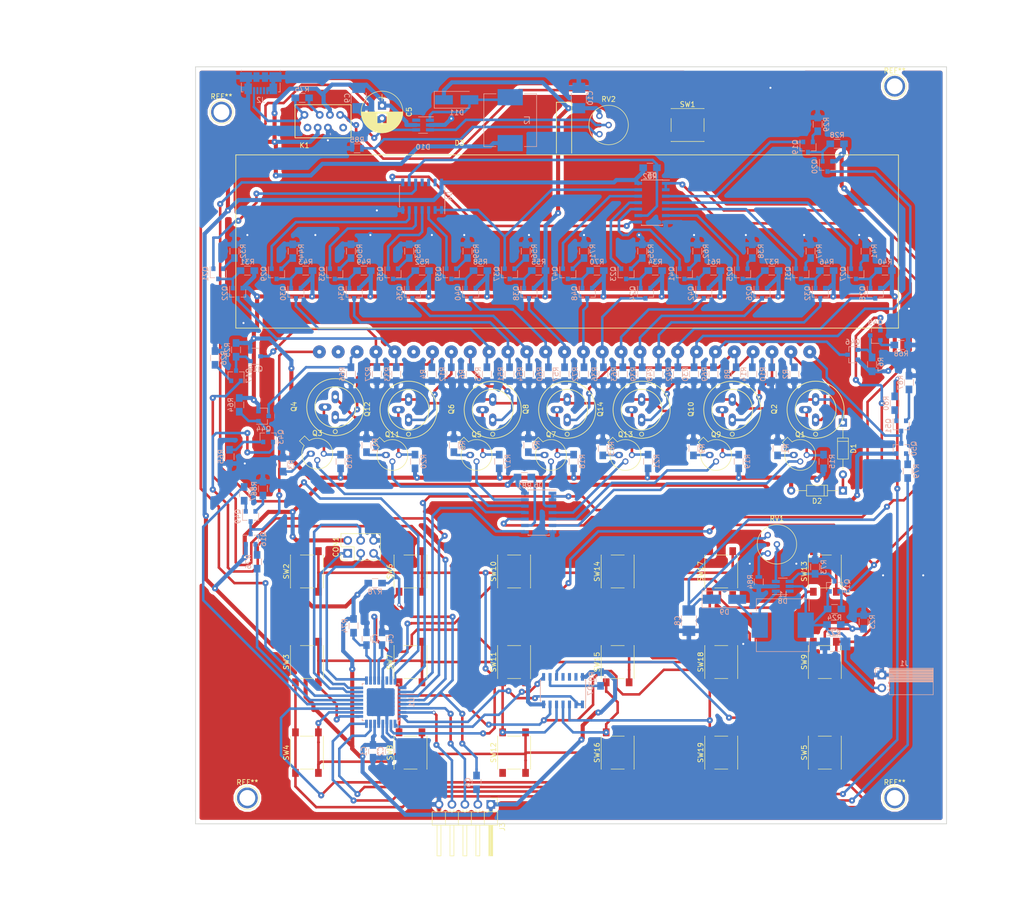
<source format=kicad_pcb>
(kicad_pcb (version 4) (host pcbnew 4.0.7)
  (layers (0 F.Cu signal) (31 B.Cu signal) (34 B.Paste user) (35 F.Paste user) (36 B.SilkS user) (37 F.SilkS user) (38 B.Mask user) (39 F.Mask user) (44 Edge.Cuts user))
  (net 0 "")
  (net 1 +5V)
  (net 2 GND)
  (net 3 "Net-(C3-Pad1)")
  (net 4 "Net-(C4-Pad1)")
  (net 5 PC6)
  (net 6 "Net-(C6-Pad2)")
  (net 7 "/Step UP/VIN")
  (net 8 "/Step UP/VOUT")
  (net 9 +28V)
  (net 10 PB4)
  (net 11 PB5)
  (net 12 PB3)
  (net 13 /SW1/PWR)
  (net 14 "Net-(D1-Pad2)")
  (net 15 FIL_A)
  (net 16 /mem)
  (net 17 /min)
  (net 18 /G13)
  (net 19 "Net-(D3-Pad6)")
  (net 20 /b)
  (net 21 /e)
  (net 22 /g)
  (net 23 /G12)
  (net 24 /G11)
  (net 25 /G10)
  (net 26 /G9)
  (net 27 /G8)
  (net 28 /G7)
  (net 29 /G6)
  (net 30 /G5)
  (net 31 /G4)
  (net 32 /G3)
  (net 33 /G2)
  (net 34 /G1)
  (net 35 /h)
  (net 36 /f)
  (net 37 /d)
  (net 38 /c)
  (net 39 /a)
  (net 40 FIL_B)
  (net 41 /SW_G_8/EN)
  (net 42 /SW_G_9/EN)
  (net 43 /SW_G_10/EN)
  (net 44 /SW_G_11/EN)
  (net 45 /SW_G_12/EN)
  (net 46 POS_CLK)
  (net 47 "Net-(D4-Pad9)")
  (net 48 /SW_G_13/EN)
  (net 49 "Net-(D4-Pad11)")
  (net 50 "Net-(D4-Pad12)")
  (net 51 "Net-(D4-Pad13)")
  (net 52 DISPL_DATA)
  (net 53 /SW_G_1/EN)
  (net 54 /SW_G_2/EN)
  (net 55 /SW_G_3/EN)
  (net 56 /SW_G_4/EN)
  (net 57 /SW_G_5/EN)
  (net 58 /SW_G_6/EN)
  (net 59 /SW_G_7/EN)
  (net 60 /SW1/EN)
  (net 61 /SW2/EN)
  (net 62 /SW3/EN)
  (net 63 /SW4/EN)
  (net 64 SEG_CLK)
  (net 65 "Net-(D6-Pad9)")
  (net 66 /SW5/EN)
  (net 67 /SW6/EN)
  (net 68 /SW7/EN)
  (net 69 /SW8/EN)
  (net 70 "/Matrix keypad/COL_DIN")
  (net 71 "Net-(D7-Pad3)")
  (net 72 "Net-(D7-Pad4)")
  (net 73 "Net-(D7-Pad5)")
  (net 74 "Net-(D7-Pad6)")
  (net 75 "/Matrix keypad/COL_CLK")
  (net 76 "Net-(D7-Pad9)")
  (net 77 "Net-(D7-Pad10)")
  (net 78 "Net-(D7-Pad11)")
  (net 79 "Net-(D7-Pad12)")
  (net 80 "Net-(D7-Pad13)")
  (net 81 "Net-(D8-Pad1)")
  (net 82 "Net-(D8-Pad3)")
  (net 83 "/Step UP/EN")
  (net 84 "Net-(D8-Pad6)")
  (net 85 "Net-(D10-Pad1)")
  (net 86 "Net-(D10-Pad3)")
  (net 87 HV_EN)
  (net 88 "Net-(D10-Pad6)")
  (net 89 "Net-(J2-Pad1)")
  (net 90 "Net-(J2-Pad2)")
  (net 91 "Net-(J2-Pad3)")
  (net 92 "Net-(J2-Pad4)")
  (net 93 PD0)
  (net 94 PD1)
  (net 95 "Net-(K1-Pad21)")
  (net 96 "Net-(K1-Pad13)")
  (net 97 "Net-(K1-Pad32)")
  (net 98 "Net-(Q1-Pad1)")
  (net 99 "Net-(Q1-Pad3)")
  (net 100 "Net-(Q3-Pad1)")
  (net 101 "Net-(Q3-Pad3)")
  (net 102 "Net-(Q5-Pad1)")
  (net 103 "Net-(Q5-Pad3)")
  (net 104 "Net-(Q7-Pad1)")
  (net 105 "Net-(Q7-Pad3)")
  (net 106 "Net-(Q9-Pad1)")
  (net 107 "Net-(Q10-Pad2)")
  (net 108 "Net-(Q11-Pad1)")
  (net 109 "Net-(Q11-Pad3)")
  (net 110 "Net-(Q13-Pad1)")
  (net 111 "Net-(Q13-Pad3)")
  (net 112 HOLD)
  (net 113 "Net-(Q16-Pad1)")
  (net 114 ERR_LET)
  (net 115 "Net-(Q17-Pad2)")
  (net 116 "Net-(Q17-Pad3)")
  (net 117 /err)
  (net 118 "Net-(Q19-Pad2)")
  (net 119 "Net-(Q19-Pad3)")
  (net 120 "Net-(Q21-Pad2)")
  (net 121 "Net-(Q21-Pad3)")
  (net 122 "Net-(Q23-Pad2)")
  (net 123 "Net-(Q23-Pad3)")
  (net 124 "Net-(Q25-Pad2)")
  (net 125 "Net-(Q25-Pad3)")
  (net 126 "Net-(Q27-Pad2)")
  (net 127 "Net-(Q27-Pad3)")
  (net 128 "Net-(Q29-Pad2)")
  (net 129 "Net-(Q29-Pad3)")
  (net 130 "Net-(Q31-Pad2)")
  (net 131 "Net-(Q31-Pad3)")
  (net 132 "Net-(Q33-Pad2)")
  (net 133 "Net-(Q33-Pad3)")
  (net 134 "Net-(Q35-Pad2)")
  (net 135 "Net-(Q35-Pad3)")
  (net 136 "Net-(Q37-Pad2)")
  (net 137 "Net-(Q37-Pad3)")
  (net 138 "Net-(Q39-Pad2)")
  (net 139 "Net-(Q39-Pad3)")
  (net 140 "Net-(Q41-Pad2)")
  (net 141 "Net-(Q41-Pad3)")
  (net 142 MIN_SIGN)
  (net 143 "Net-(Q43-Pad2)")
  (net 144 "Net-(Q43-Pad3)")
  (net 145 "Net-(Q45-Pad2)")
  (net 146 "Net-(Q45-Pad3)")
  (net 147 "Net-(Q47-Pad2)")
  (net 148 "Net-(Q47-Pad3)")
  (net 149 "Net-(Q49-Pad1)")
  (net 150 "Net-(Q50-Pad1)")
  (net 151 "Net-(Q51-Pad1)")
  (net 152 "Net-(R22-Pad2)")
  (net 153 A_H)
  (net 154 A_L)
  (net 155 B_H)
  (net 156 B_L)
  (net 157 "Net-(R84-Pad1)")
  (net 158 "Net-(R85-Pad1)")
  (net 159 "/Matrix keypad/ROW_1")
  (net 160 "/Matrix keypad/ROW_2")
  (net 161 "/Matrix keypad/ROW_3")
  (net 162 "/Matrix keypad/ROW_4")
  (net 163 "Net-(U1-Pad22)")
  (net 164 "Net-(Q49-Pad2)")
  (net 165 "Net-(Q51-Pad2)")
  (module Connect:1pin (layer F.Cu) (at 33.02 33.02)
    (fp_text reference REF** (at 0 -3.048) (layer F.SilkS))
    (fp_text value 1pin)
    (pad 1 thru_hole circle (at 0 0) (size 4.064 4.064) (drill 3.1) (layers *.Cu *.Mask))
  )
  (module Housings_QFP:TQFP-32_7x7mm_Pitch0.8mm (layer B.Cu) (at 64.262 148.844 90)
    (fp_text reference U1 (at 0 6.05 90) (layer B.SilkS) (effects (justify mirror)))
    (fp_text value ATMEGA328P-AU)
    (pad 1 smd rect (at -4.25 2.8 90) (size 1.6 0.55) (layers B.Cu B.Paste B.Mask) (net 75 "/Matrix keypad/COL_CLK"))
    (pad 2 smd rect (at -4.25 2 90) (size 1.6 0.55) (layers B.Cu B.Paste B.Mask) (net 159 "/Matrix keypad/ROW_1"))
    (pad 3 smd rect (at -4.25 1.2 90) (size 1.6 0.55) (layers B.Cu B.Paste B.Mask) (net 2 GND))
    (pad 4 smd rect (at -4.25 0.4 90) (size 1.6 0.55) (layers B.Cu B.Paste B.Mask) (net 1 +5V))
    (pad 5 smd rect (at -4.25 -0.4 90) (size 1.6 0.55) (layers B.Cu B.Paste B.Mask) (net 2 GND))
    (pad 6 smd rect (at -4.25 -1.2 90) (size 1.6 0.55) (layers B.Cu B.Paste B.Mask) (net 1 +5V))
    (pad 7 smd rect (at -4.25 -2 90) (size 1.6 0.55) (layers B.Cu B.Paste B.Mask) (net 156 B_L))
    (pad 8 smd rect (at -4.25 -2.8 90) (size 1.6 0.55) (layers B.Cu B.Paste B.Mask) (net 155 B_H))
    (pad 9 smd rect (at -2.8 -4.25) (size 1.6 0.55) (layers B.Cu B.Paste B.Mask) (net 160 "/Matrix keypad/ROW_2"))
    (pad 10 smd rect (at -2 -4.25) (size 1.6 0.55) (layers B.Cu B.Paste B.Mask) (net 161 "/Matrix keypad/ROW_3"))
    (pad 11 smd rect (at -1.2 -4.25) (size 1.6 0.55) (layers B.Cu B.Paste B.Mask) (net 162 "/Matrix keypad/ROW_4"))
    (pad 12 smd rect (at -0.4 -4.25) (size 1.6 0.55) (layers B.Cu B.Paste B.Mask) (net 154 A_L))
    (pad 13 smd rect (at 0.4 -4.25) (size 1.6 0.55) (layers B.Cu B.Paste B.Mask) (net 153 A_H))
    (pad 14 smd rect (at 1.2 -4.25) (size 1.6 0.55) (layers B.Cu B.Paste B.Mask) (net 87 HV_EN))
    (pad 15 smd rect (at 2 -4.25) (size 1.6 0.55) (layers B.Cu B.Paste B.Mask) (net 12 PB3))
    (pad 16 smd rect (at 2.8 -4.25) (size 1.6 0.55) (layers B.Cu B.Paste B.Mask) (net 10 PB4))
    (pad 17 smd rect (at 4.25 -2.8 90) (size 1.6 0.55) (layers B.Cu B.Paste B.Mask) (net 11 PB5))
    (pad 18 smd rect (at 4.25 -2 90) (size 1.6 0.55) (layers B.Cu B.Paste B.Mask) (net 3 "Net-(C3-Pad1)"))
    (pad 19 smd rect (at 4.25 -1.2 90) (size 1.6 0.55) (layers B.Cu B.Paste B.Mask) (net 152 "Net-(R22-Pad2)"))
    (pad 20 smd rect (at 4.25 -0.4 90) (size 1.6 0.55) (layers B.Cu B.Paste B.Mask) (net 4 "Net-(C4-Pad1)"))
    (pad 21 smd rect (at 4.25 0.4 90) (size 1.6 0.55) (layers B.Cu B.Paste B.Mask) (net 2 GND))
    (pad 22 smd rect (at 4.25 1.2 90) (size 1.6 0.55) (layers B.Cu B.Paste B.Mask) (net 163 "Net-(U1-Pad22)"))
    (pad 23 smd rect (at 4.25 2 90) (size 1.6 0.55) (layers B.Cu B.Paste B.Mask) (net 112 HOLD))
    (pad 24 smd rect (at 4.25 2.8 90) (size 1.6 0.55) (layers B.Cu B.Paste B.Mask) (net 46 POS_CLK))
    (pad 25 smd rect (at 2.8 4.25) (size 1.6 0.55) (layers B.Cu B.Paste B.Mask) (net 52 DISPL_DATA))
    (pad 26 smd rect (at 2 4.25) (size 1.6 0.55) (layers B.Cu B.Paste B.Mask) (net 64 SEG_CLK))
    (pad 27 smd rect (at 1.2 4.25) (size 1.6 0.55) (layers B.Cu B.Paste B.Mask) (net 114 ERR_LET))
    (pad 28 smd rect (at 0.4 4.25) (size 1.6 0.55) (layers B.Cu B.Paste B.Mask) (net 142 MIN_SIGN))
    (pad 29 smd rect (at -0.4 4.25) (size 1.6 0.55) (layers B.Cu B.Paste B.Mask) (net 5 PC6))
    (pad 30 smd rect (at -1.2 4.25) (size 1.6 0.55) (layers B.Cu B.Paste B.Mask) (net 93 PD0))
    (pad 31 smd rect (at -2 4.25) (size 1.6 0.55) (layers B.Cu B.Paste B.Mask) (net 94 PD1))
    (pad 32 smd rect (at -2.8 4.25) (size 1.6 0.55) (layers B.Cu B.Paste B.Mask) (net 70 "/Matrix keypad/COL_DIN"))
  )
  (module Buttons_Switches_SMD:SW_SPST_PTS645 (layer F.Cu) (at 151.384 123.19 90)
    (fp_text reference SW13 (at 0 -4.05 90) (layer F.SilkS))
    (fp_text value SW_Push_45deg)
    (pad 2 smd rect (at -3.98 2.25 90) (size 1.55 1.3) (layers F.Cu F.Paste F.Mask) (net 162 "/Matrix keypad/ROW_4"))
    (pad 1 smd rect (at -3.98 -2.25 90) (size 1.55 1.3) (layers F.Cu F.Paste F.Mask) (net 73 "Net-(D7-Pad5)"))
    (pad 1 smd rect (at 3.98 -2.25 90) (size 1.55 1.3) (layers F.Cu F.Paste F.Mask) (net 73 "Net-(D7-Pad5)"))
    (pad 2 smd rect (at 3.98 2.25 90) (size 1.55 1.3) (layers F.Cu F.Paste F.Mask) (net 162 "/Matrix keypad/ROW_4"))
  )
  (module Soviet_parts:ILZ1-13_8L (layer F.Cu) (at 100.33 58.42)
    (fp_text reference D3 (at -20.61 -19.33) (layer F.SilkS))
    (fp_text value ILZ1-13/8L)
    (pad 1 thru_hole circle (at -48.11 21.67) (size 2.54 2.54) (drill 0.8) (layers *.Cu *.Mask) (net 15 FIL_A))
    (pad 2 thru_hole circle (at -44.41 21.67) (size 2.54 2.54) (drill 0.8) (layers *.Cu *.Mask) (net 16 /mem))
    (pad 3 thru_hole circle (at -40.71 21.67) (size 2.54 2.54) (drill 0.8) (layers *.Cu *.Mask) (net 17 /min))
    (pad 4 thru_hole circle (at -37.01 21.67) (size 2.54 2.54) (drill 0.8) (layers *.Cu *.Mask) (net 117 /err))
    (pad 5 thru_hole circle (at -33.31 21.67) (size 2.54 2.54) (drill 0.8) (layers *.Cu *.Mask) (net 18 /G13))
    (pad 6 thru_hole circle (at -29.61 21.67) (size 2.54 2.54) (drill 0.8) (layers *.Cu *.Mask) (net 19 "Net-(D3-Pad6)"))
    (pad 7 thru_hole circle (at -25.91 21.67) (size 2.54 2.54) (drill 0.8) (layers *.Cu *.Mask) (net 20 /b))
    (pad 8 thru_hole circle (at -22.21 21.67) (size 2.54 2.54) (drill 0.8) (layers *.Cu *.Mask) (net 21 /e))
    (pad 9 thru_hole circle (at -18.51 21.67) (size 2.54 2.54) (drill 0.8) (layers *.Cu *.Mask) (net 22 /g))
    (pad 10 thru_hole circle (at -14.81 21.67) (size 2.54 2.54) (drill 0.8) (layers *.Cu *.Mask) (net 23 /G12))
    (pad 11 thru_hole circle (at -11.11 21.67) (size 2.54 2.54) (drill 0.8) (layers *.Cu *.Mask) (net 24 /G11))
    (pad 12 thru_hole circle (at -7.41 21.67) (size 2.54 2.54) (drill 0.8) (layers *.Cu *.Mask) (net 25 /G10))
    (pad 13 thru_hole circle (at -3.71 21.67) (size 2.54 2.54) (drill 0.8) (layers *.Cu *.Mask) (net 26 /G9))
    (pad 14 thru_hole circle (at -0.01 21.67) (size 2.54 2.54) (drill 0.8) (layers *.Cu *.Mask) (net 27 /G8))
    (pad 15 thru_hole circle (at 3.69 21.67) (size 2.54 2.54) (drill 0.8) (layers *.Cu *.Mask) (net 28 /G7))
    (pad 16 thru_hole circle (at 7.39 21.67) (size 2.54 2.54) (drill 0.8) (layers *.Cu *.Mask) (net 29 /G6))
    (pad 17 thru_hole circle (at 11.09 21.67) (size 2.54 2.54) (drill 0.8) (layers *.Cu *.Mask) (net 30 /G5))
    (pad 18 thru_hole circle (at 14.79 21.67) (size 2.54 2.54) (drill 0.8) (layers *.Cu *.Mask) (net 31 /G4))
    (pad 19 thru_hole circle (at 18.49 21.67) (size 2.54 2.54) (drill 0.8) (layers *.Cu *.Mask) (net 32 /G3))
    (pad 20 thru_hole circle (at 22.19 21.67) (size 2.54 2.54) (drill 0.8) (layers *.Cu *.Mask) (net 33 /G2))
    (pad 21 thru_hole circle (at 25.89 21.67) (size 2.54 2.54) (drill 0.8) (layers *.Cu *.Mask) (net 34 /G1))
    (pad 22 thru_hole circle (at 29.59 21.67) (size 2.54 2.54) (drill 0.8) (layers *.Cu *.Mask) (net 35 /h))
    (pad 23 thru_hole circle (at 33.29 21.67) (size 2.54 2.54) (drill 0.8) (layers *.Cu *.Mask) (net 36 /f))
    (pad 24 thru_hole circle (at 36.99 21.67) (size 2.54 2.54) (drill 0.8) (layers *.Cu *.Mask) (net 37 /d))
    (pad 25 thru_hole circle (at 40.69 21.67) (size 2.54 2.54) (drill 0.8) (layers *.Cu *.Mask) (net 38 /c))
    (pad 26 thru_hole circle (at 44.39 21.67) (size 2.54 2.54) (drill 0.8) (layers *.Cu *.Mask) (net 39 /a))
    (pad 27 thru_hole circle (at 48.09 21.67) (size 2.54 2.54) (drill 0.8) (layers *.Cu *.Mask) (net 40 FIL_B))
  )
  (module Capacitors_SMD:C_1210_HandSoldering (layer B.Cu) (at 103.124 30.258 90)
    (fp_text reference C10 (at 0 2.25 90) (layer B.SilkS) (effects (justify mirror)))
    (fp_text value 22u)
    (pad 1 smd rect (at -2 0 90) (size 2 2.5) (layers B.Cu B.Paste B.Mask) (net 9 +28V))
    (pad 2 smd rect (at 2 0 90) (size 2 2.5) (layers B.Cu B.Paste B.Mask) (net 2 GND))
  )
  (module Soviet_parts:RES_60 (layer F.Cu) (at 52.896 40.568 180)
    (fp_text reference K1 (at 3.6 1 180) (layer F.SilkS))
    (fp_text value RES-60)
    (pad 21 thru_hole circle (at 3 4.5 180) (size 1.524 1.524) (drill 0.762) (layers *.Cu *.Mask) (net 95 "Net-(K1-Pad21)"))
    (pad 12 thru_hole circle (at 1 4.5 180) (size 1.524 1.524) (drill 0.762) (layers *.Cu *.Mask) (net 1 +5V))
    (pad 13 thru_hole circle (at -4 4.5 180) (size 1.524 1.524) (drill 0.762) (layers *.Cu *.Mask) (net 96 "Net-(K1-Pad13)"))
    (pad 31 thru_hole circle (at -1 4.5 180) (size 1.524 1.524) (drill 0.762) (layers *.Cu *.Mask) (net 2 GND))
    (pad 32 thru_hole circle (at 0.6 7 180) (size 1.524 1.524) (drill 0.762) (layers *.Cu *.Mask) (net 97 "Net-(K1-Pad32)"))
    (pad 23 thru_hole circle (at 3.6 7 180) (size 1.524 1.524) (drill 0.762) (layers *.Cu *.Mask) (net 89 "Net-(J2-Pad1)"))
    (pad 22 thru_hole circle (at -1.4 7 180) (size 1.524 1.524) (drill 0.762) (layers *.Cu *.Mask) (net 1 +5V))
    (pad 11 thru_hole circle (at -3.4 7 180) (size 1.524 1.524) (drill 0.762) (layers *.Cu *.Mask) (net 8 "/Step UP/VOUT"))
  )
  (module Capacitors_THT:CP_Radial_D8.0mm_P2.50mm (layer F.Cu) (at 64.516 31.75 270)
    (fp_text reference C5 (at 1.25 -5.31 270) (layer F.SilkS))
    (fp_text value 100uF)
    (pad 1 thru_hole rect (at 0 0 270) (size 1.6 1.6) (drill 0.8) (layers *.Cu *.Mask) (net 1 +5V))
    (pad 2 thru_hole circle (at 2.5 0 270) (size 1.6 1.6) (drill 0.8) (layers *.Cu *.Mask) (net 2 GND))
  )
  (module Buttons_Switches_SMD:SW_SPST_PTS645 (layer F.Cu) (at 124.46 35.56)
    (fp_text reference SW1 (at 0 -4.05) (layer F.SilkS))
    (fp_text value SW_Push)
    (pad 2 smd rect (at -3.98 2.25) (size 1.55 1.3) (layers F.Cu F.Paste F.Mask) (net 2 GND))
    (pad 1 smd rect (at -3.98 -2.25) (size 1.55 1.3) (layers F.Cu F.Paste F.Mask) (net 112 HOLD))
    (pad 1 smd rect (at 3.98 -2.25) (size 1.55 1.3) (layers F.Cu F.Paste F.Mask) (net 112 HOLD))
    (pad 2 smd rect (at 3.98 2.25) (size 1.55 1.3) (layers F.Cu F.Paste F.Mask) (net 2 GND))
  )
  (module Capacitors_SMD:C_1210_HandSoldering (layer B.Cu) (at 124.714 132.842 270)
    (fp_text reference C8 (at 0 2.25 270) (layer B.SilkS) (effects (justify mirror)))
    (fp_text value 22u)
    (pad 1 smd rect (at -2 0 270) (size 2 2.5) (layers B.Cu B.Paste B.Mask) (net 8 "/Step UP/VOUT"))
    (pad 2 smd rect (at 2 0 270) (size 2 2.5) (layers B.Cu B.Paste B.Mask) (net 2 GND))
  )
  (module Inductors_SMD:L_Vishay_IHLP-4040 (layer B.Cu) (at 143.129 133.731 180)
    (fp_text reference L1 (at 0 6.08 180) (layer B.SilkS) (effects (justify mirror)))
    (fp_text value "22 uH")
    (pad 1 smd rect (at -4.5075 0 180) (size 3.175 4.95) (layers B.Cu B.Paste B.Mask) (net 7 "/Step UP/VIN"))
    (pad 2 smd rect (at 4.5075 0 180) (size 3.175 4.95) (layers B.Cu B.Paste B.Mask) (net 81 "Net-(D8-Pad1)"))
  )
  (module TO_SOT_Packages_SMD:SOT-23-6_Handsoldering (layer B.Cu) (at 143.129 126.111)
    (fp_text reference D8 (at 0 2.9) (layer B.SilkS) (effects (justify mirror)))
    (fp_text value MT3608)
    (pad 1 smd rect (at -1.35 0.95) (size 1.56 0.65) (layers B.Cu B.Paste B.Mask) (net 81 "Net-(D8-Pad1)"))
    (pad 2 smd rect (at -1.35 0) (size 1.56 0.65) (layers B.Cu B.Paste B.Mask) (net 2 GND))
    (pad 3 smd rect (at -1.35 -0.95) (size 1.56 0.65) (layers B.Cu B.Paste B.Mask) (net 82 "Net-(D8-Pad3)"))
    (pad 4 smd rect (at 1.35 -0.95) (size 1.56 0.65) (layers B.Cu B.Paste B.Mask) (net 83 "/Step UP/EN"))
    (pad 6 smd rect (at 1.35 0.95) (size 1.56 0.65) (layers B.Cu B.Paste B.Mask) (net 84 "Net-(D8-Pad6)"))
    (pad 5 smd rect (at 1.35 0) (size 1.56 0.65) (layers B.Cu B.Paste B.Mask) (net 7 "/Step UP/VIN"))
  )
  (module Resistors_SMD:R_0805_HandSoldering (layer B.Cu) (at 149.479 122.301 90)
    (fp_text reference R73 (at 0 1.7 90) (layer B.SilkS) (effects (justify mirror)))
    (fp_text value 100K)
    (pad 1 smd rect (at -1.35 0 90) (size 1.5 1.3) (layers B.Cu B.Paste B.Mask) (net 83 "/Step UP/EN"))
    (pad 2 smd rect (at 1.35 0 90) (size 1.5 1.3) (layers B.Cu B.Paste B.Mask) (net 2 GND))
  )
  (module Diodes_SMD:D_SMA_Handsoldering (layer B.Cu) (at 131.699 128.651)
    (fp_text reference D9 (at 0 2.5) (layer B.SilkS) (effects (justify mirror)))
    (fp_text value D_Schottky)
    (pad 1 smd rect (at -2.5 0) (size 3.5 1.8) (layers B.Cu B.Paste B.Mask) (net 8 "/Step UP/VOUT"))
    (pad 2 smd rect (at 2.5 0) (size 3.5 1.8) (layers B.Cu B.Paste B.Mask) (net 81 "Net-(D8-Pad1)"))
  )
  (module Resistors_SMD:R_0805 (layer B.Cu) (at 138.43 125.222 270)
    (fp_text reference R84 (at 0 1.65 270) (layer B.SilkS) (effects (justify mirror)))
    (fp_text value 10K)
    (pad 1 smd rect (at -0.95 0 270) (size 0.7 1.3) (layers B.Cu B.Paste B.Mask) (net 157 "Net-(R84-Pad1)"))
    (pad 2 smd rect (at 0.95 0 270) (size 0.7 1.3) (layers B.Cu B.Paste B.Mask) (net 2 GND))
  )
  (module Resistors_SMD:R_0805_HandSoldering (layer B.Cu) (at 159.004 133.096 90)
    (fp_text reference R23 (at 0 1.7 90) (layer B.SilkS) (effects (justify mirror)))
    (fp_text value 10K)
    (pad 1 smd rect (at -1.35 0 90) (size 1.5 1.3) (layers B.Cu B.Paste B.Mask) (net 152 "Net-(R22-Pad2)"))
    (pad 2 smd rect (at 1.35 0 90) (size 1.5 1.3) (layers B.Cu B.Paste B.Mask) (net 2 GND))
  )
  (module Socket_Strips:Socket_Strip_Angled_1x02_Pitch2.54mm (layer B.Cu) (at 162.56 143.51 180)
    (fp_text reference J1 (at -4.38 2.27 180) (layer B.SilkS) (effects (justify mirror)))
    (fp_text value Conn_01x02_Female)
    (pad 1 thru_hole rect (at 0 0 180) (size 1.7 1.7) (drill 1) (layers *.Cu *.Mask) (net 2 GND))
    (pad 2 thru_hole oval (at 0 -2.54 180) (size 1.7 1.7) (drill 1) (layers *.Cu *.Mask) (net 7 "/Step UP/VIN"))
  )
  (module Resistors_SMD:R_0805_HandSoldering (layer B.Cu) (at 153.289 130.556)
    (fp_text reference R24 (at 0 1.7) (layer B.SilkS) (effects (justify mirror)))
    (fp_text value 10K)
    (pad 1 smd rect (at -1.35 0) (size 1.5 1.3) (layers B.Cu B.Paste B.Mask) (net 7 "/Step UP/VIN"))
    (pad 2 smd rect (at 1.35 0) (size 1.5 1.3) (layers B.Cu B.Paste B.Mask) (net 112 HOLD))
  )
  (module TO_SOT_Packages_SMD:SOT-23 (layer B.Cu) (at 153.289 126.111 90)
    (fp_text reference Q15 (at 0 2.5 90) (layer B.SilkS) (effects (justify mirror)))
    (fp_text value BSS83P)
    (pad 1 smd rect (at -1 0.95 90) (size 0.9 0.8) (layers B.Cu B.Paste B.Mask) (net 112 HOLD))
    (pad 2 smd rect (at -1 -0.95 90) (size 0.9 0.8) (layers B.Cu B.Paste B.Mask) (net 7 "/Step UP/VIN"))
    (pad 3 smd rect (at 1 0 90) (size 0.9 0.8) (layers B.Cu B.Paste B.Mask) (net 83 "/Step UP/EN"))
  )
  (module Resistors_SMD:R_0805_HandSoldering (layer B.Cu) (at 153.162 133.604)
    (fp_text reference R22 (at 0 1.7) (layer B.SilkS) (effects (justify mirror)))
    (fp_text value 47K)
    (pad 1 smd rect (at -1.35 0) (size 1.5 1.3) (layers B.Cu B.Paste B.Mask) (net 7 "/Step UP/VIN"))
    (pad 2 smd rect (at 1.35 0) (size 1.5 1.3) (layers B.Cu B.Paste B.Mask) (net 152 "Net-(R22-Pad2)"))
  )
  (module Capacitors_SMD:C_1210_HandSoldering (layer B.Cu) (at 153.416 137.414 180)
    (fp_text reference C7 (at 0 2.25 180) (layer B.SilkS) (effects (justify mirror)))
    (fp_text value 22u)
    (pad 1 smd rect (at -2 0 180) (size 2 2.5) (layers B.Cu B.Paste B.Mask) (net 7 "/Step UP/VIN"))
    (pad 2 smd rect (at 2 0 180) (size 2 2.5) (layers B.Cu B.Paste B.Mask) (net 2 GND))
  )
  (module Housings_SOIC:SOIC-14_3.9x8.7mm_Pitch1.27mm (layer B.Cu) (at 95.25 111.633 180)
    (fp_text reference D6 (at 0 5.375 180) (layer B.SilkS) (effects (justify mirror)))
    (fp_text value 74HC164)
    (pad 1 smd rect (at -2.7 3.81 180) (size 1.5 0.6) (layers B.Cu B.Paste B.Mask) (net 52 DISPL_DATA))
    (pad 2 smd rect (at -2.7 2.54 180) (size 1.5 0.6) (layers B.Cu B.Paste B.Mask) (net 52 DISPL_DATA))
    (pad 3 smd rect (at -2.7 1.27 180) (size 1.5 0.6) (layers B.Cu B.Paste B.Mask) (net 67 /SW6/EN))
    (pad 4 smd rect (at -2.7 0 180) (size 1.5 0.6) (layers B.Cu B.Paste B.Mask) (net 63 /SW4/EN))
    (pad 5 smd rect (at -2.7 -1.27 180) (size 1.5 0.6) (layers B.Cu B.Paste B.Mask) (net 62 /SW3/EN))
    (pad 6 smd rect (at -2.7 -2.54 180) (size 1.5 0.6) (layers B.Cu B.Paste B.Mask) (net 60 /SW1/EN))
    (pad 7 smd rect (at -2.7 -3.81 180) (size 1.5 0.6) (layers B.Cu B.Paste B.Mask) (net 2 GND))
    (pad 8 smd rect (at 2.7 -3.81 180) (size 1.5 0.6) (layers B.Cu B.Paste B.Mask) (net 64 SEG_CLK))
    (pad 9 smd rect (at 2.7 -2.54 180) (size 1.5 0.6) (layers B.Cu B.Paste B.Mask) (net 65 "Net-(D6-Pad9)"))
    (pad 10 smd rect (at 2.7 -1.27 180) (size 1.5 0.6) (layers B.Cu B.Paste B.Mask) (net 69 /SW8/EN))
    (pad 11 smd rect (at 2.7 0 180) (size 1.5 0.6) (layers B.Cu B.Paste B.Mask) (net 61 /SW2/EN))
    (pad 12 smd rect (at 2.7 1.27 180) (size 1.5 0.6) (layers B.Cu B.Paste B.Mask) (net 66 /SW5/EN))
    (pad 13 smd rect (at 2.7 2.54 180) (size 1.5 0.6) (layers B.Cu B.Paste B.Mask) (net 68 /SW7/EN))
    (pad 14 smd rect (at 2.7 3.81 180) (size 1.5 0.6) (layers B.Cu B.Paste B.Mask) (net 1 +5V))
  )
  (module Resistors_SMD:R_0805_HandSoldering (layer B.Cu) (at 92.456 104.648)
    (fp_text reference R81 (at 0 1.7) (layer B.SilkS) (effects (justify mirror)))
    (fp_text value 10K)
    (pad 1 smd rect (at -1.35 0) (size 1.5 1.3) (layers B.Cu B.Paste B.Mask) (net 1 +5V))
    (pad 2 smd rect (at 1.35 0) (size 1.5 1.3) (layers B.Cu B.Paste B.Mask) (net 65 "Net-(D6-Pad9)"))
  )
  (module Connect:1pin (layer F.Cu) (at 38.1 167.64)
    (fp_text reference REF** (at 0 -3.048) (layer F.SilkS))
    (fp_text value 1pin)
    (pad 1 thru_hole circle (at 0 0) (size 4.064 4.064) (drill 3.1) (layers *.Cu *.Mask))
  )
  (module Connect:1pin (layer F.Cu) (at 165.1 167.64)
    (fp_text reference REF** (at 0 -3.048) (layer F.SilkS))
    (fp_text value 1pin)
    (pad 1 thru_hole circle (at 0 0) (size 4.064 4.064) (drill 3.1) (layers *.Cu *.Mask))
  )
  (module Connect:1pin (layer F.Cu) (at 165.1 27.94)
    (fp_text reference REF** (at 0 -3.048) (layer F.SilkS))
    (fp_text value 1pin)
    (pad 1 thru_hole circle (at 0 0) (size 4.064 4.064) (drill 3.1) (layers *.Cu *.Mask))
  )
  (module Capacitors_SMD:C_0805_HandSoldering (layer B.Cu) (at 62.738 158.496 270)
    (fp_text reference C1 (at 0 1.75 270) (layer B.SilkS) (effects (justify mirror)))
    (fp_text value 0.1uF)
    (pad 1 smd rect (at -1.25 0 270) (size 1.5 1.25) (layers B.Cu B.Paste B.Mask) (net 1 +5V))
    (pad 2 smd rect (at 1.25 0 270) (size 1.5 1.25) (layers B.Cu B.Paste B.Mask) (net 2 GND))
  )
  (module Capacitors_SMD:C_0805_HandSoldering (layer B.Cu) (at 66.04 158.496 270)
    (fp_text reference C2 (at 0 1.75 270) (layer B.SilkS) (effects (justify mirror)))
    (fp_text value 0.1uF)
    (pad 1 smd rect (at -1.25 0 270) (size 1.5 1.25) (layers B.Cu B.Paste B.Mask) (net 1 +5V))
    (pad 2 smd rect (at 1.25 0 270) (size 1.5 1.25) (layers B.Cu B.Paste B.Mask) (net 2 GND))
  )
  (module Capacitors_SMD:C_0805_HandSoldering (layer B.Cu) (at 61.468 136.398 90)
    (fp_text reference C3 (at 0 1.75 90) (layer B.SilkS) (effects (justify mirror)))
    (fp_text value 0.1uF)
    (pad 1 smd rect (at -1.25 0 90) (size 1.5 1.25) (layers B.Cu B.Paste B.Mask) (net 3 "Net-(C3-Pad1)"))
    (pad 2 smd rect (at 1.25 0 90) (size 1.5 1.25) (layers B.Cu B.Paste B.Mask) (net 2 GND))
  )
  (module Capacitors_SMD:C_0805_HandSoldering (layer B.Cu) (at 64.516 136.398 90)
    (fp_text reference C4 (at 0 1.75 90) (layer B.SilkS) (effects (justify mirror)))
    (fp_text value 0.1uF)
    (pad 1 smd rect (at -1.25 0 90) (size 1.5 1.25) (layers B.Cu B.Paste B.Mask) (net 4 "Net-(C4-Pad1)"))
    (pad 2 smd rect (at 1.25 0 90) (size 1.5 1.25) (layers B.Cu B.Paste B.Mask) (net 2 GND))
  )
  (module Resistors_SMD:R_0805_HandSoldering (layer B.Cu) (at 83.058 164.592 270)
    (fp_text reference C6 (at 0 1.7 270) (layer B.SilkS) (effects (justify mirror)))
    (fp_text value 0.1uF)
    (pad 1 smd rect (at -1.35 0 270) (size 1.5 1.3) (layers B.Cu B.Paste B.Mask) (net 5 PC6))
    (pad 2 smd rect (at 1.35 0 270) (size 1.5 1.3) (layers B.Cu B.Paste B.Mask) (net 6 "Net-(C6-Pad2)"))
  )
  (module Capacitors_SMD:C_1210_HandSoldering (layer B.Cu) (at 59.944 30.258 270)
    (fp_text reference C9 (at 0 2.25 270) (layer B.SilkS) (effects (justify mirror)))
    (fp_text value 22u)
    (pad 1 smd rect (at -2 0 270) (size 2 2.5) (layers B.Cu B.Paste B.Mask) (net 1 +5V))
    (pad 2 smd rect (at 2 0 270) (size 2 2.5) (layers B.Cu B.Paste B.Mask) (net 2 GND))
  )
  (module Pin_Headers:Pin_Header_Straight_2x03_Pitch2.54mm (layer F.Cu) (at 57.785 119.634 90)
    (fp_text reference CON1 (at 1.27 -2.33 90) (layer F.SilkS))
    (fp_text value AVR-ISP-6)
    (pad 1 thru_hole rect (at 0 0 90) (size 1.7 1.7) (drill 1) (layers *.Cu *.Mask) (net 10 PB4))
    (pad 2 thru_hole oval (at 2.54 0 90) (size 1.7 1.7) (drill 1) (layers *.Cu *.Mask) (net 1 +5V))
    (pad 3 thru_hole oval (at 0 2.54 90) (size 1.7 1.7) (drill 1) (layers *.Cu *.Mask) (net 11 PB5))
    (pad 4 thru_hole oval (at 2.54 2.54 90) (size 1.7 1.7) (drill 1) (layers *.Cu *.Mask) (net 12 PB3))
    (pad 5 thru_hole oval (at 0 5.08 90) (size 1.7 1.7) (drill 1) (layers *.Cu *.Mask) (net 5 PC6))
    (pad 6 thru_hole oval (at 2.54 5.08 90) (size 1.7 1.7) (drill 1) (layers *.Cu *.Mask) (net 2 GND))
  )
  (module Diodes_THT:D_DO-35_SOD27_P10.16mm_Horizontal (layer F.Cu) (at 154.94 93.98 270)
    (fp_text reference D1 (at 5.08 -2.06 270) (layer F.SilkS))
    (fp_text value 1N4148)
    (pad 1 thru_hole rect (at 0 0 270) (size 1.6 1.6) (drill 0.8) (layers *.Cu *.Mask) (net 13 /SW1/PWR))
    (pad 2 thru_hole oval (at 10.16 0 270) (size 1.6 1.6) (drill 0.8) (layers *.Cu *.Mask) (net 14 "Net-(D1-Pad2)"))
  )
  (module Diodes_THT:D_DO-35_SOD27_P10.16mm_Horizontal (layer F.Cu) (at 154.94 107.315 180)
    (fp_text reference D2 (at 5.08 -2.06 180) (layer F.SilkS))
    (fp_text value 1N4148)
    (pad 1 thru_hole rect (at 0 0 180) (size 1.6 1.6) (drill 0.8) (layers *.Cu *.Mask) (net 14 "Net-(D1-Pad2)"))
    (pad 2 thru_hole oval (at 10.16 0 180) (size 1.6 1.6) (drill 0.8) (layers *.Cu *.Mask) (net 9 +28V))
  )
  (module Housings_SOIC:SOIC-14_3.9x8.7mm_Pitch1.27mm (layer B.Cu) (at 72.39 49.53 90)
    (fp_text reference D4 (at 0 5.375 90) (layer B.SilkS) (effects (justify mirror)))
    (fp_text value 74HC164)
    (pad 1 smd rect (at -2.7 3.81 90) (size 1.5 0.6) (layers B.Cu B.Paste B.Mask) (net 41 /SW_G_8/EN))
    (pad 2 smd rect (at -2.7 2.54 90) (size 1.5 0.6) (layers B.Cu B.Paste B.Mask) (net 41 /SW_G_8/EN))
    (pad 3 smd rect (at -2.7 1.27 90) (size 1.5 0.6) (layers B.Cu B.Paste B.Mask) (net 42 /SW_G_9/EN))
    (pad 4 smd rect (at -2.7 0 90) (size 1.5 0.6) (layers B.Cu B.Paste B.Mask) (net 43 /SW_G_10/EN))
    (pad 5 smd rect (at -2.7 -1.27 90) (size 1.5 0.6) (layers B.Cu B.Paste B.Mask) (net 44 /SW_G_11/EN))
    (pad 6 smd rect (at -2.7 -2.54 90) (size 1.5 0.6) (layers B.Cu B.Paste B.Mask) (net 45 /SW_G_12/EN))
    (pad 7 smd rect (at -2.7 -3.81 90) (size 1.5 0.6) (layers B.Cu B.Paste B.Mask) (net 2 GND))
    (pad 8 smd rect (at 2.7 -3.81 90) (size 1.5 0.6) (layers B.Cu B.Paste B.Mask) (net 46 POS_CLK))
    (pad 9 smd rect (at 2.7 -2.54 90) (size 1.5 0.6) (layers B.Cu B.Paste B.Mask) (net 47 "Net-(D4-Pad9)"))
    (pad 10 smd rect (at 2.7 -1.27 90) (size 1.5 0.6) (layers B.Cu B.Paste B.Mask) (net 48 /SW_G_13/EN))
    (pad 11 smd rect (at 2.7 0 90) (size 1.5 0.6) (layers B.Cu B.Paste B.Mask) (net 49 "Net-(D4-Pad11)"))
    (pad 12 smd rect (at 2.7 1.27 90) (size 1.5 0.6) (layers B.Cu B.Paste B.Mask) (net 50 "Net-(D4-Pad12)"))
    (pad 13 smd rect (at 2.7 2.54 90) (size 1.5 0.6) (layers B.Cu B.Paste B.Mask) (net 51 "Net-(D4-Pad13)"))
    (pad 14 smd rect (at 2.7 3.81 90) (size 1.5 0.6) (layers B.Cu B.Paste B.Mask) (net 1 +5V))
  )
  (module Housings_SOIC:SOIC-14_3.9x8.7mm_Pitch1.27mm (layer B.Cu) (at 117.475 50.8 180)
    (fp_text reference D5 (at 0 5.375 180) (layer B.SilkS) (effects (justify mirror)))
    (fp_text value 74HC164)
    (pad 1 smd rect (at -2.7 3.81 180) (size 1.5 0.6) (layers B.Cu B.Paste B.Mask) (net 52 DISPL_DATA))
    (pad 2 smd rect (at -2.7 2.54 180) (size 1.5 0.6) (layers B.Cu B.Paste B.Mask) (net 52 DISPL_DATA))
    (pad 3 smd rect (at -2.7 1.27 180) (size 1.5 0.6) (layers B.Cu B.Paste B.Mask) (net 53 /SW_G_1/EN))
    (pad 4 smd rect (at -2.7 0 180) (size 1.5 0.6) (layers B.Cu B.Paste B.Mask) (net 54 /SW_G_2/EN))
    (pad 5 smd rect (at -2.7 -1.27 180) (size 1.5 0.6) (layers B.Cu B.Paste B.Mask) (net 55 /SW_G_3/EN))
    (pad 6 smd rect (at -2.7 -2.54 180) (size 1.5 0.6) (layers B.Cu B.Paste B.Mask) (net 56 /SW_G_4/EN))
    (pad 7 smd rect (at -2.7 -3.81 180) (size 1.5 0.6) (layers B.Cu B.Paste B.Mask) (net 2 GND))
    (pad 8 smd rect (at 2.7 -3.81 180) (size 1.5 0.6) (layers B.Cu B.Paste B.Mask) (net 46 POS_CLK))
    (pad 9 smd rect (at 2.7 -2.54 180) (size 1.5 0.6) (layers B.Cu B.Paste B.Mask) (net 47 "Net-(D4-Pad9)"))
    (pad 10 smd rect (at 2.7 -1.27 180) (size 1.5 0.6) (layers B.Cu B.Paste B.Mask) (net 57 /SW_G_5/EN))
    (pad 11 smd rect (at 2.7 0 180) (size 1.5 0.6) (layers B.Cu B.Paste B.Mask) (net 58 /SW_G_6/EN))
    (pad 12 smd rect (at 2.7 1.27 180) (size 1.5 0.6) (layers B.Cu B.Paste B.Mask) (net 59 /SW_G_7/EN))
    (pad 13 smd rect (at 2.7 2.54 180) (size 1.5 0.6) (layers B.Cu B.Paste B.Mask) (net 41 /SW_G_8/EN))
    (pad 14 smd rect (at 2.7 3.81 180) (size 1.5 0.6) (layers B.Cu B.Paste B.Mask) (net 1 +5V))
  )
  (module Housings_SOIC:SOIC-14_3.9x8.7mm_Pitch1.27mm (layer B.Cu) (at 100.022488 146.579698 90)
    (fp_text reference D7 (at 0 5.375 90) (layer B.SilkS) (effects (justify mirror)))
    (fp_text value 74HC164)
    (pad 1 smd rect (at -2.7 3.81 90) (size 1.5 0.6) (layers B.Cu B.Paste B.Mask) (net 70 "/Matrix keypad/COL_DIN"))
    (pad 2 smd rect (at -2.7 2.54 90) (size 1.5 0.6) (layers B.Cu B.Paste B.Mask) (net 70 "/Matrix keypad/COL_DIN"))
    (pad 3 smd rect (at -2.7 1.27 90) (size 1.5 0.6) (layers B.Cu B.Paste B.Mask) (net 71 "Net-(D7-Pad3)"))
    (pad 4 smd rect (at -2.7 0 90) (size 1.5 0.6) (layers B.Cu B.Paste B.Mask) (net 72 "Net-(D7-Pad4)"))
    (pad 5 smd rect (at -2.7 -1.27 90) (size 1.5 0.6) (layers B.Cu B.Paste B.Mask) (net 73 "Net-(D7-Pad5)"))
    (pad 6 smd rect (at -2.7 -2.54 90) (size 1.5 0.6) (layers B.Cu B.Paste B.Mask) (net 74 "Net-(D7-Pad6)"))
    (pad 7 smd rect (at -2.7 -3.81 90) (size 1.5 0.6) (layers B.Cu B.Paste B.Mask) (net 2 GND))
    (pad 8 smd rect (at 2.7 -3.81 90) (size 1.5 0.6) (layers B.Cu B.Paste B.Mask) (net 75 "/Matrix keypad/COL_CLK"))
    (pad 9 smd rect (at 2.7 -2.54 90) (size 1.5 0.6) (layers B.Cu B.Paste B.Mask) (net 76 "Net-(D7-Pad9)"))
    (pad 10 smd rect (at 2.7 -1.27 90) (size 1.5 0.6) (layers B.Cu B.Paste B.Mask) (net 77 "Net-(D7-Pad10)"))
    (pad 11 smd rect (at 2.7 0 90) (size 1.5 0.6) (layers B.Cu B.Paste B.Mask) (net 78 "Net-(D7-Pad11)"))
    (pad 12 smd rect (at 2.7 1.27 90) (size 1.5 0.6) (layers B.Cu B.Paste B.Mask) (net 79 "Net-(D7-Pad12)"))
    (pad 13 smd rect (at 2.7 2.54 90) (size 1.5 0.6) (layers B.Cu B.Paste B.Mask) (net 80 "Net-(D7-Pad13)"))
    (pad 14 smd rect (at 2.7 3.81 90) (size 1.5 0.6) (layers B.Cu B.Paste B.Mask) (net 1 +5V))
  )
  (module TO_SOT_Packages_SMD:SOT-23-6_Handsoldering (layer B.Cu) (at 72.564 35.56 180)
    (fp_text reference D10 (at 0 -4.318 180) (layer B.SilkS) (effects (justify mirror)))
    (fp_text value MT3608)
    (pad 1 smd rect (at -1.35 0.95 180) (size 1.56 0.65) (layers B.Cu B.Paste B.Mask) (net 85 "Net-(D10-Pad1)"))
    (pad 2 smd rect (at -1.35 0 180) (size 1.56 0.65) (layers B.Cu B.Paste B.Mask) (net 2 GND))
    (pad 3 smd rect (at -1.35 -0.95 180) (size 1.56 0.65) (layers B.Cu B.Paste B.Mask) (net 86 "Net-(D10-Pad3)"))
    (pad 4 smd rect (at 1.35 -0.95 180) (size 1.56 0.65) (layers B.Cu B.Paste B.Mask) (net 87 HV_EN))
    (pad 6 smd rect (at 1.35 0.95 180) (size 1.56 0.65) (layers B.Cu B.Paste B.Mask) (net 88 "Net-(D10-Pad6)"))
    (pad 5 smd rect (at 1.35 0 180) (size 1.56 0.65) (layers B.Cu B.Paste B.Mask) (net 1 +5V))
  )
  (module Connectors_USB:USB_Micro-B_Molex_47346-0001 (layer B.Cu) (at 40.7175 26.148)
    (fp_text reference J2 (at 0 4.5 180) (layer B.SilkS) (effects (justify mirror)))
    (fp_text value USB_OTG)
    (pad 1 smd rect (at -1.3 2.66) (size 0.45 1.38) (layers B.Cu B.Paste B.Mask) (net 89 "Net-(J2-Pad1)"))
    (pad 2 smd rect (at -0.65 2.66) (size 0.45 1.38) (layers B.Cu B.Paste B.Mask) (net 90 "Net-(J2-Pad2)"))
    (pad 3 smd rect (at 0 2.66) (size 0.45 1.38) (layers B.Cu B.Paste B.Mask) (net 91 "Net-(J2-Pad3)"))
    (pad 4 smd rect (at 0.65 2.66) (size 0.45 1.38) (layers B.Cu B.Paste B.Mask) (net 92 "Net-(J2-Pad4)"))
    (pad 5 smd rect (at 1.3 2.66) (size 0.45 1.38) (layers B.Cu B.Paste B.Mask) (net 2 GND))
    (pad 6 smd rect (at -2.4625 2.3) (size 1.475 2.1) (layers B.Cu B.Paste B.Mask) (net 2 GND))
    (pad 6 smd rect (at 2.4625 2.3) (size 1.475 2.1) (layers B.Cu B.Paste B.Mask) (net 2 GND))
    (pad 6 smd rect (at -2.91 0) (size 2.375 1.9) (layers B.Cu B.Paste B.Mask) (net 2 GND))
    (pad 6 smd rect (at 2.91 0) (size 2.375 1.9) (layers B.Cu B.Paste B.Mask) (net 2 GND))
    (pad 6 smd rect (at -0.84 0) (size 1.175 1.9) (layers B.Cu B.Paste B.Mask) (net 2 GND))
    (pad 6 smd rect (at 0.84 0) (size 1.175 1.9) (layers B.Cu B.Paste B.Mask) (net 2 GND))
  )
  (module Pin_Headers:Pin_Header_Angled_1x05_Pitch2.54mm (layer F.Cu) (at 85.852 168.91 270)
    (fp_text reference J3 (at 4.385 -2.27 270) (layer F.SilkS))
    (fp_text value Conn_01x05)
    (pad 1 thru_hole rect (at 0 0 270) (size 1.7 1.7) (drill 1) (layers *.Cu *.Mask) (net 1 +5V))
    (pad 2 thru_hole oval (at 0 2.54 270) (size 1.7 1.7) (drill 1) (layers *.Cu *.Mask) (net 6 "Net-(C6-Pad2)"))
    (pad 3 thru_hole oval (at 0 5.08 270) (size 1.7 1.7) (drill 1) (layers *.Cu *.Mask) (net 93 PD0))
    (pad 4 thru_hole oval (at 0 7.62 270) (size 1.7 1.7) (drill 1) (layers *.Cu *.Mask) (net 94 PD1))
    (pad 5 thru_hole oval (at 0 10.16 270) (size 1.7 1.7) (drill 1) (layers *.Cu *.Mask) (net 2 GND))
  )
  (module Inductors_SMD:L_Vishay_IHLP-4040 (layer B.Cu) (at 89.662 34.6085 90)
    (fp_text reference L2 (at 0 3.302 90) (layer B.SilkS) (effects (justify mirror)))
    (fp_text value "22 uH")
    (pad 1 smd rect (at -4.5075 0 90) (size 3.175 4.95) (layers B.Cu B.Paste B.Mask) (net 1 +5V))
    (pad 2 smd rect (at 4.5075 0 90) (size 3.175 4.95) (layers B.Cu B.Paste B.Mask) (net 85 "Net-(D10-Pad1)"))
  )
  (module TO_SOT_Packages_THT:TO-18-3 (layer F.Cu) (at 145.288 100.33)
    (fp_text reference Q1 (at 1.27 -4.02) (layer F.SilkS))
    (fp_text value 2N2222)
    (pad 1 thru_hole oval (at 0 0) (size 1.6 1.2) (drill 0.7) (layers *.Cu *.Mask) (net 98 "Net-(Q1-Pad1)"))
    (pad 2 thru_hole oval (at 1.27 1.27) (size 1.2 1.2) (drill 0.7) (layers *.Cu *.Mask) (net 60 /SW1/EN))
    (pad 3 thru_hole oval (at 2.54 0) (size 1.2 1.2) (drill 0.7) (layers *.Cu *.Mask) (net 99 "Net-(Q1-Pad3)"))
  )
  (module Transistors_OldSowjetAera:OldSowjetaera_Transistor_Type-II_BigPads (layer F.Cu) (at 149.574 91.44 90)
    (fp_text reference Q2 (at 0.1 -8.1 90) (layer F.SilkS))
    (fp_text value MP26)
    (pad 2 thru_hole oval (at 0 -2 90) (size 1.4 2.5) (drill 0.8) (layers *.Cu *.Mask) (net 99 "Net-(Q1-Pad3)"))
    (pad 1 thru_hole oval (at -2 0 180) (size 1.4 2.5) (drill 0.8) (layers *.Cu *.Mask) (net 39 /a))
    (pad 3 thru_hole oval (at 2 0 180) (size 1.4 2.5) (drill 0.8) (layers *.Cu *.Mask) (net 13 /SW1/PWR))
  )
  (module TO_SOT_Packages_THT:TO-18-3 (layer F.Cu) (at 50.546 100.076)
    (fp_text reference Q3 (at 1.27 -4.02) (layer F.SilkS))
    (fp_text value 2N2222)
    (pad 1 thru_hole oval (at 0 0) (size 1.6 1.2) (drill 0.7) (layers *.Cu *.Mask) (net 100 "Net-(Q3-Pad1)"))
    (pad 2 thru_hole oval (at 1.27 1.27) (size 1.2 1.2) (drill 0.7) (layers *.Cu *.Mask) (net 61 /SW2/EN))
    (pad 3 thru_hole oval (at 2.54 0) (size 1.2 1.2) (drill 0.7) (layers *.Cu *.Mask) (net 101 "Net-(Q3-Pad3)"))
  )
  (module Transistors_OldSowjetAera:OldSowjetaera_Transistor_Type-II_BigPads (layer F.Cu) (at 55.34 90.932 90)
    (fp_text reference Q4 (at 0.1 -8.1 90) (layer F.SilkS))
    (fp_text value MP26)
    (pad 2 thru_hole oval (at 0 -2 90) (size 1.4 2.5) (drill 0.8) (layers *.Cu *.Mask) (net 101 "Net-(Q3-Pad3)"))
    (pad 1 thru_hole oval (at -2 0 180) (size 1.4 2.5) (drill 0.8) (layers *.Cu *.Mask) (net 20 /b))
    (pad 3 thru_hole oval (at 2 0 180) (size 1.4 2.5) (drill 0.8) (layers *.Cu *.Mask) (net 13 /SW1/PWR))
  )
  (module TO_SOT_Packages_THT:TO-18-3 (layer F.Cu) (at 81.788 100.33)
    (fp_text reference Q5 (at 1.27 -4.02) (layer F.SilkS))
    (fp_text value 2N2222)
    (pad 1 thru_hole oval (at 0 0) (size 1.6 1.2) (drill 0.7) (layers *.Cu *.Mask) (net 102 "Net-(Q5-Pad1)"))
    (pad 2 thru_hole oval (at 1.27 1.27) (size 1.2 1.2) (drill 0.7) (layers *.Cu *.Mask) (net 68 /SW7/EN))
    (pad 3 thru_hole oval (at 2.54 0) (size 1.2 1.2) (drill 0.7) (layers *.Cu *.Mask) (net 103 "Net-(Q5-Pad3)"))
  )
  (module Transistors_OldSowjetAera:OldSowjetaera_Transistor_Type-II_BigPads (layer F.Cu) (at 86.233 91.44 90)
    (fp_text reference Q6 (at 0.1 -8.1 90) (layer F.SilkS))
    (fp_text value MP26)
    (pad 2 thru_hole oval (at 0 -2 90) (size 1.4 2.5) (drill 0.8) (layers *.Cu *.Mask) (net 103 "Net-(Q5-Pad3)"))
    (pad 1 thru_hole oval (at -2 0 180) (size 1.4 2.5) (drill 0.8) (layers *.Cu *.Mask) (net 22 /g))
    (pad 3 thru_hole oval (at 2 0 180) (size 1.4 2.5) (drill 0.8) (layers *.Cu *.Mask) (net 13 /SW1/PWR))
  )
  (module TO_SOT_Packages_THT:TO-18-3 (layer F.Cu) (at 96.393 100.33)
    (fp_text reference Q7 (at 1.27 -4.02) (layer F.SilkS))
    (fp_text value 2N2222)
    (pad 1 thru_hole oval (at 0 0) (size 1.6 1.2) (drill 0.7) (layers *.Cu *.Mask) (net 104 "Net-(Q7-Pad1)"))
    (pad 2 thru_hole oval (at 1.27 1.27) (size 1.2 1.2) (drill 0.7) (layers *.Cu *.Mask) (net 67 /SW6/EN))
    (pad 3 thru_hole oval (at 2.54 0) (size 1.2 1.2) (drill 0.7) (layers *.Cu *.Mask) (net 105 "Net-(Q7-Pad3)"))
  )
  (module Transistors_OldSowjetAera:OldSowjetaera_Transistor_Type-II_BigPads (layer F.Cu) (at 100.838 91.44 90)
    (fp_text reference Q8 (at 0.1 -8.1 90) (layer F.SilkS))
    (fp_text value MP26)
    (pad 2 thru_hole oval (at 0 -2 90) (size 1.4 2.5) (drill 0.8) (layers *.Cu *.Mask) (net 105 "Net-(Q7-Pad3)"))
    (pad 1 thru_hole oval (at -2 0 180) (size 1.4 2.5) (drill 0.8) (layers *.Cu *.Mask) (net 36 /f))
    (pad 3 thru_hole oval (at 2 0 180) (size 1.4 2.5) (drill 0.8) (layers *.Cu *.Mask) (net 13 /SW1/PWR))
  )
  (module TO_SOT_Packages_THT:TO-18-3 (layer F.Cu) (at 128.778 100.33)
    (fp_text reference Q9 (at 1.27 -4.02) (layer F.SilkS))
    (fp_text value 2N2222)
    (pad 1 thru_hole oval (at 0 0) (size 1.6 1.2) (drill 0.7) (layers *.Cu *.Mask) (net 106 "Net-(Q9-Pad1)"))
    (pad 2 thru_hole oval (at 1.27 1.27) (size 1.2 1.2) (drill 0.7) (layers *.Cu *.Mask) (net 62 /SW3/EN))
    (pad 3 thru_hole oval (at 2.54 0) (size 1.2 1.2) (drill 0.7) (layers *.Cu *.Mask) (net 107 "Net-(Q10-Pad2)"))
  )
  (module Transistors_OldSowjetAera:OldSowjetaera_Transistor_Type-II_BigPads (layer F.Cu) (at 133.223 91.44 90)
    (fp_text reference Q10 (at 0.1 -8.1 90) (layer F.SilkS))
    (fp_text value MP26)
    (pad 2 thru_hole oval (at 0 -2 90) (size 1.4 2.5) (drill 0.8) (layers *.Cu *.Mask) (net 107 "Net-(Q10-Pad2)"))
    (pad 1 thru_hole oval (at -2 0 180) (size 1.4 2.5) (drill 0.8) (layers *.Cu *.Mask) (net 38 /c))
    (pad 3 thru_hole oval (at 2 0 180) (size 1.4 2.5) (drill 0.8) (layers *.Cu *.Mask) (net 13 /SW1/PWR))
  )
  (module TO_SOT_Packages_THT:TO-18-3 (layer F.Cu) (at 65.278 100.33)
    (fp_text reference Q11 (at 1.27 -4.02) (layer F.SilkS))
    (fp_text value 2N2222)
    (pad 1 thru_hole oval (at 0 0) (size 1.6 1.2) (drill 0.7) (layers *.Cu *.Mask) (net 108 "Net-(Q11-Pad1)"))
    (pad 2 thru_hole oval (at 1.27 1.27) (size 1.2 1.2) (drill 0.7) (layers *.Cu *.Mask) (net 66 /SW5/EN))
    (pad 3 thru_hole oval (at 2.54 0) (size 1.2 1.2) (drill 0.7) (layers *.Cu *.Mask) (net 109 "Net-(Q11-Pad3)"))
  )
  (module Transistors_OldSowjetAera:OldSowjetaera_Transistor_Type-II_BigPads (layer F.Cu) (at 69.723 91.44 90)
    (fp_text reference Q12 (at 0.1 -8.1 90) (layer F.SilkS))
    (fp_text value MP26)
    (pad 2 thru_hole oval (at 0 -2 90) (size 1.4 2.5) (drill 0.8) (layers *.Cu *.Mask) (net 109 "Net-(Q11-Pad3)"))
    (pad 1 thru_hole oval (at -2 0 180) (size 1.4 2.5) (drill 0.8) (layers *.Cu *.Mask) (net 21 /e))
    (pad 3 thru_hole oval (at 2 0 180) (size 1.4 2.5) (drill 0.8) (layers *.Cu *.Mask) (net 13 /SW1/PWR))
  )
  (module TO_SOT_Packages_THT:TO-18-3 (layer F.Cu) (at 110.998 100.33)
    (fp_text reference Q13 (at 1.27 -4.02) (layer F.SilkS))
    (fp_text value 2N2222)
    (pad 1 thru_hole oval (at 0 0) (size 1.6 1.2) (drill 0.7) (layers *.Cu *.Mask) (net 110 "Net-(Q13-Pad1)"))
    (pad 2 thru_hole oval (at 1.27 1.27) (size 1.2 1.2) (drill 0.7) (layers *.Cu *.Mask) (net 63 /SW4/EN))
    (pad 3 thru_hole oval (at 2.54 0) (size 1.2 1.2) (drill 0.7) (layers *.Cu *.Mask) (net 111 "Net-(Q13-Pad3)"))
  )
  (module Transistors_OldSowjetAera:OldSowjetaera_Transistor_Type-II_BigPads (layer F.Cu) (at 115.443 91.44 90)
    (fp_text reference Q14 (at 0.1 -8.1 90) (layer F.SilkS))
    (fp_text value MP26)
    (pad 2 thru_hole oval (at 0 -2 90) (size 1.4 2.5) (drill 0.8) (layers *.Cu *.Mask) (net 111 "Net-(Q13-Pad3)"))
    (pad 1 thru_hole oval (at -2 0 180) (size 1.4 2.5) (drill 0.8) (layers *.Cu *.Mask) (net 37 /d))
    (pad 3 thru_hole oval (at 2 0 180) (size 1.4 2.5) (drill 0.8) (layers *.Cu *.Mask) (net 13 /SW1/PWR))
  )
  (module TO_SOT_Packages_SMD:SOT-23 (layer B.Cu) (at 38.735 116.84 90)
    (fp_text reference Q16 (at 0 2.5 90) (layer B.SilkS) (effects (justify mirror)))
    (fp_text value BC817)
    (pad 1 smd rect (at -1 0.95 90) (size 0.9 0.8) (layers B.Cu B.Paste B.Mask) (net 113 "Net-(Q16-Pad1)"))
    (pad 2 smd rect (at -1 -0.95 90) (size 0.9 0.8) (layers B.Cu B.Paste B.Mask) (net 1 +5V))
    (pad 3 smd rect (at 1 0 90) (size 0.9 0.8) (layers B.Cu B.Paste B.Mask) (net 15 FIL_A))
  )
  (module TO_SOT_Packages_SMD:SOT-23 (layer B.Cu) (at 35.8775 84.7725 90)
    (fp_text reference Q17 (at 0 2.5 90) (layer B.SilkS) (effects (justify mirror)))
    (fp_text value BC817)
    (pad 1 smd rect (at -1 0.95 90) (size 0.9 0.8) (layers B.Cu B.Paste B.Mask) (net 114 ERR_LET))
    (pad 2 smd rect (at -1 -0.95 90) (size 0.9 0.8) (layers B.Cu B.Paste B.Mask) (net 115 "Net-(Q17-Pad2)"))
    (pad 3 smd rect (at 1 0 90) (size 0.9 0.8) (layers B.Cu B.Paste B.Mask) (net 116 "Net-(Q17-Pad3)"))
  )
  (module TO_SOT_Packages_SMD:SOT-23 (layer B.Cu) (at 39.6875 80.9625)
    (fp_text reference Q18 (at 0 2.5) (layer B.SilkS) (effects (justify mirror)))
    (fp_text value BC856)
    (pad 1 smd rect (at -1 0.95) (size 0.9 0.8) (layers B.Cu B.Paste B.Mask) (net 116 "Net-(Q17-Pad3)"))
    (pad 2 smd rect (at -1 -0.95) (size 0.9 0.8) (layers B.Cu B.Paste B.Mask) (net 9 +28V))
    (pad 3 smd rect (at 1 0) (size 0.9 0.8) (layers B.Cu B.Paste B.Mask) (net 117 /err))
  )
  (module TO_SOT_Packages_SMD:SOT-23 (layer B.Cu) (at 148.082 39.878 270)
    (fp_text reference Q19 (at 0 2.5 270) (layer B.SilkS) (effects (justify mirror)))
    (fp_text value BC817)
    (pad 1 smd rect (at -1 0.95 270) (size 0.9 0.8) (layers B.Cu B.Paste B.Mask) (net 53 /SW_G_1/EN))
    (pad 2 smd rect (at -1 -0.95 270) (size 0.9 0.8) (layers B.Cu B.Paste B.Mask) (net 118 "Net-(Q19-Pad2)"))
    (pad 3 smd rect (at 1 0 270) (size 0.9 0.8) (layers B.Cu B.Paste B.Mask) (net 119 "Net-(Q19-Pad3)"))
  )
  (module TO_SOT_Packages_SMD:SOT-23 (layer B.Cu) (at 151.892 43.688 270)
    (fp_text reference Q20 (at 0 2.5 270) (layer B.SilkS) (effects (justify mirror)))
    (fp_text value BC856)
    (pad 1 smd rect (at -1 0.95 270) (size 0.9 0.8) (layers B.Cu B.Paste B.Mask) (net 119 "Net-(Q19-Pad3)"))
    (pad 2 smd rect (at -1 -0.95 270) (size 0.9 0.8) (layers B.Cu B.Paste B.Mask) (net 9 +28V))
    (pad 3 smd rect (at 1 0 270) (size 0.9 0.8) (layers B.Cu B.Paste B.Mask) (net 34 /G1))
  )
  (module TO_SOT_Packages_SMD:SOT-23 (layer B.Cu) (at 32.385 64.77 270)
    (fp_text reference Q21 (at 0 2.5 270) (layer B.SilkS) (effects (justify mirror)))
    (fp_text value BC817)
    (pad 1 smd rect (at -1 0.95 270) (size 0.9 0.8) (layers B.Cu B.Paste B.Mask) (net 48 /SW_G_13/EN))
    (pad 2 smd rect (at -1 -0.95 270) (size 0.9 0.8) (layers B.Cu B.Paste B.Mask) (net 120 "Net-(Q21-Pad2)"))
    (pad 3 smd rect (at 1 0 270) (size 0.9 0.8) (layers B.Cu B.Paste B.Mask) (net 121 "Net-(Q21-Pad3)"))
  )
  (module TO_SOT_Packages_SMD:SOT-23 (layer B.Cu) (at 36.195 68.58 270)
    (fp_text reference Q22 (at 0 2.5 270) (layer B.SilkS) (effects (justify mirror)))
    (fp_text value BC856)
    (pad 1 smd rect (at -1 0.95 270) (size 0.9 0.8) (layers B.Cu B.Paste B.Mask) (net 121 "Net-(Q21-Pad3)"))
    (pad 2 smd rect (at -1 -0.95 270) (size 0.9 0.8) (layers B.Cu B.Paste B.Mask) (net 9 +28V))
    (pad 3 smd rect (at 1 0 270) (size 0.9 0.8) (layers B.Cu B.Paste B.Mask) (net 18 /G13))
  )
  (module TO_SOT_Packages_SMD:SOT-23 (layer B.Cu) (at 112.395 64.77 270)
    (fp_text reference Q23 (at 0 2.5 270) (layer B.SilkS) (effects (justify mirror)))
    (fp_text value BC817)
    (pad 1 smd rect (at -1 0.95 270) (size 0.9 0.8) (layers B.Cu B.Paste B.Mask) (net 58 /SW_G_6/EN))
    (pad 2 smd rect (at -1 -0.95 270) (size 0.9 0.8) (layers B.Cu B.Paste B.Mask) (net 122 "Net-(Q23-Pad2)"))
    (pad 3 smd rect (at 1 0 270) (size 0.9 0.8) (layers B.Cu B.Paste B.Mask) (net 123 "Net-(Q23-Pad3)"))
  )
  (module TO_SOT_Packages_SMD:SOT-23 (layer B.Cu) (at 116.205 68.58 270)
    (fp_text reference Q24 (at 0 2.5 270) (layer B.SilkS) (effects (justify mirror)))
    (fp_text value BC856)
    (pad 1 smd rect (at -1 0.95 270) (size 0.9 0.8) (layers B.Cu B.Paste B.Mask) (net 123 "Net-(Q23-Pad3)"))
    (pad 2 smd rect (at -1 -0.95 270) (size 0.9 0.8) (layers B.Cu B.Paste B.Mask) (net 9 +28V))
    (pad 3 smd rect (at 1 0 270) (size 0.9 0.8) (layers B.Cu B.Paste B.Mask) (net 29 /G6))
  )
  (module TO_SOT_Packages_SMD:SOT-23 (layer B.Cu) (at 135.255 64.77 270)
    (fp_text reference Q25 (at 0 2.5 270) (layer B.SilkS) (effects (justify mirror)))
    (fp_text value BC817)
    (pad 1 smd rect (at -1 0.95 270) (size 0.9 0.8) (layers B.Cu B.Paste B.Mask) (net 56 /SW_G_4/EN))
    (pad 2 smd rect (at -1 -0.95 270) (size 0.9 0.8) (layers B.Cu B.Paste B.Mask) (net 124 "Net-(Q25-Pad2)"))
    (pad 3 smd rect (at 1 0 270) (size 0.9 0.8) (layers B.Cu B.Paste B.Mask) (net 125 "Net-(Q25-Pad3)"))
  )
  (module TO_SOT_Packages_SMD:SOT-23 (layer B.Cu) (at 139.065 68.58 270)
    (fp_text reference Q26 (at 0 2.5 270) (layer B.SilkS) (effects (justify mirror)))
    (fp_text value BC856)
    (pad 1 smd rect (at -1 0.95 270) (size 0.9 0.8) (layers B.Cu B.Paste B.Mask) (net 125 "Net-(Q25-Pad3)"))
    (pad 2 smd rect (at -1 -0.95 270) (size 0.9 0.8) (layers B.Cu B.Paste B.Mask) (net 9 +28V))
    (pad 3 smd rect (at 1 0 270) (size 0.9 0.8) (layers B.Cu B.Paste B.Mask) (net 31 /G4))
  )
  (module TO_SOT_Packages_SMD:SOT-23 (layer B.Cu) (at 157.48 64.77 270)
    (fp_text reference Q27 (at 0 2.5 270) (layer B.SilkS) (effects (justify mirror)))
    (fp_text value BC817)
    (pad 1 smd rect (at -1 0.95 270) (size 0.9 0.8) (layers B.Cu B.Paste B.Mask) (net 54 /SW_G_2/EN))
    (pad 2 smd rect (at -1 -0.95 270) (size 0.9 0.8) (layers B.Cu B.Paste B.Mask) (net 126 "Net-(Q27-Pad2)"))
    (pad 3 smd rect (at 1 0 270) (size 0.9 0.8) (layers B.Cu B.Paste B.Mask) (net 127 "Net-(Q27-Pad3)"))
  )
  (module TO_SOT_Packages_SMD:SOT-23 (layer B.Cu) (at 161.29 68.58 270)
    (fp_text reference Q28 (at 0 2.5 270) (layer B.SilkS) (effects (justify mirror)))
    (fp_text value BC856)
    (pad 1 smd rect (at -1 0.95 270) (size 0.9 0.8) (layers B.Cu B.Paste B.Mask) (net 127 "Net-(Q27-Pad3)"))
    (pad 2 smd rect (at -1 -0.95 270) (size 0.9 0.8) (layers B.Cu B.Paste B.Mask) (net 9 +28V))
    (pad 3 smd rect (at 1 0 270) (size 0.9 0.8) (layers B.Cu B.Paste B.Mask) (net 33 /G2))
  )
  (module TO_SOT_Packages_SMD:SOT-23 (layer B.Cu) (at 43.815 64.77 270)
    (fp_text reference Q29 (at 0 2.5 270) (layer B.SilkS) (effects (justify mirror)))
    (fp_text value BC817)
    (pad 1 smd rect (at -1 0.95 270) (size 0.9 0.8) (layers B.Cu B.Paste B.Mask) (net 45 /SW_G_12/EN))
    (pad 2 smd rect (at -1 -0.95 270) (size 0.9 0.8) (layers B.Cu B.Paste B.Mask) (net 128 "Net-(Q29-Pad2)"))
    (pad 3 smd rect (at 1 0 270) (size 0.9 0.8) (layers B.Cu B.Paste B.Mask) (net 129 "Net-(Q29-Pad3)"))
  )
  (module TO_SOT_Packages_SMD:SOT-23 (layer B.Cu) (at 47.625 68.58 270)
    (fp_text reference Q30 (at 0 2.5 270) (layer B.SilkS) (effects (justify mirror)))
    (fp_text value BC856)
    (pad 1 smd rect (at -1 0.95 270) (size 0.9 0.8) (layers B.Cu B.Paste B.Mask) (net 129 "Net-(Q29-Pad3)"))
    (pad 2 smd rect (at -1 -0.95 270) (size 0.9 0.8) (layers B.Cu B.Paste B.Mask) (net 9 +28V))
    (pad 3 smd rect (at 1 0 270) (size 0.9 0.8) (layers B.Cu B.Paste B.Mask) (net 23 /G12))
  )
  (module TO_SOT_Packages_SMD:SOT-23 (layer B.Cu) (at 146.685 64.77 270)
    (fp_text reference Q31 (at 0 2.5 270) (layer B.SilkS) (effects (justify mirror)))
    (fp_text value BC817)
    (pad 1 smd rect (at -1 0.95 270) (size 0.9 0.8) (layers B.Cu B.Paste B.Mask) (net 55 /SW_G_3/EN))
    (pad 2 smd rect (at -1 -0.95 270) (size 0.9 0.8) (layers B.Cu B.Paste B.Mask) (net 130 "Net-(Q31-Pad2)"))
    (pad 3 smd rect (at 1 0 270) (size 0.9 0.8) (layers B.Cu B.Paste B.Mask) (net 131 "Net-(Q31-Pad3)"))
  )
  (module TO_SOT_Packages_SMD:SOT-23 (layer B.Cu) (at 150.495 68.58 270)
    (fp_text reference Q32 (at 0 2.5 270) (layer B.SilkS) (effects (justify mirror)))
    (fp_text value BC856)
    (pad 1 smd rect (at -1 0.95 270) (size 0.9 0.8) (layers B.Cu B.Paste B.Mask) (net 131 "Net-(Q31-Pad3)"))
    (pad 2 smd rect (at -1 -0.95 270) (size 0.9 0.8) (layers B.Cu B.Paste B.Mask) (net 9 +28V))
    (pad 3 smd rect (at 1 0 270) (size 0.9 0.8) (layers B.Cu B.Paste B.Mask) (net 32 /G3))
  )
  (module TO_SOT_Packages_SMD:SOT-23 (layer B.Cu) (at 55.245 64.77 270)
    (fp_text reference Q33 (at 0 2.5 270) (layer B.SilkS) (effects (justify mirror)))
    (fp_text value BC817)
    (pad 1 smd rect (at -1 0.95 270) (size 0.9 0.8) (layers B.Cu B.Paste B.Mask) (net 44 /SW_G_11/EN))
    (pad 2 smd rect (at -1 -0.95 270) (size 0.9 0.8) (layers B.Cu B.Paste B.Mask) (net 132 "Net-(Q33-Pad2)"))
    (pad 3 smd rect (at 1 0 270) (size 0.9 0.8) (layers B.Cu B.Paste B.Mask) (net 133 "Net-(Q33-Pad3)"))
  )
  (module TO_SOT_Packages_SMD:SOT-23 (layer B.Cu) (at 59.055 68.58 270)
    (fp_text reference Q34 (at 0 2.5 270) (layer B.SilkS) (effects (justify mirror)))
    (fp_text value BC856)
    (pad 1 smd rect (at -1 0.95 270) (size 0.9 0.8) (layers B.Cu B.Paste B.Mask) (net 133 "Net-(Q33-Pad3)"))
    (pad 2 smd rect (at -1 -0.95 270) (size 0.9 0.8) (layers B.Cu B.Paste B.Mask) (net 9 +28V))
    (pad 3 smd rect (at 1 0 270) (size 0.9 0.8) (layers B.Cu B.Paste B.Mask) (net 24 /G11))
  )
  (module TO_SOT_Packages_SMD:SOT-23 (layer B.Cu) (at 66.675 64.77 270)
    (fp_text reference Q35 (at 0 2.5 270) (layer B.SilkS) (effects (justify mirror)))
    (fp_text value BC817)
    (pad 1 smd rect (at -1 0.95 270) (size 0.9 0.8) (layers B.Cu B.Paste B.Mask) (net 43 /SW_G_10/EN))
    (pad 2 smd rect (at -1 -0.95 270) (size 0.9 0.8) (layers B.Cu B.Paste B.Mask) (net 134 "Net-(Q35-Pad2)"))
    (pad 3 smd rect (at 1 0 270) (size 0.9 0.8) (layers B.Cu B.Paste B.Mask) (net 135 "Net-(Q35-Pad3)"))
  )
  (module TO_SOT_Packages_SMD:SOT-23 (layer B.Cu) (at 70.485 68.58 270)
    (fp_text reference Q36 (at 0 2.5 270) (layer B.SilkS) (effects (justify mirror)))
    (fp_text value BC856)
    (pad 1 smd rect (at -1 0.95 270) (size 0.9 0.8) (layers B.Cu B.Paste B.Mask) (net 135 "Net-(Q35-Pad3)"))
    (pad 2 smd rect (at -1 -0.95 270) (size 0.9 0.8) (layers B.Cu B.Paste B.Mask) (net 9 +28V))
    (pad 3 smd rect (at 1 0 270) (size 0.9 0.8) (layers B.Cu B.Paste B.Mask) (net 25 /G10))
  )
  (module TO_SOT_Packages_SMD:SOT-23 (layer B.Cu) (at 89.535 64.77 270)
    (fp_text reference Q37 (at 0 2.5 270) (layer B.SilkS) (effects (justify mirror)))
    (fp_text value BC817)
    (pad 1 smd rect (at -1 0.95 270) (size 0.9 0.8) (layers B.Cu B.Paste B.Mask) (net 41 /SW_G_8/EN))
    (pad 2 smd rect (at -1 -0.95 270) (size 0.9 0.8) (layers B.Cu B.Paste B.Mask) (net 136 "Net-(Q37-Pad2)"))
    (pad 3 smd rect (at 1 0 270) (size 0.9 0.8) (layers B.Cu B.Paste B.Mask) (net 137 "Net-(Q37-Pad3)"))
  )
  (module TO_SOT_Packages_SMD:SOT-23 (layer B.Cu) (at 93.345 68.58 270)
    (fp_text reference Q38 (at 0 2.5 270) (layer B.SilkS) (effects (justify mirror)))
    (fp_text value BC856)
    (pad 1 smd rect (at -1 0.95 270) (size 0.9 0.8) (layers B.Cu B.Paste B.Mask) (net 137 "Net-(Q37-Pad3)"))
    (pad 2 smd rect (at -1 -0.95 270) (size 0.9 0.8) (layers B.Cu B.Paste B.Mask) (net 9 +28V))
    (pad 3 smd rect (at 1 0 270) (size 0.9 0.8) (layers B.Cu B.Paste B.Mask) (net 27 /G8))
  )
  (module TO_SOT_Packages_SMD:SOT-23 (layer B.Cu) (at 78.105 64.77 270)
    (fp_text reference Q39 (at 0 2.5 270) (layer B.SilkS) (effects (justify mirror)))
    (fp_text value BC817)
    (pad 1 smd rect (at -1 0.95 270) (size 0.9 0.8) (layers B.Cu B.Paste B.Mask) (net 42 /SW_G_9/EN))
    (pad 2 smd rect (at -1 -0.95 270) (size 0.9 0.8) (layers B.Cu B.Paste B.Mask) (net 138 "Net-(Q39-Pad2)"))
    (pad 3 smd rect (at 1 0 270) (size 0.9 0.8) (layers B.Cu B.Paste B.Mask) (net 139 "Net-(Q39-Pad3)"))
  )
  (module TO_SOT_Packages_SMD:SOT-23 (layer B.Cu) (at 81.915 68.58 270)
    (fp_text reference Q40 (at 0 2.5 270) (layer B.SilkS) (effects (justify mirror)))
    (fp_text value BC856)
    (pad 1 smd rect (at -1 0.95 270) (size 0.9 0.8) (layers B.Cu B.Paste B.Mask) (net 139 "Net-(Q39-Pad3)"))
    (pad 2 smd rect (at -1 -0.95 270) (size 0.9 0.8) (layers B.Cu B.Paste B.Mask) (net 9 +28V))
    (pad 3 smd rect (at 1 0 270) (size 0.9 0.8) (layers B.Cu B.Paste B.Mask) (net 26 /G9))
  )
  (module TO_SOT_Packages_SMD:SOT-23 (layer B.Cu) (at 123.825 64.77 270)
    (fp_text reference Q41 (at 0 2.5 270) (layer B.SilkS) (effects (justify mirror)))
    (fp_text value BC817)
    (pad 1 smd rect (at -1 0.95 270) (size 0.9 0.8) (layers B.Cu B.Paste B.Mask) (net 57 /SW_G_5/EN))
    (pad 2 smd rect (at -1 -0.95 270) (size 0.9 0.8) (layers B.Cu B.Paste B.Mask) (net 140 "Net-(Q41-Pad2)"))
    (pad 3 smd rect (at 1 0 270) (size 0.9 0.8) (layers B.Cu B.Paste B.Mask) (net 141 "Net-(Q41-Pad3)"))
  )
  (module TO_SOT_Packages_SMD:SOT-23 (layer B.Cu) (at 127.635 68.58 270)
    (fp_text reference Q42 (at 0 2.5 270) (layer B.SilkS) (effects (justify mirror)))
    (fp_text value BC856)
    (pad 1 smd rect (at -1 0.95 270) (size 0.9 0.8) (layers B.Cu B.Paste B.Mask) (net 141 "Net-(Q41-Pad3)"))
    (pad 2 smd rect (at -1 -0.95 270) (size 0.9 0.8) (layers B.Cu B.Paste B.Mask) (net 9 +28V))
    (pad 3 smd rect (at 1 0 270) (size 0.9 0.8) (layers B.Cu B.Paste B.Mask) (net 30 /G5))
  )
  (module TO_SOT_Packages_SMD:SOT-23 (layer B.Cu) (at 42.164 96.774 90)
    (fp_text reference Q43 (at 0 2.5 90) (layer B.SilkS) (effects (justify mirror)))
    (fp_text value BC817)
    (pad 1 smd rect (at -1 0.95 90) (size 0.9 0.8) (layers B.Cu B.Paste B.Mask) (net 142 MIN_SIGN))
    (pad 2 smd rect (at -1 -0.95 90) (size 0.9 0.8) (layers B.Cu B.Paste B.Mask) (net 143 "Net-(Q43-Pad2)"))
    (pad 3 smd rect (at 1 0 90) (size 0.9 0.8) (layers B.Cu B.Paste B.Mask) (net 144 "Net-(Q43-Pad3)"))
  )
  (module TO_SOT_Packages_SMD:SOT-23 (layer B.Cu) (at 41.275 92.71)
    (fp_text reference Q44 (at 0 2.5) (layer B.SilkS) (effects (justify mirror)))
    (fp_text value BC856)
    (pad 1 smd rect (at -1 0.95) (size 0.9 0.8) (layers B.Cu B.Paste B.Mask) (net 144 "Net-(Q43-Pad3)"))
    (pad 2 smd rect (at -1 -0.95) (size 0.9 0.8) (layers B.Cu B.Paste B.Mask) (net 9 +28V))
    (pad 3 smd rect (at 1 0) (size 0.9 0.8) (layers B.Cu B.Paste B.Mask) (net 17 /min))
  )
  (module TO_SOT_Packages_SMD:SOT-23 (layer B.Cu) (at 161.29 76.835 180)
    (fp_text reference Q45 (at 0 2.5 180) (layer B.SilkS) (effects (justify mirror)))
    (fp_text value BC817)
    (pad 1 smd rect (at -1 0.95 180) (size 0.9 0.8) (layers B.Cu B.Paste B.Mask) (net 69 /SW8/EN))
    (pad 2 smd rect (at -1 -0.95 180) (size 0.9 0.8) (layers B.Cu B.Paste B.Mask) (net 145 "Net-(Q45-Pad2)"))
    (pad 3 smd rect (at 1 0 180) (size 0.9 0.8) (layers B.Cu B.Paste B.Mask) (net 146 "Net-(Q45-Pad3)"))
  )
  (module TO_SOT_Packages_SMD:SOT-23 (layer B.Cu) (at 156.845 80.645 180)
    (fp_text reference Q46 (at 0 2.5 180) (layer B.SilkS) (effects (justify mirror)))
    (fp_text value BC856)
    (pad 1 smd rect (at -1 0.95 180) (size 0.9 0.8) (layers B.Cu B.Paste B.Mask) (net 146 "Net-(Q45-Pad3)"))
    (pad 2 smd rect (at -1 -0.95 180) (size 0.9 0.8) (layers B.Cu B.Paste B.Mask) (net 9 +28V))
    (pad 3 smd rect (at 1 0 180) (size 0.9 0.8) (layers B.Cu B.Paste B.Mask) (net 35 /h))
  )
  (module TO_SOT_Packages_SMD:SOT-23 (layer B.Cu) (at 100.965 64.77 270)
    (fp_text reference Q47 (at 0 2.5 270) (layer B.SilkS) (effects (justify mirror)))
    (fp_text value BC817)
    (pad 1 smd rect (at -1 0.95 270) (size 0.9 0.8) (layers B.Cu B.Paste B.Mask) (net 59 /SW_G_7/EN))
    (pad 2 smd rect (at -1 -0.95 270) (size 0.9 0.8) (layers B.Cu B.Paste B.Mask) (net 147 "Net-(Q47-Pad2)"))
    (pad 3 smd rect (at 1 0 270) (size 0.9 0.8) (layers B.Cu B.Paste B.Mask) (net 148 "Net-(Q47-Pad3)"))
  )
  (module TO_SOT_Packages_SMD:SOT-23 (layer B.Cu) (at 104.775 68.58 270)
    (fp_text reference Q48 (at 0 2.5 270) (layer B.SilkS) (effects (justify mirror)))
    (fp_text value BC856)
    (pad 1 smd rect (at -1 0.95 270) (size 0.9 0.8) (layers B.Cu B.Paste B.Mask) (net 148 "Net-(Q47-Pad3)"))
    (pad 2 smd rect (at -1 -0.95 270) (size 0.9 0.8) (layers B.Cu B.Paste B.Mask) (net 9 +28V))
    (pad 3 smd rect (at 1 0 270) (size 0.9 0.8) (layers B.Cu B.Paste B.Mask) (net 28 /G7))
  )
  (module TO_SOT_Packages_SMD:SOT-23 (layer B.Cu) (at 38.735 112.395 270)
    (fp_text reference Q49 (at 0 2.5 270) (layer B.SilkS) (effects (justify mirror)))
    (fp_text value BC856)
    (pad 1 smd rect (at -1 0.95 270) (size 0.9 0.8) (layers B.Cu B.Paste B.Mask) (net 149 "Net-(Q49-Pad1)"))
    (pad 2 smd rect (at -1 -0.95 270) (size 0.9 0.8) (layers B.Cu B.Paste B.Mask) (net 164 "Net-(Q49-Pad2)"))
    (pad 3 smd rect (at 1 0 270) (size 0.9 0.8) (layers B.Cu B.Paste B.Mask) (net 15 FIL_A))
  )
  (module TO_SOT_Packages_SMD:SOT-23 (layer B.Cu) (at 166.37 99.06 90)
    (fp_text reference Q50 (at 0 2.5 90) (layer B.SilkS) (effects (justify mirror)))
    (fp_text value BC817)
    (pad 1 smd rect (at -1 0.95 90) (size 0.9 0.8) (layers B.Cu B.Paste B.Mask) (net 150 "Net-(Q50-Pad1)"))
    (pad 2 smd rect (at -1 -0.95 90) (size 0.9 0.8) (layers B.Cu B.Paste B.Mask) (net 1 +5V))
    (pad 3 smd rect (at 1 0 90) (size 0.9 0.8) (layers B.Cu B.Paste B.Mask) (net 40 FIL_B))
  )
  (module TO_SOT_Packages_SMD:SOT-23 (layer B.Cu) (at 166.37 94.615 270)
    (fp_text reference Q51 (at 0 2.5 270) (layer B.SilkS) (effects (justify mirror)))
    (fp_text value BC856)
    (pad 1 smd rect (at -1 0.95 270) (size 0.9 0.8) (layers B.Cu B.Paste B.Mask) (net 151 "Net-(Q51-Pad1)"))
    (pad 2 smd rect (at -1 -0.95 270) (size 0.9 0.8) (layers B.Cu B.Paste B.Mask) (net 165 "Net-(Q51-Pad2)"))
    (pad 3 smd rect (at 1 0 270) (size 0.9 0.8) (layers B.Cu B.Paste B.Mask) (net 40 FIL_B))
  )
  (module Resistors_SMD:R_0805_HandSoldering (layer B.Cu) (at 142.113 99.06 90)
    (fp_text reference R1 (at 0 1.7 90) (layer B.SilkS) (effects (justify mirror)))
    (fp_text value 4k7)
    (pad 1 smd rect (at -1.35 0 90) (size 1.5 1.3) (layers B.Cu B.Paste B.Mask) (net 98 "Net-(Q1-Pad1)"))
    (pad 2 smd rect (at 1.35 0 90) (size 1.5 1.3) (layers B.Cu B.Paste B.Mask) (net 2 GND))
  )
  (module Resistors_SMD:R_0805_HandSoldering (layer B.Cu) (at 145.415 84.455 270)
    (fp_text reference R2 (at 0 1.7 270) (layer B.SilkS) (effects (justify mirror)))
    (fp_text value 100k)
    (pad 1 smd rect (at -1.35 0 270) (size 1.5 1.3) (layers B.Cu B.Paste B.Mask) (net 39 /a))
    (pad 2 smd rect (at 1.35 0 270) (size 1.5 1.3) (layers B.Cu B.Paste B.Mask) (net 2 GND))
  )
  (module Resistors_SMD:R_0805_HandSoldering (layer B.Cu) (at 45.085 102.235 90)
    (fp_text reference R3 (at 0 1.7 90) (layer B.SilkS) (effects (justify mirror)))
    (fp_text value 4k7)
    (pad 1 smd rect (at -1.35 0 90) (size 1.5 1.3) (layers B.Cu B.Paste B.Mask) (net 100 "Net-(Q3-Pad1)"))
    (pad 2 smd rect (at 1.35 0 90) (size 1.5 1.3) (layers B.Cu B.Paste B.Mask) (net 2 GND))
  )
  (module Resistors_SMD:R_0805_HandSoldering (layer B.Cu) (at 74.295 84.455 270)
    (fp_text reference R4 (at 0 1.7 270) (layer B.SilkS) (effects (justify mirror)))
    (fp_text value 100k)
    (pad 1 smd rect (at -1.35 0 270) (size 1.5 1.3) (layers B.Cu B.Paste B.Mask) (net 20 /b))
    (pad 2 smd rect (at 1.35 0 270) (size 1.5 1.3) (layers B.Cu B.Paste B.Mask) (net 2 GND))
  )
  (module Resistors_SMD:R_0805_HandSoldering (layer B.Cu) (at 78.613 98.425 90)
    (fp_text reference R5 (at 0 1.7 90) (layer B.SilkS) (effects (justify mirror)))
    (fp_text value 4k7)
    (pad 1 smd rect (at -1.35 0 90) (size 1.5 1.3) (layers B.Cu B.Paste B.Mask) (net 102 "Net-(Q5-Pad1)"))
    (pad 2 smd rect (at 1.35 0 90) (size 1.5 1.3) (layers B.Cu B.Paste B.Mask) (net 2 GND))
  )
  (module Resistors_SMD:R_0805_HandSoldering (layer B.Cu) (at 81.915 84.455 270)
    (fp_text reference R6 (at 0 1.7 270) (layer B.SilkS) (effects (justify mirror)))
    (fp_text value 100k)
    (pad 1 smd rect (at -1.35 0 270) (size 1.5 1.3) (layers B.Cu B.Paste B.Mask) (net 22 /g))
    (pad 2 smd rect (at 1.35 0 270) (size 1.5 1.3) (layers B.Cu B.Paste B.Mask) (net 2 GND))
  )
  (module Resistors_SMD:R_0805_HandSoldering (layer B.Cu) (at 93.218 98.425 90)
    (fp_text reference R7 (at 0 1.7 90) (layer B.SilkS) (effects (justify mirror)))
    (fp_text value 4k7)
    (pad 1 smd rect (at -1.35 0 90) (size 1.5 1.3) (layers B.Cu B.Paste B.Mask) (net 104 "Net-(Q7-Pad1)"))
    (pad 2 smd rect (at 1.35 0 90) (size 1.5 1.3) (layers B.Cu B.Paste B.Mask) (net 2 GND))
  )
  (module Resistors_SMD:R_0805_HandSoldering (layer B.Cu) (at 133.985 84.455 270)
    (fp_text reference R8 (at 0 1.7 270) (layer B.SilkS) (effects (justify mirror)))
    (fp_text value 100k)
    (pad 1 smd rect (at -1.35 0 270) (size 1.5 1.3) (layers B.Cu B.Paste B.Mask) (net 36 /f))
    (pad 2 smd rect (at 1.35 0 270) (size 1.5 1.3) (layers B.Cu B.Paste B.Mask) (net 2 GND))
  )
  (module Resistors_SMD:R_0805_HandSoldering (layer B.Cu) (at 125.603 99.06 90)
    (fp_text reference R9 (at 0 1.7 90) (layer B.SilkS) (effects (justify mirror)))
    (fp_text value 4k7)
    (pad 1 smd rect (at -1.35 0 90) (size 1.5 1.3) (layers B.Cu B.Paste B.Mask) (net 106 "Net-(Q9-Pad1)"))
    (pad 2 smd rect (at 1.35 0 90) (size 1.5 1.3) (layers B.Cu B.Paste B.Mask) (net 2 GND))
  )
  (module Resistors_SMD:R_0805_HandSoldering (layer B.Cu) (at 140.97 84.455 270)
    (fp_text reference R10 (at 0 1.7 270) (layer B.SilkS) (effects (justify mirror)))
    (fp_text value 100k)
    (pad 1 smd rect (at -1.35 0 270) (size 1.5 1.3) (layers B.Cu B.Paste B.Mask) (net 38 /c))
    (pad 2 smd rect (at 1.35 0 270) (size 1.5 1.3) (layers B.Cu B.Paste B.Mask) (net 2 GND))
  )
  (module Resistors_SMD:R_0805_HandSoldering (layer B.Cu) (at 61.468 98.425 90)
    (fp_text reference R11 (at 0 1.7 90) (layer B.SilkS) (effects (justify mirror)))
    (fp_text value 4k7)
    (pad 1 smd rect (at -1.35 0 90) (size 1.5 1.3) (layers B.Cu B.Paste B.Mask) (net 108 "Net-(Q11-Pad1)"))
    (pad 2 smd rect (at 1.35 0 90) (size 1.5 1.3) (layers B.Cu B.Paste B.Mask) (net 2 GND))
  )
  (module Resistors_SMD:R_0805_HandSoldering (layer B.Cu) (at 78.105 84.455 270)
    (fp_text reference R12 (at 0 1.7 270) (layer B.SilkS) (effects (justify mirror)))
    (fp_text value 100k)
    (pad 1 smd rect (at -1.35 0 270) (size 1.5 1.3) (layers B.Cu B.Paste B.Mask) (net 21 /e))
    (pad 2 smd rect (at 1.35 0 270) (size 1.5 1.3) (layers B.Cu B.Paste B.Mask) (net 2 GND))
  )
  (module Resistors_SMD:R_0805_HandSoldering (layer B.Cu) (at 107.823 99.06 90)
    (fp_text reference R13 (at 0 1.7 90) (layer B.SilkS) (effects (justify mirror)))
    (fp_text value 4k7)
    (pad 1 smd rect (at -1.35 0 90) (size 1.5 1.3) (layers B.Cu B.Paste B.Mask) (net 110 "Net-(Q13-Pad1)"))
    (pad 2 smd rect (at 1.35 0 90) (size 1.5 1.3) (layers B.Cu B.Paste B.Mask) (net 2 GND))
  )
  (module Resistors_SMD:R_0805_HandSoldering (layer B.Cu) (at 137.16 84.455 270)
    (fp_text reference R14 (at 0 1.7 270) (layer B.SilkS) (effects (justify mirror)))
    (fp_text value 100k)
    (pad 1 smd rect (at -1.35 0 270) (size 1.5 1.3) (layers B.Cu B.Paste B.Mask) (net 37 /d))
    (pad 2 smd rect (at 1.35 0 270) (size 1.5 1.3) (layers B.Cu B.Paste B.Mask) (net 2 GND))
  )
  (module Resistors_SMD:R_0805_HandSoldering (layer B.Cu) (at 151.13 101.6 90)
    (fp_text reference R15 (at 0 1.7 90) (layer B.SilkS) (effects (justify mirror)))
    (fp_text value 100k)
    (pad 1 smd rect (at -1.35 0 90) (size 1.5 1.3) (layers B.Cu B.Paste B.Mask) (net 9 +28V))
    (pad 2 smd rect (at 1.35 0 90) (size 1.5 1.3) (layers B.Cu B.Paste B.Mask) (net 99 "Net-(Q1-Pad3)"))
  )
  (module Resistors_SMD:R_0805_HandSoldering (layer B.Cu) (at 56.388 101.6 90)
    (fp_text reference R16 (at 0 1.7 90) (layer B.SilkS) (effects (justify mirror)))
    (fp_text value 100k)
    (pad 1 smd rect (at -1.35 0 90) (size 1.5 1.3) (layers B.Cu B.Paste B.Mask) (net 9 +28V))
    (pad 2 smd rect (at 1.35 0 90) (size 1.5 1.3) (layers B.Cu B.Paste B.Mask) (net 101 "Net-(Q3-Pad3)"))
  )
  (module Resistors_SMD:R_0805_HandSoldering (layer B.Cu) (at 87.503 101.6 90)
    (fp_text reference R17 (at 0 1.7 90) (layer B.SilkS) (effects (justify mirror)))
    (fp_text value 100k)
    (pad 1 smd rect (at -1.35 0 90) (size 1.5 1.3) (layers B.Cu B.Paste B.Mask) (net 9 +28V))
    (pad 2 smd rect (at 1.35 0 90) (size 1.5 1.3) (layers B.Cu B.Paste B.Mask) (net 103 "Net-(Q5-Pad3)"))
  )
  (module Resistors_SMD:R_0805_HandSoldering (layer B.Cu) (at 102.108 101.6 90)
    (fp_text reference R18 (at 0 1.7 90) (layer B.SilkS) (effects (justify mirror)))
    (fp_text value 100k)
    (pad 1 smd rect (at -1.35 0 90) (size 1.5 1.3) (layers B.Cu B.Paste B.Mask) (net 9 +28V))
    (pad 2 smd rect (at 1.35 0 90) (size 1.5 1.3) (layers B.Cu B.Paste B.Mask) (net 105 "Net-(Q7-Pad3)"))
  )
  (module Resistors_SMD:R_0805_HandSoldering (layer B.Cu) (at 134.493 101.6 90)
    (fp_text reference R19 (at 0 1.7 90) (layer B.SilkS) (effects (justify mirror)))
    (fp_text value 100k)
    (pad 1 smd rect (at -1.35 0 90) (size 1.5 1.3) (layers B.Cu B.Paste B.Mask) (net 9 +28V))
    (pad 2 smd rect (at 1.35 0 90) (size 1.5 1.3) (layers B.Cu B.Paste B.Mask) (net 107 "Net-(Q10-Pad2)"))
  )
  (module Resistors_SMD:R_0805_HandSoldering (layer B.Cu) (at 70.993 101.6 90)
    (fp_text reference R20 (at 0 1.7 90) (layer B.SilkS) (effects (justify mirror)))
    (fp_text value 100k)
    (pad 1 smd rect (at -1.35 0 90) (size 1.5 1.3) (layers B.Cu B.Paste B.Mask) (net 9 +28V))
    (pad 2 smd rect (at 1.35 0 90) (size 1.5 1.3) (layers B.Cu B.Paste B.Mask) (net 109 "Net-(Q11-Pad3)"))
  )
  (module Resistors_SMD:R_0805_HandSoldering (layer B.Cu) (at 116.713 101.6 90)
    (fp_text reference R21 (at 0 1.7 90) (layer B.SilkS) (effects (justify mirror)))
    (fp_text value 100k)
    (pad 1 smd rect (at -1.35 0 90) (size 1.5 1.3) (layers B.Cu B.Paste B.Mask) (net 9 +28V))
    (pad 2 smd rect (at 1.35 0 90) (size 1.5 1.3) (layers B.Cu B.Paste B.Mask) (net 111 "Net-(Q13-Pad3)"))
  )
  (module Resistors_SMD:R_0805_HandSoldering (layer B.Cu) (at 35.8775 79.6925 270)
    (fp_text reference R25 (at 0 1.7 270) (layer B.SilkS) (effects (justify mirror)))
    (fp_text value 100K)
    (pad 1 smd rect (at -1.35 0 270) (size 1.5 1.3) (layers B.Cu B.Paste B.Mask) (net 9 +28V))
    (pad 2 smd rect (at 1.35 0 270) (size 1.5 1.3) (layers B.Cu B.Paste B.Mask) (net 116 "Net-(Q17-Pad3)"))
  )
  (module Resistors_SMD:R_0805_HandSoldering (layer B.Cu) (at 31.75 81.28 90)
    (fp_text reference R26 (at 0 1.7 90) (layer B.SilkS) (effects (justify mirror)))
    (fp_text value 4K7)
    (pad 1 smd rect (at -1.35 0 90) (size 1.5 1.3) (layers B.Cu B.Paste B.Mask) (net 115 "Net-(Q17-Pad2)"))
    (pad 2 smd rect (at 1.35 0 90) (size 1.5 1.3) (layers B.Cu B.Paste B.Mask) (net 2 GND))
  )
  (module Resistors_SMD:R_0805_HandSoldering (layer B.Cu) (at 63.5 84.455 270)
    (fp_text reference R27 (at 0 1.7 270) (layer B.SilkS) (effects (justify mirror)))
    (fp_text value 100K)
    (pad 1 smd rect (at -1.35 0 270) (size 1.5 1.3) (layers B.Cu B.Paste B.Mask) (net 117 /err))
    (pad 2 smd rect (at 1.35 0 270) (size 1.5 1.3) (layers B.Cu B.Paste B.Mask) (net 2 GND))
  )
  (module Resistors_SMD:R_0805_HandSoldering (layer B.Cu) (at 153.797 39.243 180)
    (fp_text reference R28 (at 0 1.7 180) (layer B.SilkS) (effects (justify mirror)))
    (fp_text value 100K)
    (pad 1 smd rect (at -1.35 0 180) (size 1.5 1.3) (layers B.Cu B.Paste B.Mask) (net 9 +28V))
    (pad 2 smd rect (at 1.35 0 180) (size 1.5 1.3) (layers B.Cu B.Paste B.Mask) (net 119 "Net-(Q19-Pad3)"))
  )
  (module Resistors_SMD:R_0805_HandSoldering (layer B.Cu) (at 149.987 35.433 90)
    (fp_text reference R29 (at 0 1.7 90) (layer B.SilkS) (effects (justify mirror)))
    (fp_text value 4K7)
    (pad 1 smd rect (at -1.35 0 90) (size 1.5 1.3) (layers B.Cu B.Paste B.Mask) (net 118 "Net-(Q19-Pad2)"))
    (pad 2 smd rect (at 1.35 0 90) (size 1.5 1.3) (layers B.Cu B.Paste B.Mask) (net 2 GND))
  )
  (module Resistors_SMD:R_0805_HandSoldering (layer B.Cu) (at 125.73 84.455 270)
    (fp_text reference R30 (at 0 1.7 270) (layer B.SilkS) (effects (justify mirror)))
    (fp_text value 100K)
    (pad 1 smd rect (at -1.35 0 270) (size 1.5 1.3) (layers B.Cu B.Paste B.Mask) (net 34 /G1))
    (pad 2 smd rect (at 1.35 0 270) (size 1.5 1.3) (layers B.Cu B.Paste B.Mask) (net 2 GND))
  )
  (module Resistors_SMD:R_0805_HandSoldering (layer B.Cu) (at 38.1 64.135 180)
    (fp_text reference R31 (at 0 1.7 180) (layer B.SilkS) (effects (justify mirror)))
    (fp_text value 100K)
    (pad 1 smd rect (at -1.35 0 180) (size 1.5 1.3) (layers B.Cu B.Paste B.Mask) (net 9 +28V))
    (pad 2 smd rect (at 1.35 0 180) (size 1.5 1.3) (layers B.Cu B.Paste B.Mask) (net 121 "Net-(Q21-Pad3)"))
  )
  (module Resistors_SMD:R_0805_HandSoldering (layer B.Cu) (at 35.56 60.325 90)
    (fp_text reference R32 (at 0 1.7 90) (layer B.SilkS) (effects (justify mirror)))
    (fp_text value 4K7)
    (pad 1 smd rect (at -1.35 0 90) (size 1.5 1.3) (layers B.Cu B.Paste B.Mask) (net 120 "Net-(Q21-Pad2)"))
    (pad 2 smd rect (at 1.35 0 90) (size 1.5 1.3) (layers B.Cu B.Paste B.Mask) (net 2 GND))
  )
  (module Resistors_SMD:R_0805_HandSoldering (layer B.Cu) (at 67.31 84.455 270)
    (fp_text reference R33 (at 0 1.7 270) (layer B.SilkS) (effects (justify mirror)))
    (fp_text value 100K)
    (pad 1 smd rect (at -1.35 0 270) (size 1.5 1.3) (layers B.Cu B.Paste B.Mask) (net 18 /G13))
    (pad 2 smd rect (at 1.35 0 270) (size 1.5 1.3) (layers B.Cu B.Paste B.Mask) (net 2 GND))
  )
  (module Resistors_SMD:R_0805_HandSoldering (layer B.Cu) (at 118.11 64.135 180)
    (fp_text reference R34 (at 0 1.7 180) (layer B.SilkS) (effects (justify mirror)))
    (fp_text value 100K)
    (pad 1 smd rect (at -1.35 0 180) (size 1.5 1.3) (layers B.Cu B.Paste B.Mask) (net 9 +28V))
    (pad 2 smd rect (at 1.35 0 180) (size 1.5 1.3) (layers B.Cu B.Paste B.Mask) (net 123 "Net-(Q23-Pad3)"))
  )
  (module Resistors_SMD:R_0805_HandSoldering (layer B.Cu) (at 115.57 60.325 90)
    (fp_text reference R35 (at 0 1.7 90) (layer B.SilkS) (effects (justify mirror)))
    (fp_text value 4K7)
    (pad 1 smd rect (at -1.35 0 90) (size 1.5 1.3) (layers B.Cu B.Paste B.Mask) (net 122 "Net-(Q23-Pad2)"))
    (pad 2 smd rect (at 1.35 0 90) (size 1.5 1.3) (layers B.Cu B.Paste B.Mask) (net 2 GND))
  )
  (module Resistors_SMD:R_0805_HandSoldering (layer B.Cu) (at 107.95 84.455 270)
    (fp_text reference R36 (at 0 1.7 270) (layer B.SilkS) (effects (justify mirror)))
    (fp_text value 100K)
    (pad 1 smd rect (at -1.35 0 270) (size 1.5 1.3) (layers B.Cu B.Paste B.Mask) (net 29 /G6))
    (pad 2 smd rect (at 1.35 0 270) (size 1.5 1.3) (layers B.Cu B.Paste B.Mask) (net 2 GND))
  )
  (module Resistors_SMD:R_0805_HandSoldering (layer B.Cu) (at 140.97 64.135 180)
    (fp_text reference R37 (at 0 1.7 180) (layer B.SilkS) (effects (justify mirror)))
    (fp_text value 100K)
    (pad 1 smd rect (at -1.35 0 180) (size 1.5 1.3) (layers B.Cu B.Paste B.Mask) (net 9 +28V))
    (pad 2 smd rect (at 1.35 0 180) (size 1.5 1.3) (layers B.Cu B.Paste B.Mask) (net 125 "Net-(Q25-Pad3)"))
  )
  (module Resistors_SMD:R_0805_HandSoldering (layer B.Cu) (at 137.16 60.325 90)
    (fp_text reference R38 (at 0 1.7 90) (layer B.SilkS) (effects (justify mirror)))
    (fp_text value 4K7)
    (pad 1 smd rect (at -1.35 0 90) (size 1.5 1.3) (layers B.Cu B.Paste B.Mask) (net 124 "Net-(Q25-Pad2)"))
    (pad 2 smd rect (at 1.35 0 90) (size 1.5 1.3) (layers B.Cu B.Paste B.Mask) (net 2 GND))
  )
  (module Resistors_SMD:R_0805_HandSoldering (layer B.Cu) (at 115.57 84.455 270)
    (fp_text reference R39 (at 0 1.7 270) (layer B.SilkS) (effects (justify mirror)))
    (fp_text value 100K)
    (pad 1 smd rect (at -1.35 0 270) (size 1.5 1.3) (layers B.Cu B.Paste B.Mask) (net 31 /G4))
    (pad 2 smd rect (at 1.35 0 270) (size 1.5 1.3) (layers B.Cu B.Paste B.Mask) (net 2 GND))
  )
  (module Resistors_SMD:R_0805_HandSoldering (layer B.Cu) (at 163.195 64.135 180)
    (fp_text reference R40 (at 0 1.7 180) (layer B.SilkS) (effects (justify mirror)))
    (fp_text value 100K)
    (pad 1 smd rect (at -1.35 0 180) (size 1.5 1.3) (layers B.Cu B.Paste B.Mask) (net 9 +28V))
    (pad 2 smd rect (at 1.35 0 180) (size 1.5 1.3) (layers B.Cu B.Paste B.Mask) (net 127 "Net-(Q27-Pad3)"))
  )
  (module Resistors_SMD:R_0805_HandSoldering (layer B.Cu) (at 159.385 60.325 90)
    (fp_text reference R41 (at 0 1.7 90) (layer B.SilkS) (effects (justify mirror)))
    (fp_text value 4K7)
    (pad 1 smd rect (at -1.35 0 90) (size 1.5 1.3) (layers B.Cu B.Paste B.Mask) (net 126 "Net-(Q27-Pad2)"))
    (pad 2 smd rect (at 1.35 0 90) (size 1.5 1.3) (layers B.Cu B.Paste B.Mask) (net 2 GND))
  )
  (module Resistors_SMD:R_0805_HandSoldering (layer B.Cu) (at 122.555 84.455 270)
    (fp_text reference R42 (at 0 1.7 270) (layer B.SilkS) (effects (justify mirror)))
    (fp_text value 100K)
    (pad 1 smd rect (at -1.35 0 270) (size 1.5 1.3) (layers B.Cu B.Paste B.Mask) (net 33 /G2))
    (pad 2 smd rect (at 1.35 0 270) (size 1.5 1.3) (layers B.Cu B.Paste B.Mask) (net 2 GND))
  )
  (module Resistors_SMD:R_0805_HandSoldering (layer B.Cu) (at 49.53 64.135 180)
    (fp_text reference R43 (at 0 1.7 180) (layer B.SilkS) (effects (justify mirror)))
    (fp_text value 100K)
    (pad 1 smd rect (at -1.35 0 180) (size 1.5 1.3) (layers B.Cu B.Paste B.Mask) (net 9 +28V))
    (pad 2 smd rect (at 1.35 0 180) (size 1.5 1.3) (layers B.Cu B.Paste B.Mask) (net 129 "Net-(Q29-Pad3)"))
  )
  (module Resistors_SMD:R_0805_HandSoldering (layer B.Cu) (at 46.99 60.325 90)
    (fp_text reference R44 (at 0 1.7 90) (layer B.SilkS) (effects (justify mirror)))
    (fp_text value 4K7)
    (pad 1 smd rect (at -1.35 0 90) (size 1.5 1.3) (layers B.Cu B.Paste B.Mask) (net 128 "Net-(Q29-Pad2)"))
    (pad 2 smd rect (at 1.35 0 90) (size 1.5 1.3) (layers B.Cu B.Paste B.Mask) (net 2 GND))
  )
  (module Resistors_SMD:R_0805_HandSoldering (layer B.Cu) (at 85.09 84.455 270)
    (fp_text reference R45 (at 0 1.7 270) (layer B.SilkS) (effects (justify mirror)))
    (fp_text value 100K)
    (pad 1 smd rect (at -1.35 0 270) (size 1.5 1.3) (layers B.Cu B.Paste B.Mask) (net 23 /G12))
    (pad 2 smd rect (at 1.35 0 270) (size 1.5 1.3) (layers B.Cu B.Paste B.Mask) (net 2 GND))
  )
  (module Resistors_SMD:R_0805_HandSoldering (layer B.Cu) (at 151.765 64.135 180)
    (fp_text reference R46 (at 0 1.7 180) (layer B.SilkS) (effects (justify mirror)))
    (fp_text value 100K)
    (pad 1 smd rect (at -1.35 0 180) (size 1.5 1.3) (layers B.Cu B.Paste B.Mask) (net 9 +28V))
    (pad 2 smd rect (at 1.35 0 180) (size 1.5 1.3) (layers B.Cu B.Paste B.Mask) (net 131 "Net-(Q31-Pad3)"))
  )
  (module Resistors_SMD:R_0805_HandSoldering (layer B.Cu) (at 148.59 60.325 90)
    (fp_text reference R47 (at 0 1.7 90) (layer B.SilkS) (effects (justify mirror)))
    (fp_text value 4K7)
    (pad 1 smd rect (at -1.35 0 90) (size 1.5 1.3) (layers B.Cu B.Paste B.Mask) (net 130 "Net-(Q31-Pad2)"))
    (pad 2 smd rect (at 1.35 0 90) (size 1.5 1.3) (layers B.Cu B.Paste B.Mask) (net 2 GND))
  )
  (module Resistors_SMD:R_0805_HandSoldering (layer B.Cu) (at 118.745 84.455 270)
    (fp_text reference R48 (at 0 1.7 270) (layer B.SilkS) (effects (justify mirror)))
    (fp_text value 100K)
    (pad 1 smd rect (at -1.35 0 270) (size 1.5 1.3) (layers B.Cu B.Paste B.Mask) (net 32 /G3))
    (pad 2 smd rect (at 1.35 0 270) (size 1.5 1.3) (layers B.Cu B.Paste B.Mask) (net 2 GND))
  )
  (module Resistors_SMD:R_0805_HandSoldering (layer B.Cu) (at 60.96 64.135 180)
    (fp_text reference R49 (at 0 1.7 180) (layer B.SilkS) (effects (justify mirror)))
    (fp_text value 100K)
    (pad 1 smd rect (at -1.35 0 180) (size 1.5 1.3) (layers B.Cu B.Paste B.Mask) (net 9 +28V))
    (pad 2 smd rect (at 1.35 0 180) (size 1.5 1.3) (layers B.Cu B.Paste B.Mask) (net 133 "Net-(Q33-Pad3)"))
  )
  (module Resistors_SMD:R_0805_HandSoldering (layer B.Cu) (at 58.42 60.325 90)
    (fp_text reference R50 (at 0 1.7 90) (layer B.SilkS) (effects (justify mirror)))
    (fp_text value 4K7)
    (pad 1 smd rect (at -1.35 0 90) (size 1.5 1.3) (layers B.Cu B.Paste B.Mask) (net 132 "Net-(Q33-Pad2)"))
    (pad 2 smd rect (at 1.35 0 90) (size 1.5 1.3) (layers B.Cu B.Paste B.Mask) (net 2 GND))
  )
  (module Resistors_SMD:R_0805_HandSoldering (layer B.Cu) (at 89.535 84.455 270)
    (fp_text reference R51 (at 0 1.7 270) (layer B.SilkS) (effects (justify mirror)))
    (fp_text value 100K)
    (pad 1 smd rect (at -1.35 0 270) (size 1.5 1.3) (layers B.Cu B.Paste B.Mask) (net 24 /G11))
    (pad 2 smd rect (at 1.35 0 270) (size 1.5 1.3) (layers B.Cu B.Paste B.Mask) (net 2 GND))
  )
  (module Resistors_SMD:R_0805_HandSoldering (layer B.Cu) (at 72.39 64.135 180)
    (fp_text reference R52 (at 0 1.7 180) (layer B.SilkS) (effects (justify mirror)))
    (fp_text value 100K)
    (pad 1 smd rect (at -1.35 0 180) (size 1.5 1.3) (layers B.Cu B.Paste B.Mask) (net 9 +28V))
    (pad 2 smd rect (at 1.35 0 180) (size 1.5 1.3) (layers B.Cu B.Paste B.Mask) (net 135 "Net-(Q35-Pad3)"))
  )
  (module Resistors_SMD:R_0805_HandSoldering (layer B.Cu) (at 69.85 60.325 90)
    (fp_text reference R53 (at 0 1.7 90) (layer B.SilkS) (effects (justify mirror)))
    (fp_text value 4K7)
    (pad 1 smd rect (at -1.35 0 90) (size 1.5 1.3) (layers B.Cu B.Paste B.Mask) (net 134 "Net-(Q35-Pad2)"))
    (pad 2 smd rect (at 1.35 0 90) (size 1.5 1.3) (layers B.Cu B.Paste B.Mask) (net 2 GND))
  )
  (module Resistors_SMD:R_0805_HandSoldering (layer B.Cu) (at 93.345 84.455 270)
    (fp_text reference R54 (at 0 1.7 270) (layer B.SilkS) (effects (justify mirror)))
    (fp_text value 100K)
    (pad 1 smd rect (at -1.35 0 270) (size 1.5 1.3) (layers B.Cu B.Paste B.Mask) (net 25 /G10))
    (pad 2 smd rect (at 1.35 0 270) (size 1.5 1.3) (layers B.Cu B.Paste B.Mask) (net 2 GND))
  )
  (module Resistors_SMD:R_0805_HandSoldering (layer B.Cu) (at 95.25 64.135 180)
    (fp_text reference R55 (at 0 1.7 180) (layer B.SilkS) (effects (justify mirror)))
    (fp_text value 100K)
    (pad 1 smd rect (at -1.35 0 180) (size 1.5 1.3) (layers B.Cu B.Paste B.Mask) (net 9 +28V))
    (pad 2 smd rect (at 1.35 0 180) (size 1.5 1.3) (layers B.Cu B.Paste B.Mask) (net 137 "Net-(Q37-Pad3)"))
  )
  (module Resistors_SMD:R_0805_HandSoldering (layer B.Cu) (at 92.71 60.325 90)
    (fp_text reference R56 (at 0 1.7 90) (layer B.SilkS) (effects (justify mirror)))
    (fp_text value 4K7)
    (pad 1 smd rect (at -1.35 0 90) (size 1.5 1.3) (layers B.Cu B.Paste B.Mask) (net 136 "Net-(Q37-Pad2)"))
    (pad 2 smd rect (at 1.35 0 90) (size 1.5 1.3) (layers B.Cu B.Paste B.Mask) (net 2 GND))
  )
  (module Resistors_SMD:R_0805_HandSoldering (layer B.Cu) (at 100.33 84.455 270)
    (fp_text reference R57 (at 0 1.7 270) (layer B.SilkS) (effects (justify mirror)))
    (fp_text value 100K)
    (pad 1 smd rect (at -1.35 0 270) (size 1.5 1.3) (layers B.Cu B.Paste B.Mask) (net 27 /G8))
    (pad 2 smd rect (at 1.35 0 270) (size 1.5 1.3) (layers B.Cu B.Paste B.Mask) (net 2 GND))
  )
  (module Resistors_SMD:R_0805_HandSoldering (layer B.Cu) (at 83.82 64.135 180)
    (fp_text reference R58 (at 0 1.7 180) (layer B.SilkS) (effects (justify mirror)))
    (fp_text value 100K)
    (pad 1 smd rect (at -1.35 0 180) (size 1.5 1.3) (layers B.Cu B.Paste B.Mask) (net 9 +28V))
    (pad 2 smd rect (at 1.35 0 180) (size 1.5 1.3) (layers B.Cu B.Paste B.Mask) (net 139 "Net-(Q39-Pad3)"))
  )
  (module Resistors_SMD:R_0805_HandSoldering (layer B.Cu) (at 81.28 60.325 90)
    (fp_text reference R59 (at 0 1.7 90) (layer B.SilkS) (effects (justify mirror)))
    (fp_text value 4K7)
    (pad 1 smd rect (at -1.35 0 90) (size 1.5 1.3) (layers B.Cu B.Paste B.Mask) (net 138 "Net-(Q39-Pad2)"))
    (pad 2 smd rect (at 1.35 0 90) (size 1.5 1.3) (layers B.Cu B.Paste B.Mask) (net 2 GND))
  )
  (module Resistors_SMD:R_0805_HandSoldering (layer B.Cu) (at 97.155 84.455 270)
    (fp_text reference R60 (at 0 1.7 270) (layer B.SilkS) (effects (justify mirror)))
    (fp_text value 100K)
    (pad 1 smd rect (at -1.35 0 270) (size 1.5 1.3) (layers B.Cu B.Paste B.Mask) (net 26 /G9))
    (pad 2 smd rect (at 1.35 0 270) (size 1.5 1.3) (layers B.Cu B.Paste B.Mask) (net 2 GND))
  )
  (module Resistors_SMD:R_0805_HandSoldering (layer B.Cu) (at 129.54 64.135 180)
    (fp_text reference R61 (at 0 1.7 180) (layer B.SilkS) (effects (justify mirror)))
    (fp_text value 100K)
    (pad 1 smd rect (at -1.35 0 180) (size 1.5 1.3) (layers B.Cu B.Paste B.Mask) (net 9 +28V))
    (pad 2 smd rect (at 1.35 0 180) (size 1.5 1.3) (layers B.Cu B.Paste B.Mask) (net 141 "Net-(Q41-Pad3)"))
  )
  (module Resistors_SMD:R_0805_HandSoldering (layer B.Cu) (at 126.365 60.325 90)
    (fp_text reference R62 (at 0 1.7 90) (layer B.SilkS) (effects (justify mirror)))
    (fp_text value 4K7)
    (pad 1 smd rect (at -1.35 0 90) (size 1.5 1.3) (layers B.Cu B.Paste B.Mask) (net 140 "Net-(Q41-Pad2)"))
    (pad 2 smd rect (at 1.35 0 90) (size 1.5 1.3) (layers B.Cu B.Paste B.Mask) (net 2 GND))
  )
  (module Resistors_SMD:R_0805_HandSoldering (layer B.Cu) (at 111.76 84.455 270)
    (fp_text reference R63 (at 0 1.7 270) (layer B.SilkS) (effects (justify mirror)))
    (fp_text value 100K)
    (pad 1 smd rect (at -1.35 0 270) (size 1.5 1.3) (layers B.Cu B.Paste B.Mask) (net 30 /G5))
    (pad 2 smd rect (at 1.35 0 270) (size 1.5 1.3) (layers B.Cu B.Paste B.Mask) (net 2 GND))
  )
  (module Resistors_SMD:R_0805_HandSoldering (layer B.Cu) (at 36.5125 90.4875 270)
    (fp_text reference R64 (at 0 1.7 270) (layer B.SilkS) (effects (justify mirror)))
    (fp_text value 100K)
    (pad 1 smd rect (at -1.35 0 270) (size 1.5 1.3) (layers B.Cu B.Paste B.Mask) (net 9 +28V))
    (pad 2 smd rect (at 1.35 0 270) (size 1.5 1.3) (layers B.Cu B.Paste B.Mask) (net 144 "Net-(Q43-Pad3)"))
  )
  (module Resistors_SMD:R_0805_HandSoldering (layer B.Cu) (at 34.6075 100.6475 270)
    (fp_text reference R65 (at 0 1.7 270) (layer B.SilkS) (effects (justify mirror)))
    (fp_text value 4K7)
    (pad 1 smd rect (at -1.35 0 270) (size 1.5 1.3) (layers B.Cu B.Paste B.Mask) (net 143 "Net-(Q43-Pad2)"))
    (pad 2 smd rect (at 1.35 0 270) (size 1.5 1.3) (layers B.Cu B.Paste B.Mask) (net 2 GND))
  )
  (module Resistors_SMD:R_0805_HandSoldering (layer B.Cu) (at 58.42 84.455 270)
    (fp_text reference R66 (at 0 1.7 270) (layer B.SilkS) (effects (justify mirror)))
    (fp_text value 100K)
    (pad 1 smd rect (at -1.35 0 270) (size 1.5 1.3) (layers B.Cu B.Paste B.Mask) (net 17 /min))
    (pad 2 smd rect (at 1.35 0 270) (size 1.5 1.3) (layers B.Cu B.Paste B.Mask) (net 2 GND))
  )
  (module Resistors_SMD:R_0805_HandSoldering (layer B.Cu) (at 160.655 82.55 90)
    (fp_text reference R67 (at 0 1.7 90) (layer B.SilkS) (effects (justify mirror)))
    (fp_text value 100K)
    (pad 1 smd rect (at -1.35 0 90) (size 1.5 1.3) (layers B.Cu B.Paste B.Mask) (net 9 +28V))
    (pad 2 smd rect (at 1.35 0 90) (size 1.5 1.3) (layers B.Cu B.Paste B.Mask) (net 146 "Net-(Q45-Pad3)"))
  )
  (module Resistors_SMD:R_0805_HandSoldering (layer B.Cu) (at 166.37 78.74)
    (fp_text reference R68 (at 0 1.7) (layer B.SilkS) (effects (justify mirror)))
    (fp_text value 4K7)
    (pad 1 smd rect (at -1.35 0) (size 1.5 1.3) (layers B.Cu B.Paste B.Mask) (net 145 "Net-(Q45-Pad2)"))
    (pad 2 smd rect (at 1.35 0) (size 1.5 1.3) (layers B.Cu B.Paste B.Mask) (net 2 GND))
  )
  (module Resistors_SMD:R_0805_HandSoldering (layer B.Cu) (at 129.54 84.455 270)
    (fp_text reference R69 (at 0 1.7 270) (layer B.SilkS) (effects (justify mirror)))
    (fp_text value 100K)
    (pad 1 smd rect (at -1.35 0 270) (size 1.5 1.3) (layers B.Cu B.Paste B.Mask) (net 35 /h))
    (pad 2 smd rect (at 1.35 0 270) (size 1.5 1.3) (layers B.Cu B.Paste B.Mask) (net 2 GND))
  )
  (module Resistors_SMD:R_0805_HandSoldering (layer B.Cu) (at 106.68 64.135 180)
    (fp_text reference R70 (at 0 1.7 180) (layer B.SilkS) (effects (justify mirror)))
    (fp_text value 100K)
    (pad 1 smd rect (at -1.35 0 180) (size 1.5 1.3) (layers B.Cu B.Paste B.Mask) (net 9 +28V))
    (pad 2 smd rect (at 1.35 0 180) (size 1.5 1.3) (layers B.Cu B.Paste B.Mask) (net 148 "Net-(Q47-Pad3)"))
  )
  (module Resistors_SMD:R_0805_HandSoldering (layer B.Cu) (at 104.14 60.325 90)
    (fp_text reference R71 (at 0 1.7 90) (layer B.SilkS) (effects (justify mirror)))
    (fp_text value 4K7)
    (pad 1 smd rect (at -1.35 0 90) (size 1.5 1.3) (layers B.Cu B.Paste B.Mask) (net 147 "Net-(Q47-Pad2)"))
    (pad 2 smd rect (at 1.35 0 90) (size 1.5 1.3) (layers B.Cu B.Paste B.Mask) (net 2 GND))
  )
  (module Resistors_SMD:R_0805_HandSoldering (layer B.Cu) (at 104.14 84.455 270)
    (fp_text reference R72 (at 0 1.7 270) (layer B.SilkS) (effects (justify mirror)))
    (fp_text value 100K)
    (pad 1 smd rect (at -1.35 0 270) (size 1.5 1.3) (layers B.Cu B.Paste B.Mask) (net 28 /G7))
    (pad 2 smd rect (at 1.35 0 270) (size 1.5 1.3) (layers B.Cu B.Paste B.Mask) (net 2 GND))
  )
  (module Resistors_SMD:R_0805_HandSoldering (layer B.Cu) (at 58.928 133.858 270)
    (fp_text reference R74 (at 0 1.7 270) (layer B.SilkS) (effects (justify mirror)))
    (fp_text value 470)
    (pad 1 smd rect (at -1.35 0 270) (size 1.5 1.3) (layers B.Cu B.Paste B.Mask) (net 1 +5V))
    (pad 2 smd rect (at 1.35 0 270) (size 1.5 1.3) (layers B.Cu B.Paste B.Mask) (net 3 "Net-(C3-Pad1)"))
  )
  (module Resistors_SMD:R_0805_HandSoldering (layer B.Cu) (at 48.848 30.226 180)
    (fp_text reference R75 (at 0 1.7 180) (layer B.SilkS) (effects (justify mirror)))
    (fp_text value 47)
    (pad 1 smd rect (at -1.35 0 180) (size 1.5 1.3) (layers B.Cu B.Paste B.Mask) (net 97 "Net-(K1-Pad32)"))
    (pad 2 smd rect (at 1.35 0 180) (size 1.5 1.3) (layers B.Cu B.Paste B.Mask) (net 89 "Net-(J2-Pad1)"))
  )
  (module Resistors_SMD:R_0805_HandSoldering (layer B.Cu) (at 40.005 121.285 270)
    (fp_text reference R76 (at 0 1.7 270) (layer B.SilkS) (effects (justify mirror)))
    (fp_text value 4K7)
    (pad 1 smd rect (at -1.35 0 270) (size 1.5 1.3) (layers B.Cu B.Paste B.Mask) (net 113 "Net-(Q16-Pad1)"))
    (pad 2 smd rect (at 1.35 0 270) (size 1.5 1.3) (layers B.Cu B.Paste B.Mask) (net 153 A_H))
  )
  (module Resistors_SMD:R_0805_HandSoldering (layer B.Cu) (at 37.465 107.95 90)
    (fp_text reference R77 (at 0 1.7 90) (layer B.SilkS) (effects (justify mirror)))
    (fp_text value 4K7)
    (pad 1 smd rect (at -1.35 0 90) (size 1.5 1.3) (layers B.Cu B.Paste B.Mask) (net 149 "Net-(Q49-Pad1)"))
    (pad 2 smd rect (at 1.35 0 90) (size 1.5 1.3) (layers B.Cu B.Paste B.Mask) (net 154 A_L))
  )
  (module Resistors_SMD:R_0805_HandSoldering (layer B.Cu) (at 63.166 125.476)
    (fp_text reference R78 (at 0 1.7) (layer B.SilkS) (effects (justify mirror)))
    (fp_text value 10K)
    (pad 1 smd rect (at -1.35 0) (size 1.5 1.3) (layers B.Cu B.Paste B.Mask) (net 1 +5V))
    (pad 2 smd rect (at 1.35 0) (size 1.5 1.3) (layers B.Cu B.Paste B.Mask) (net 5 PC6))
  )
  (module Resistors_SMD:R_0805_HandSoldering (layer B.Cu) (at 167.64 103.505 90)
    (fp_text reference R79 (at 0 1.7 90) (layer B.SilkS) (effects (justify mirror)))
    (fp_text value 4K7)
    (pad 1 smd rect (at -1.35 0 90) (size 1.5 1.3) (layers B.Cu B.Paste B.Mask) (net 155 B_H))
    (pad 2 smd rect (at 1.35 0 90) (size 1.5 1.3) (layers B.Cu B.Paste B.Mask) (net 150 "Net-(Q50-Pad1)"))
  )
  (module Resistors_SMD:R_0805_HandSoldering (layer B.Cu) (at 165.1 90.17 270)
    (fp_text reference R80 (at 0 1.7 270) (layer B.SilkS) (effects (justify mirror)))
    (fp_text value 4K7)
    (pad 1 smd rect (at -1.35 0 270) (size 1.5 1.3) (layers B.Cu B.Paste B.Mask) (net 156 B_L))
    (pad 2 smd rect (at 1.35 0 270) (size 1.5 1.3) (layers B.Cu B.Paste B.Mask) (net 151 "Net-(Q51-Pad1)"))
  )
  (module Resistors_SMD:R_0805_HandSoldering (layer B.Cu) (at 117.094 43.942)
    (fp_text reference R82 (at 0 1.7) (layer B.SilkS) (effects (justify mirror)))
    (fp_text value 10K)
    (pad 1 smd rect (at -1.35 0) (size 1.5 1.3) (layers B.Cu B.Paste B.Mask) (net 1 +5V))
    (pad 2 smd rect (at 1.35 0) (size 1.5 1.3) (layers B.Cu B.Paste B.Mask) (net 47 "Net-(D4-Pad9)"))
  )
  (module Resistors_SMD:R_0805_HandSoldering (layer B.Cu) (at 107.388488 144.293698 270)
    (fp_text reference R83 (at 0 1.7 270) (layer B.SilkS) (effects (justify mirror)))
    (fp_text value 10K)
    (pad 1 smd rect (at -1.35 0 270) (size 1.5 1.3) (layers B.Cu B.Paste B.Mask) (net 1 +5V))
    (pad 2 smd rect (at 1.35 0 270) (size 1.5 1.3) (layers B.Cu B.Paste B.Mask) (net 76 "Net-(D7-Pad9)"))
  )
  (module Resistors_SMD:R_0805 (layer B.Cu) (at 59.624 40.132 180)
    (fp_text reference R85 (at 0 1.65 180) (layer B.SilkS) (effects (justify mirror)))
    (fp_text value 10K)
    (pad 1 smd rect (at -0.95 0 180) (size 0.7 1.3) (layers B.Cu B.Paste B.Mask) (net 158 "Net-(R85-Pad1)"))
    (pad 2 smd rect (at 0.95 0 180) (size 0.7 1.3) (layers B.Cu B.Paste B.Mask) (net 2 GND))
  )
  (module Buttons_Switches_SMD:SW_SPST_PTS645 (layer F.Cu) (at 49.784 123.19 90)
    (fp_text reference SW2 (at 0 -4.05 90) (layer F.SilkS))
    (fp_text value SW_Push_45deg)
    (pad 2 smd rect (at -3.98 2.25 90) (size 1.55 1.3) (layers F.Cu F.Paste F.Mask) (net 159 "/Matrix keypad/ROW_1"))
    (pad 1 smd rect (at -3.98 -2.25 90) (size 1.55 1.3) (layers F.Cu F.Paste F.Mask) (net 77 "Net-(D7-Pad10)"))
    (pad 1 smd rect (at 3.98 -2.25 90) (size 1.55 1.3) (layers F.Cu F.Paste F.Mask) (net 77 "Net-(D7-Pad10)"))
    (pad 2 smd rect (at 3.98 2.25 90) (size 1.55 1.3) (layers F.Cu F.Paste F.Mask) (net 159 "/Matrix keypad/ROW_1"))
  )
  (module Buttons_Switches_SMD:SW_SPST_PTS645 (layer F.Cu) (at 49.784 140.97 90)
    (fp_text reference SW3 (at 0 -4.05 90) (layer F.SilkS))
    (fp_text value SW_Push_45deg)
    (pad 2 smd rect (at -3.98 2.25 90) (size 1.55 1.3) (layers F.Cu F.Paste F.Mask) (net 160 "/Matrix keypad/ROW_2"))
    (pad 1 smd rect (at -3.98 -2.25 90) (size 1.55 1.3) (layers F.Cu F.Paste F.Mask) (net 77 "Net-(D7-Pad10)"))
    (pad 1 smd rect (at 3.98 -2.25 90) (size 1.55 1.3) (layers F.Cu F.Paste F.Mask) (net 77 "Net-(D7-Pad10)"))
    (pad 2 smd rect (at 3.98 2.25 90) (size 1.55 1.3) (layers F.Cu F.Paste F.Mask) (net 160 "/Matrix keypad/ROW_2"))
  )
  (module Buttons_Switches_SMD:SW_SPST_PTS645 (layer F.Cu) (at 49.784 158.75 90)
    (fp_text reference SW4 (at 0 -4.05 90) (layer F.SilkS))
    (fp_text value SW_Push_45deg)
    (pad 2 smd rect (at -3.98 2.25 90) (size 1.55 1.3) (layers F.Cu F.Paste F.Mask) (net 161 "/Matrix keypad/ROW_3"))
    (pad 1 smd rect (at -3.98 -2.25 90) (size 1.55 1.3) (layers F.Cu F.Paste F.Mask) (net 77 "Net-(D7-Pad10)"))
    (pad 1 smd rect (at 3.98 -2.25 90) (size 1.55 1.3) (layers F.Cu F.Paste F.Mask) (net 77 "Net-(D7-Pad10)"))
    (pad 2 smd rect (at 3.98 2.25 90) (size 1.55 1.3) (layers F.Cu F.Paste F.Mask) (net 161 "/Matrix keypad/ROW_3"))
  )
  (module Buttons_Switches_SMD:SW_SPST_PTS645 (layer F.Cu) (at 151.384 158.75 90)
    (fp_text reference SW5 (at 0 -4.05 90) (layer F.SilkS))
    (fp_text value SW_Push_45deg)
    (pad 2 smd rect (at -3.98 2.25 90) (size 1.55 1.3) (layers F.Cu F.Paste F.Mask) (net 162 "/Matrix keypad/ROW_4"))
    (pad 1 smd rect (at -3.98 -2.25 90) (size 1.55 1.3) (layers F.Cu F.Paste F.Mask) (net 77 "Net-(D7-Pad10)"))
    (pad 1 smd rect (at 3.98 -2.25 90) (size 1.55 1.3) (layers F.Cu F.Paste F.Mask) (net 77 "Net-(D7-Pad10)"))
    (pad 2 smd rect (at 3.98 2.25 90) (size 1.55 1.3) (layers F.Cu F.Paste F.Mask) (net 162 "/Matrix keypad/ROW_4"))
  )
  (module Buttons_Switches_SMD:SW_SPST_PTS645 (layer F.Cu) (at 70.104 123.19 90)
    (fp_text reference SW6 (at 0 -4.05 90) (layer F.SilkS))
    (fp_text value SW_Push_45deg)
    (pad 2 smd rect (at -3.98 2.25 90) (size 1.55 1.3) (layers F.Cu F.Paste F.Mask) (net 159 "/Matrix keypad/ROW_1"))
    (pad 1 smd rect (at -3.98 -2.25 90) (size 1.55 1.3) (layers F.Cu F.Paste F.Mask) (net 74 "Net-(D7-Pad6)"))
    (pad 1 smd rect (at 3.98 -2.25 90) (size 1.55 1.3) (layers F.Cu F.Paste F.Mask) (net 74 "Net-(D7-Pad6)"))
    (pad 2 smd rect (at 3.98 2.25 90) (size 1.55 1.3) (layers F.Cu F.Paste F.Mask) (net 159 "/Matrix keypad/ROW_1"))
  )
  (module Buttons_Switches_SMD:SW_SPST_PTS645 (layer F.Cu) (at 70.104 140.97 90)
    (fp_text reference SW7 (at 0 -4.05 90) (layer F.SilkS))
    (fp_text value SW_Push_45deg)
    (pad 2 smd rect (at -3.98 2.25 90) (size 1.55 1.3) (layers F.Cu F.Paste F.Mask) (net 160 "/Matrix keypad/ROW_2"))
    (pad 1 smd rect (at -3.98 -2.25 90) (size 1.55 1.3) (layers F.Cu F.Paste F.Mask) (net 74 "Net-(D7-Pad6)"))
    (pad 1 smd rect (at 3.98 -2.25 90) (size 1.55 1.3) (layers F.Cu F.Paste F.Mask) (net 74 "Net-(D7-Pad6)"))
    (pad 2 smd rect (at 3.98 2.25 90) (size 1.55 1.3) (layers F.Cu F.Paste F.Mask) (net 160 "/Matrix keypad/ROW_2"))
  )
  (module Buttons_Switches_SMD:SW_SPST_PTS645 (layer F.Cu) (at 70.104 158.75 90)
    (fp_text reference SW8 (at 0 -4.05 90) (layer F.SilkS))
    (fp_text value SW_Push_45deg)
    (pad 2 smd rect (at -3.98 2.25 90) (size 1.55 1.3) (layers F.Cu F.Paste F.Mask) (net 161 "/Matrix keypad/ROW_3"))
    (pad 1 smd rect (at -3.98 -2.25 90) (size 1.55 1.3) (layers F.Cu F.Paste F.Mask) (net 74 "Net-(D7-Pad6)"))
    (pad 1 smd rect (at 3.98 -2.25 90) (size 1.55 1.3) (layers F.Cu F.Paste F.Mask) (net 74 "Net-(D7-Pad6)"))
    (pad 2 smd rect (at 3.98 2.25 90) (size 1.55 1.3) (layers F.Cu F.Paste F.Mask) (net 161 "/Matrix keypad/ROW_3"))
  )
  (module Buttons_Switches_SMD:SW_SPST_PTS645 (layer F.Cu) (at 151.384 140.97 90)
    (fp_text reference SW9 (at 0 -4.05 90) (layer F.SilkS))
    (fp_text value SW_Push_45deg)
    (pad 2 smd rect (at -3.98 2.25 90) (size 1.55 1.3) (layers F.Cu F.Paste F.Mask) (net 162 "/Matrix keypad/ROW_4"))
    (pad 1 smd rect (at -3.98 -2.25 90) (size 1.55 1.3) (layers F.Cu F.Paste F.Mask) (net 74 "Net-(D7-Pad6)"))
    (pad 1 smd rect (at 3.98 -2.25 90) (size 1.55 1.3) (layers F.Cu F.Paste F.Mask) (net 74 "Net-(D7-Pad6)"))
    (pad 2 smd rect (at 3.98 2.25 90) (size 1.55 1.3) (layers F.Cu F.Paste F.Mask) (net 162 "/Matrix keypad/ROW_4"))
  )
  (module Buttons_Switches_SMD:SW_SPST_PTS645 (layer F.Cu) (at 90.424 123.19 90)
    (fp_text reference SW10 (at 0 -4.05 90) (layer F.SilkS))
    (fp_text value SW_Push_45deg)
    (pad 2 smd rect (at -3.98 2.25 90) (size 1.55 1.3) (layers F.Cu F.Paste F.Mask) (net 159 "/Matrix keypad/ROW_1"))
    (pad 1 smd rect (at -3.98 -2.25 90) (size 1.55 1.3) (layers F.Cu F.Paste F.Mask) (net 73 "Net-(D7-Pad5)"))
    (pad 1 smd rect (at 3.98 -2.25 90) (size 1.55 1.3) (layers F.Cu F.Paste F.Mask) (net 73 "Net-(D7-Pad5)"))
    (pad 2 smd rect (at 3.98 2.25 90) (size 1.55 1.3) (layers F.Cu F.Paste F.Mask) (net 159 "/Matrix keypad/ROW_1"))
  )
  (module Buttons_Switches_SMD:SW_SPST_PTS645 (layer F.Cu) (at 90.424 140.97 90)
    (fp_text reference SW11 (at 0 -4.05 90) (layer F.SilkS))
    (fp_text value SW_Push_45deg)
    (pad 2 smd rect (at -3.98 2.25 90) (size 1.55 1.3) (layers F.Cu F.Paste F.Mask) (net 160 "/Matrix keypad/ROW_2"))
    (pad 1 smd rect (at -3.98 -2.25 90) (size 1.55 1.3) (layers F.Cu F.Paste F.Mask) (net 73 "Net-(D7-Pad5)"))
    (pad 1 smd rect (at 3.98 -2.25 90) (size 1.55 1.3) (layers F.Cu F.Paste F.Mask) (net 73 "Net-(D7-Pad5)"))
    (pad 2 smd rect (at 3.98 2.25 90) (size 1.55 1.3) (layers F.Cu F.Paste F.Mask) (net 160 "/Matrix keypad/ROW_2"))
  )
  (module Buttons_Switches_SMD:SW_SPST_PTS645 (layer F.Cu) (at 90.424 158.75 90)
    (fp_text reference SW12 (at 0 -4.05 90) (layer F.SilkS))
    (fp_text value SW_Push_45deg)
    (pad 2 smd rect (at -3.98 2.25 90) (size 1.55 1.3) (layers F.Cu F.Paste F.Mask) (net 161 "/Matrix keypad/ROW_3"))
    (pad 1 smd rect (at -3.98 -2.25 90) (size 1.55 1.3) (layers F.Cu F.Paste F.Mask) (net 73 "Net-(D7-Pad5)"))
    (pad 1 smd rect (at 3.98 -2.25 90) (size 1.55 1.3) (layers F.Cu F.Paste F.Mask) (net 73 "Net-(D7-Pad5)"))
    (pad 2 smd rect (at 3.98 2.25 90) (size 1.55 1.3) (layers F.Cu F.Paste F.Mask) (net 161 "/Matrix keypad/ROW_3"))
  )
  (module Buttons_Switches_SMD:SW_SPST_PTS645 (layer F.Cu) (at 110.744 123.19 90)
    (fp_text reference SW14 (at 0 -4.05 90) (layer F.SilkS))
    (fp_text value SW_Push_45deg)
    (pad 2 smd rect (at -3.98 2.25 90) (size 1.55 1.3) (layers F.Cu F.Paste F.Mask) (net 159 "/Matrix keypad/ROW_1"))
    (pad 1 smd rect (at -3.98 -2.25 90) (size 1.55 1.3) (layers F.Cu F.Paste F.Mask) (net 72 "Net-(D7-Pad4)"))
    (pad 1 smd rect (at 3.98 -2.25 90) (size 1.55 1.3) (layers F.Cu F.Paste F.Mask) (net 72 "Net-(D7-Pad4)"))
    (pad 2 smd rect (at 3.98 2.25 90) (size 1.55 1.3) (layers F.Cu F.Paste F.Mask) (net 159 "/Matrix keypad/ROW_1"))
  )
  (module Buttons_Switches_SMD:SW_SPST_PTS645 (layer F.Cu) (at 110.744 140.97 90)
    (fp_text reference SW15 (at 0 -4.05 90) (layer F.SilkS))
    (fp_text value SW_Push_45deg)
    (pad 2 smd rect (at -3.98 2.25 90) (size 1.55 1.3) (layers F.Cu F.Paste F.Mask) (net 160 "/Matrix keypad/ROW_2"))
    (pad 1 smd rect (at -3.98 -2.25 90) (size 1.55 1.3) (layers F.Cu F.Paste F.Mask) (net 72 "Net-(D7-Pad4)"))
    (pad 1 smd rect (at 3.98 -2.25 90) (size 1.55 1.3) (layers F.Cu F.Paste F.Mask) (net 72 "Net-(D7-Pad4)"))
    (pad 2 smd rect (at 3.98 2.25 90) (size 1.55 1.3) (layers F.Cu F.Paste F.Mask) (net 160 "/Matrix keypad/ROW_2"))
  )
  (module Buttons_Switches_SMD:SW_SPST_PTS645 (layer F.Cu) (at 110.744 158.75 90)
    (fp_text reference SW16 (at 0 -4.05 90) (layer F.SilkS))
    (fp_text value SW_Push_45deg)
    (pad 2 smd rect (at -3.98 2.25 90) (size 1.55 1.3) (layers F.Cu F.Paste F.Mask) (net 161 "/Matrix keypad/ROW_3"))
    (pad 1 smd rect (at -3.98 -2.25 90) (size 1.55 1.3) (layers F.Cu F.Paste F.Mask) (net 72 "Net-(D7-Pad4)"))
    (pad 1 smd rect (at 3.98 -2.25 90) (size 1.55 1.3) (layers F.Cu F.Paste F.Mask) (net 72 "Net-(D7-Pad4)"))
    (pad 2 smd rect (at 3.98 2.25 90) (size 1.55 1.3) (layers F.Cu F.Paste F.Mask) (net 161 "/Matrix keypad/ROW_3"))
  )
  (module Buttons_Switches_SMD:SW_SPST_PTS645 (layer F.Cu) (at 131.064 123.19 90)
    (fp_text reference SW17 (at 0 -4.05 90) (layer F.SilkS))
    (fp_text value SW_Push_45deg)
    (pad 2 smd rect (at -3.98 2.25 90) (size 1.55 1.3) (layers F.Cu F.Paste F.Mask) (net 159 "/Matrix keypad/ROW_1"))
    (pad 1 smd rect (at -3.98 -2.25 90) (size 1.55 1.3) (layers F.Cu F.Paste F.Mask) (net 71 "Net-(D7-Pad3)"))
    (pad 1 smd rect (at 3.98 -2.25 90) (size 1.55 1.3) (layers F.Cu F.Paste F.Mask) (net 71 "Net-(D7-Pad3)"))
    (pad 2 smd rect (at 3.98 2.25 90) (size 1.55 1.3) (layers F.Cu F.Paste F.Mask) (net 159 "/Matrix keypad/ROW_1"))
  )
  (module Buttons_Switches_SMD:SW_SPST_PTS645 (layer F.Cu) (at 131.064 140.97 90)
    (fp_text reference SW18 (at 0 -4.05 90) (layer F.SilkS))
    (fp_text value SW_Push_45deg)
    (pad 2 smd rect (at -3.98 2.25 90) (size 1.55 1.3) (layers F.Cu F.Paste F.Mask) (net 160 "/Matrix keypad/ROW_2"))
    (pad 1 smd rect (at -3.98 -2.25 90) (size 1.55 1.3) (layers F.Cu F.Paste F.Mask) (net 71 "Net-(D7-Pad3)"))
    (pad 1 smd rect (at 3.98 -2.25 90) (size 1.55 1.3) (layers F.Cu F.Paste F.Mask) (net 71 "Net-(D7-Pad3)"))
    (pad 2 smd rect (at 3.98 2.25 90) (size 1.55 1.3) (layers F.Cu F.Paste F.Mask) (net 160 "/Matrix keypad/ROW_2"))
  )
  (module Buttons_Switches_SMD:SW_SPST_PTS645 (layer F.Cu) (at 131.064 158.75 90)
    (fp_text reference SW19 (at 0 -4.05 90) (layer F.SilkS))
    (fp_text value SW_Push_45deg)
    (pad 2 smd rect (at -3.98 2.25 90) (size 1.55 1.3) (layers F.Cu F.Paste F.Mask) (net 161 "/Matrix keypad/ROW_3"))
    (pad 1 smd rect (at -3.98 -2.25 90) (size 1.55 1.3) (layers F.Cu F.Paste F.Mask) (net 71 "Net-(D7-Pad3)"))
    (pad 1 smd rect (at 3.98 -2.25 90) (size 1.55 1.3) (layers F.Cu F.Paste F.Mask) (net 71 "Net-(D7-Pad3)"))
    (pad 2 smd rect (at 3.98 2.25 90) (size 1.55 1.3) (layers F.Cu F.Paste F.Mask) (net 161 "/Matrix keypad/ROW_3"))
  )
  (module Diodes_SMD:D_SMA_Handsoldering (layer B.Cu) (at 79.161 30.607)
    (fp_text reference D11 (at 0 2.5) (layer B.SilkS) (effects (justify mirror)))
    (fp_text value D_Schottky)
    (pad 1 smd rect (at -2.5 0) (size 3.5 1.8) (layers B.Cu B.Paste B.Mask) (net 9 +28V))
    (pad 2 smd rect (at 2.5 0) (size 3.5 1.8) (layers B.Cu B.Paste B.Mask) (net 85 "Net-(D10-Pad1)"))
  )
  (module Resistors_SMD:R_0805_HandSoldering (layer B.Cu) (at 41.148 106.934 270)
    (fp_text reference R86 (at 0 1.7 270) (layer B.SilkS) (effects (justify mirror)))
    (fp_text value 3.3)
    (pad 1 smd rect (at -1.35 0 270) (size 1.5 1.3) (layers B.Cu B.Paste B.Mask) (net 2 GND))
    (pad 2 smd rect (at 1.35 0 270) (size 1.5 1.3) (layers B.Cu B.Paste B.Mask) (net 164 "Net-(Q49-Pad2)"))
  )
  (module Resistors_SMD:R_0805_HandSoldering (layer B.Cu) (at 167.894 86.106 270)
    (fp_text reference R87 (at 0 1.7 270) (layer B.SilkS) (effects (justify mirror)))
    (fp_text value 3.3)
    (pad 1 smd rect (at -1.35 0 270) (size 1.5 1.3) (layers B.Cu B.Paste B.Mask) (net 2 GND))
    (pad 2 smd rect (at 1.35 0 270) (size 1.5 1.3) (layers B.Cu B.Paste B.Mask) (net 165 "Net-(Q51-Pad2)"))
  )
  (module Potentiometers:Potentiometer_Trimmer_Bourns_3339H_Horizontal (layer F.Cu) (at 140.189949 119.652051)
    (fp_text reference RV1 (at 1.796051 -6.856051) (layer F.SilkS))
    (fp_text value 100K)
    (pad 3 thru_hole circle (at 0 -3.592102) (size 1.26 1.26) (drill 0.7) (layers *.Cu *.Mask) (net 8 "/Step UP/VOUT"))
    (pad 2 thru_hole circle (at 1.796051 -1.796051) (size 1.26 1.26) (drill 0.7) (layers *.Cu *.Mask) (net 82 "Net-(D8-Pad3)"))
    (pad 1 thru_hole circle (at 0 0) (size 1.26 1.26) (drill 0.7) (layers *.Cu *.Mask) (net 157 "Net-(R84-Pad1)"))
  )
  (module Potentiometers:Potentiometer_Trimmer_Bourns_3339H_Horizontal (layer F.Cu) (at 107.169949 37.356051)
    (fp_text reference RV2 (at 1.796051 -6.856051) (layer F.SilkS))
    (fp_text value 100K)
    (pad 3 thru_hole circle (at 0 -3.592102) (size 1.26 1.26) (drill 0.7) (layers *.Cu *.Mask) (net 9 +28V))
    (pad 2 thru_hole circle (at 1.796051 -1.796051) (size 1.26 1.26) (drill 0.7) (layers *.Cu *.Mask) (net 86 "Net-(D10-Pad3)"))
    (pad 1 thru_hole circle (at 0 0) (size 1.26 1.26) (drill 0.7) (layers *.Cu *.Mask) (net 158 "Net-(R85-Pad1)"))
  )
  (gr_line (start 175.26 172.72) (end 175.26 24.13) (layer Edge.Cuts) (width 0.15))
  (gr_line (start 27.94 172.72) (end 27.94 170.18) (layer Edge.Cuts) (width 0.15))
  (gr_line (start 175.26 172.72) (end 27.94 172.72) (layer Edge.Cuts) (width 0.15))
  (gr_line (start 27.94 24.13) (end 175.26 24.13) (layer Edge.Cuts) (width 0.15))
  (gr_line (start 27.94 170.18) (end 27.94 24.13) (layer Edge.Cuts) (width 0.15))
  (segment (start 44.45 137.922) (end 43.18 137.922) (width 0.8) (layer F.Cu) (net 1))
  (segment (start 43.18 137.922) (end 31.75 126.492) (width 0.8) (layer F.Cu) (net 1))
  (segment (start 49.53 143.002) (end 44.45 137.922) (width 0.8) (layer F.Cu) (net 1))
  (segment (start 49.53 147.828) (end 49.53 143.002) (width 0.8) (layer F.Cu) (net 1))
  (segment (start 51.054 149.352) (end 49.53 147.828) (width 0.8) (layer F.Cu) (net 1))
  (segment (start 51.562 150.368) (end 51.054 150.368) (width 0.8) (layer F.Cu) (net 1))
  (segment (start 51.054 150.368) (end 51.054 149.352) (width 0.8) (layer F.Cu) (net 1))
  (segment (start 64.516 31.75) (end 66.116 31.75) (width 0.8) (layer B.Cu) (net 1))
  (segment (start 66.116 31.75) (end 69.30201 34.93601) (width 0.8) (layer B.Cu) (net 1))
  (segment (start 69.30201 34.93601) (end 69.30201 35.56) (width 0.8) (layer B.Cu) (net 1))
  (segment (start 64.516 30.734) (end 64.516 31.75) (width 0.8) (layer B.Cu) (net 1))
  (segment (start 37.592 120.396) (end 31.75 126.238) (width 0.8) (layer B.Cu) (net 1))
  (segment (start 31.75 126.238) (end 31.75 126.492) (width 0.8) (layer B.Cu) (net 1))
  (via (at 31.75 126.492) (size 1.2) (drill 0.4) (layers F.Cu B.Cu) (net 1))
  (segment (start 29.972 112.268) (end 29.717343 112.013343) (width 0.8) (layer B.Cu) (net 1))
  (segment (start 29.717343 112.013343) (end 29.717343 56.896657) (width 0.8) (layer B.Cu) (net 1))
  (segment (start 29.717343 56.896657) (end 33.940001 52.673999) (width 0.8) (layer B.Cu) (net 1))
  (segment (start 33.940001 52.673999) (end 34.29 52.324) (width 0.8) (layer B.Cu) (net 1))
  (segment (start 29.972 124.714) (end 29.972 112.268) (width 0.8) (layer F.Cu) (net 1))
  (via (at 29.972 112.268) (size 1.2) (drill 0.4) (layers F.Cu B.Cu) (net 1))
  (segment (start 31.75 126.492) (end 29.972 124.714) (width 0.8) (layer F.Cu) (net 1))
  (segment (start 58.674 157.48) (end 51.562 150.368) (width 0.8) (layer F.Cu) (net 1))
  (segment (start 58.674 157.974974) (end 58.674 157.48) (width 0.8) (layer F.Cu) (net 1))
  (segment (start 61.816 125.476) (end 61.816 125.636) (width 0.8) (layer B.Cu) (net 1))
  (segment (start 61.816 125.636) (end 59.69 127.762) (width 0.8) (layer B.Cu) (net 1))
  (segment (start 91.106 104.648) (end 90.678 104.648) (width 0.8) (layer B.Cu) (net 1))
  (segment (start 90.678 104.648) (end 89.154 106.172) (width 0.8) (layer B.Cu) (net 1))
  (via (at 89.154 106.172) (size 1.2) (drill 0.4) (layers F.Cu B.Cu) (net 1))
  (segment (start 71.67678 39.759712) (end 85.743288 39.759712) (width 0.8) (layer B.Cu) (net 1))
  (segment (start 85.743288 39.759712) (end 86.387 39.116) (width 0.8) (layer B.Cu) (net 1))
  (segment (start 86.387 39.116) (end 89.662 39.116) (width 0.8) (layer B.Cu) (net 1))
  (segment (start 59.944 28.258) (end 60.795269 28.258) (width 0.8) (layer B.Cu) (net 1))
  (segment (start 60.795269 28.258) (end 61.42089 27.632379) (width 0.8) (layer B.Cu) (net 1))
  (segment (start 58.366379 27.632379) (end 58.992 28.258) (width 0.8) (layer B.Cu) (net 1))
  (segment (start 58.992 28.258) (end 59.944 28.258) (width 0.8) (layer B.Cu) (net 1))
  (segment (start 54.699792 27.632379) (end 58.366379 27.632379) (width 0.8) (layer B.Cu) (net 1))
  (segment (start 64.516 30.734) (end 63.023466 29.241466) (width 0.8) (layer B.Cu) (net 1))
  (segment (start 63.023466 29.241466) (end 63.023466 29.234955) (width 0.8) (layer B.Cu) (net 1))
  (segment (start 63.023466 29.234955) (end 61.42089 27.632379) (width 0.8) (layer B.Cu) (net 1))
  (segment (start 54.699792 27.632379) (end 53.04763 29.284541) (width 0.8) (layer B.Cu) (net 1))
  (segment (start 53.04763 29.284541) (end 53.04763 31.242) (width 0.8) (layer B.Cu) (net 1))
  (segment (start 57.785 117.094) (end 49.784 117.094) (width 0.8) (layer F.Cu) (net 1))
  (segment (start 49.784 129.032) (end 49.784 117.094) (width 0.8) (layer F.Cu) (net 1))
  (segment (start 49.784 117.094) (end 47.752 117.094) (width 0.8) (layer F.Cu) (net 1))
  (segment (start 50.8 130.048) (end 49.784 129.032) (width 0.8) (layer F.Cu) (net 1))
  (segment (start 57.404 130.048) (end 50.8 130.048) (width 0.8) (layer F.Cu) (net 1))
  (segment (start 59.69 127.762) (end 57.404 130.048) (width 0.8) (layer F.Cu) (net 1))
  (segment (start 103.632 156.21) (end 90.932 168.91) (width 0.8) (layer B.Cu) (net 1))
  (segment (start 90.932 168.91) (end 85.852 168.91) (width 0.8) (layer B.Cu) (net 1))
  (segment (start 103.886 153.429026) (end 103.886 155.956) (width 0.8) (layer F.Cu) (net 1))
  (segment (start 103.886 155.956) (end 103.632 156.21) (width 0.8) (layer F.Cu) (net 1))
  (via (at 103.632 156.21) (size 1.2) (drill 0.4) (layers F.Cu B.Cu) (net 1))
  (segment (start 106.934 150.876) (end 106.439026 150.876) (width 0.8) (layer F.Cu) (net 1))
  (segment (start 106.439026 150.876) (end 103.886 153.429026) (width 0.8) (layer F.Cu) (net 1))
  (segment (start 107.442 150.876) (end 106.934 150.876) (width 0.8) (layer B.Cu) (net 1))
  (via (at 106.934 150.876) (size 1.2) (drill 0.4) (layers F.Cu B.Cu) (net 1))
  (segment (start 110.236 148.082) (end 107.442 150.876) (width 0.8) (layer B.Cu) (net 1))
  (segment (start 110.236 144.54121) (end 110.236 148.082) (width 0.8) (layer B.Cu) (net 1))
  (segment (start 107.388488 142.943698) (end 108.638488 142.943698) (width 0.8) (layer B.Cu) (net 1))
  (segment (start 108.638488 142.943698) (end 110.236 144.54121) (width 0.8) (layer B.Cu) (net 1))
  (segment (start 46.99 115.837026) (end 46.99 111.506) (width 0.8) (layer B.Cu) (net 1))
  (via (at 46.99 111.506) (size 1.2) (drill 0.4) (layers F.Cu B.Cu) (net 1))
  (segment (start 46.99 116.332) (end 46.99 115.837026) (width 0.8) (layer B.Cu) (net 1))
  (segment (start 47.752 117.094) (end 46.99 116.332) (width 0.8) (layer F.Cu) (net 1))
  (via (at 46.99 116.332) (size 1.2) (drill 0.4) (layers F.Cu B.Cu) (net 1))
  (segment (start 60.706 159.512) (end 60.706 162.56) (width 0.8) (layer B.Cu) (net 1))
  (segment (start 60.706 162.56) (end 69.088 170.942) (width 0.8) (layer B.Cu) (net 1))
  (segment (start 69.088 170.942) (end 85.47 170.942) (width 0.8) (layer B.Cu) (net 1))
  (segment (start 85.47 170.942) (end 85.852 170.56) (width 0.8) (layer B.Cu) (net 1))
  (segment (start 85.852 170.56) (end 85.852 168.91) (width 0.8) (layer B.Cu) (net 1))
  (segment (start 58.674 142.367) (end 58.674 140.589) (width 0.8) (layer B.Cu) (net 1))
  (segment (start 58.674 140.589) (end 56.896 138.811) (width 0.8) (layer B.Cu) (net 1))
  (segment (start 56.896 138.811) (end 56.896 133.35) (width 0.8) (layer B.Cu) (net 1))
  (segment (start 57.738 132.508) (end 58.928 132.508) (width 0.8) (layer B.Cu) (net 1))
  (segment (start 56.896 133.35) (end 57.738 132.508) (width 0.8) (layer B.Cu) (net 1))
  (segment (start 58.674 157.974974) (end 58.674 142.367) (width 0.8) (layer F.Cu) (net 1))
  (via (at 58.674 142.367) (size 1.2) (drill 0.4) (layers F.Cu B.Cu) (net 1))
  (segment (start 60.706 159.512) (end 60.211026 159.512) (width 0.8) (layer F.Cu) (net 1))
  (segment (start 60.211026 159.512) (end 58.674 157.974974) (width 0.8) (layer F.Cu) (net 1))
  (segment (start 37.592 120.396) (end 37.592 116.137122) (width 0.8) (layer F.Cu) (net 1))
  (segment (start 37.592 116.137122) (end 42.223122 111.506) (width 0.8) (layer F.Cu) (net 1))
  (segment (start 42.223122 111.506) (end 46.99 111.506) (width 0.8) (layer F.Cu) (net 1))
  (segment (start 46.99 111.506) (end 52.324 106.172) (width 0.8) (layer F.Cu) (net 1))
  (segment (start 52.324 106.172) (end 89.154 106.172) (width 0.8) (layer F.Cu) (net 1))
  (segment (start 71.214 35.56) (end 69.30201 35.56) (width 0.8) (layer B.Cu) (net 1))
  (segment (start 89.662 39.116) (end 89.018288 39.759712) (width 0.8) (layer B.Cu) (net 1))
  (segment (start 71.67678 39.759712) (end 68.256492 43.18) (width 0.8) (layer B.Cu) (net 1))
  (segment (start 68.256492 43.18) (end 52.832 43.18) (width 0.8) (layer B.Cu) (net 1))
  (segment (start 52.832 43.18) (end 50.546 45.466) (width 0.8) (layer B.Cu) (net 1))
  (segment (start 50.546 45.466) (end 43.688 45.466) (width 0.8) (layer B.Cu) (net 1))
  (segment (start 53.04763 31.242) (end 53.04763 29.80663) (width 0.8) (layer B.Cu) (net 1))
  (segment (start 53.04763 29.80663) (end 51.673804 28.432804) (width 0.8) (layer B.Cu) (net 1))
  (segment (start 51.673804 28.432804) (end 46.450969 28.432804) (width 0.8) (layer B.Cu) (net 1))
  (segment (start 46.450969 28.432804) (end 43.434 31.449773) (width 0.8) (layer B.Cu) (net 1))
  (segment (start 43.434 31.449773) (end 43.434 32.75616) (width 0.8) (layer B.Cu) (net 1))
  (segment (start 43.434 32.75616) (end 43.434 33.251134) (width 0.8) (layer B.Cu) (net 1))
  (segment (start 43.434 38.862) (end 43.434 33.251134) (width 0.8) (layer F.Cu) (net 1))
  (via (at 43.434 33.251134) (size 1.2) (drill 0.4) (layers F.Cu B.Cu) (net 1))
  (segment (start 43.688 45.466) (end 43.688 39.116) (width 0.8) (layer F.Cu) (net 1))
  (segment (start 43.688 39.116) (end 43.434 38.862) (width 0.8) (layer F.Cu) (net 1))
  (via (at 43.688 45.466) (size 1.2) (drill 0.4) (layers F.Cu B.Cu) (net 1))
  (segment (start 36.322 50.292) (end 34.29 52.324) (width 0.8) (layer B.Cu) (net 1))
  (segment (start 40.386 38.862) (end 34.29 44.958) (width 0.8) (layer F.Cu) (net 1))
  (segment (start 34.29 44.958) (end 34.29 52.324) (width 0.8) (layer F.Cu) (net 1))
  (via (at 34.29 52.324) (size 1.2) (drill 0.4) (layers F.Cu B.Cu) (net 1))
  (segment (start 43.434 38.862) (end 40.386 38.862) (width 0.8) (layer F.Cu) (net 1))
  (segment (start 43.434 38.862) (end 50.383519 38.862) (width 0.8) (layer B.Cu) (net 1))
  (segment (start 50.383519 38.862) (end 51.86176 37.38376) (width 0.8) (layer B.Cu) (net 1))
  (segment (start 51.86176 37.38376) (end 51.896 37.418) (width 0.8) (layer B.Cu) (net 1))
  (segment (start 51.896 37.418) (end 51.896 36.068) (width 0.8) (layer B.Cu) (net 1))
  (via (at 43.434 38.862) (size 1.2) (drill 0.4) (layers F.Cu B.Cu) (net 1))
  (segment (start 54.296 33.568) (end 54.296 32.49037) (width 0.8) (layer B.Cu) (net 1))
  (segment (start 54.296 32.49037) (end 53.04763 31.242) (width 0.8) (layer B.Cu) (net 1))
  (segment (start 157.734 108.204) (end 156.21 109.728) (width 0.8) (layer F.Cu) (net 1))
  (segment (start 139.446 106.172) (end 143.002 109.728) (width 0.8) (layer F.Cu) (net 1))
  (segment (start 143.002 109.728) (end 156.21 109.728) (width 0.8) (layer F.Cu) (net 1))
  (segment (start 89.154 106.172) (end 139.446 106.172) (width 0.8) (layer F.Cu) (net 1))
  (segment (start 92.55 107.823) (end 92.55 107.536) (width 0.8) (layer B.Cu) (net 1))
  (segment (start 91.106 106.092) (end 91.106 104.648) (width 0.8) (layer B.Cu) (net 1))
  (segment (start 92.55 107.536) (end 91.106 106.092) (width 0.8) (layer B.Cu) (net 1))
  (segment (start 165.42 100.06) (end 158.258 100.06) (width 0.8) (layer B.Cu) (net 1))
  (via (at 157.734 108.204) (size 1.2) (drill 0.4) (layers F.Cu B.Cu) (net 1))
  (segment (start 157.734 100.584) (end 157.734 108.204) (width 0.8) (layer B.Cu) (net 1))
  (segment (start 158.258 100.06) (end 157.734 100.584) (width 0.8) (layer B.Cu) (net 1))
  (segment (start 37.785 120.203) (end 37.785 117.84) (width 0.8) (layer B.Cu) (net 1))
  (segment (start 37.592 120.396) (end 37.785 120.203) (width 0.8) (layer B.Cu) (net 1))
  (via (at 37.592 120.396) (size 1.2) (drill 0.4) (layers F.Cu B.Cu) (net 1))
  (segment (start 76.2 46.83) (end 76.2 48.768) (width 0.8) (layer B.Cu) (net 1))
  (segment (start 74.676 50.292) (end 36.322 50.292) (width 0.8) (layer B.Cu) (net 1))
  (segment (start 76.2 48.768) (end 74.676 50.292) (width 0.8) (layer B.Cu) (net 1))
  (via (at 60.706 159.512) (size 1.1) (drill 0.4) (layers F.Cu B.Cu) (net 1))
  (segment (start 61.194 157.246) (end 62.738 157.246) (width 0.8) (layer B.Cu) (net 1))
  (segment (start 60.706 159.512) (end 60.706 157.734) (width 0.8) (layer B.Cu) (net 1))
  (segment (start 60.706 157.734) (end 61.194 157.246) (width 0.8) (layer B.Cu) (net 1))
  (segment (start 58.928 128.524) (end 58.928 132.508) (width 0.8) (layer B.Cu) (net 1))
  (segment (start 59.69 127.762) (end 58.928 128.524) (width 0.8) (layer B.Cu) (net 1))
  (via (at 59.69 127.762) (size 1.2) (drill 0.4) (layers F.Cu B.Cu) (net 1))
  (segment (start 66.04 157.246) (end 62.738 157.246) (width 0.8) (layer B.Cu) (net 1))
  (segment (start 103.832488 143.879698) (end 104.500488 143.879698) (width 0.8) (layer B.Cu) (net 1))
  (segment (start 105.436488 142.943698) (end 107.388488 142.943698) (width 0.8) (layer B.Cu) (net 1))
  (segment (start 104.500488 143.879698) (end 105.436488 142.943698) (width 0.8) (layer B.Cu) (net 1))
  (segment (start 64.662 153.602) (end 64.662 155.594) (width 0.5) (layer B.Cu) (net 1))
  (segment (start 64.662 155.594) (end 66.04 156.972) (width 0.8) (layer B.Cu) (net 1))
  (segment (start 66.04 156.972) (end 66.04 157.246) (width 0.8) (layer B.Cu) (net 1))
  (segment (start 63.062 153.602) (end 63.062 155.378) (width 0.5) (layer B.Cu) (net 1))
  (segment (start 62.738 155.702) (end 62.738 157.246) (width 0.8) (layer B.Cu) (net 1))
  (segment (start 63.062 155.378) (end 62.738 155.702) (width 0.8) (layer B.Cu) (net 1))
  (segment (start 115.744 43.942) (end 115.744 44.751) (width 0.8) (layer B.Cu) (net 1))
  (segment (start 115.744 44.751) (end 114.14 46.355) (width 0.8) (layer B.Cu) (net 1))
  (segment (start 76.2 46.83) (end 84.074 46.83) (width 0.8) (layer B.Cu) (net 1))
  (segment (start 84.074 46.83) (end 110.015 46.83) (width 0.8) (layer B.Cu) (net 1))
  (segment (start 114.14 46.355) (end 114.775 46.99) (width 0.8) (layer B.Cu) (net 1))
  (segment (start 110.49 46.355) (end 114.14 46.355) (width 0.8) (layer B.Cu) (net 1))
  (segment (start 110.015 46.83) (end 110.49 46.355) (width 0.8) (layer B.Cu) (net 1))
  (segment (start 43.18 28.448) (end 42.3775 28.448) (width 0.8) (layer B.Cu) (net 2))
  (segment (start 42.3775 28.448) (end 42.192501 28.632999) (width 0.8) (layer B.Cu) (net 2))
  (segment (start 51.562 110.744) (end 46.402 105.584) (width 0.8) (layer B.Cu) (net 2))
  (segment (start 46.402 105.584) (end 41.148 105.584) (width 0.8) (layer B.Cu) (net 2))
  (segment (start 59.69 110.744) (end 51.562 110.744) (width 0.8) (layer B.Cu) (net 2))
  (segment (start 62.738 113.792) (end 59.69 110.744) (width 0.8) (layer B.Cu) (net 2))
  (segment (start 62.738 115.764919) (end 62.738 113.792) (width 0.8) (layer B.Cu) (net 2))
  (segment (start 62.865 117.094) (end 62.865 115.891919) (width 0.8) (layer B.Cu) (net 2))
  (segment (start 62.865 115.891919) (end 62.738 115.764919) (width 0.8) (layer B.Cu) (net 2))
  (segment (start 69.85 121.666) (end 65.278 117.094) (width 0.8) (layer B.Cu) (net 2))
  (segment (start 65.278 117.094) (end 62.865 117.094) (width 0.8) (layer B.Cu) (net 2))
  (segment (start 69.85 130.556) (end 69.85 121.666) (width 0.8) (layer B.Cu) (net 2))
  (segment (start 68.58 131.826) (end 69.85 130.556) (width 0.8) (layer B.Cu) (net 2))
  (segment (start 66.802 131.826) (end 68.58 131.826) (width 0.8) (layer B.Cu) (net 2))
  (segment (start 65.786 130.81) (end 66.802 131.826) (width 0.8) (layer B.Cu) (net 2))
  (segment (start 64.516 130.81) (end 65.786 130.81) (width 0.8) (layer B.Cu) (net 2))
  (segment (start 170.688 123.952) (end 162.814 123.952) (width 0.8) (layer F.Cu) (net 2))
  (via (at 162.814 123.952) (size 1.2) (drill 0.4) (layers F.Cu B.Cu) (net 2))
  (segment (start 170.688 85.344) (end 170.688 123.952) (width 0.8) (layer B.Cu) (net 2))
  (via (at 170.688 123.952) (size 1.2) (drill 0.4) (layers F.Cu B.Cu) (net 2))
  (segment (start 169.926 84.582) (end 170.688 85.344) (width 0.8) (layer B.Cu) (net 2))
  (segment (start 169.518 84.582) (end 169.926 84.582) (width 0.8) (layer B.Cu) (net 2))
  (segment (start 167.894 84.756) (end 169.344 84.756) (width 0.8) (layer B.Cu) (net 2))
  (segment (start 169.344 84.756) (end 169.518 84.582) (width 0.8) (layer B.Cu) (net 2))
  (segment (start 128.44 37.81) (end 120.48 37.81) (width 0.8) (layer F.Cu) (net 2))
  (segment (start 128.44 37.81) (end 130.015 37.81) (width 0.8) (layer F.Cu) (net 2))
  (segment (start 130.015 37.81) (end 135.298 32.527) (width 0.8) (layer F.Cu) (net 2))
  (segment (start 135.298 32.527) (end 135.298 30.698) (width 0.8) (layer F.Cu) (net 2))
  (segment (start 140.716 28.258) (end 138.276 30.698) (width 0.8) (layer F.Cu) (net 2))
  (segment (start 138.276 30.698) (end 135.298 30.698) (width 0.8) (layer F.Cu) (net 2))
  (segment (start 140.716 28.258) (end 140.63943 28.33457) (width 0.8) (layer B.Cu) (net 2))
  (segment (start 140.63943 28.33457) (end 105.25057 28.33457) (width 0.8) (layer B.Cu) (net 2))
  (segment (start 105.25057 28.33457) (end 105.174 28.258) (width 0.8) (layer B.Cu) (net 2))
  (segment (start 105.174 28.258) (end 103.124 28.258) (width 0.8) (layer B.Cu) (net 2))
  (segment (start 158.75 119.38) (end 157.179 120.951) (width 0.8) (layer B.Cu) (net 2))
  (segment (start 157.179 120.951) (end 149.479 120.951) (width 0.8) (layer B.Cu) (net 2))
  (segment (start 161.544 119.38) (end 158.75 119.38) (width 0.8) (layer B.Cu) (net 2))
  (segment (start 162.814 120.65) (end 161.544 119.38) (width 0.8) (layer B.Cu) (net 2))
  (segment (start 162.814 126.386) (end 162.814 120.65) (width 0.8) (layer B.Cu) (net 2))
  (segment (start 159.004 131.746) (end 159.004 130.196) (width 0.8) (layer B.Cu) (net 2))
  (segment (start 159.004 130.196) (end 162.814 126.386) (width 0.8) (layer B.Cu) (net 2))
  (segment (start 137.668 125.984) (end 136.652 124.968) (width 0.8) (layer B.Cu) (net 2))
  (segment (start 136.652 124.968) (end 136.652 121.666) (width 0.8) (layer B.Cu) (net 2))
  (segment (start 137.942 125.984) (end 137.668 125.984) (width 0.8) (layer B.Cu) (net 2))
  (segment (start 138.43 126.172) (end 138.13 126.172) (width 0.8) (layer B.Cu) (net 2))
  (segment (start 138.13 126.172) (end 137.942 125.984) (width 0.8) (layer B.Cu) (net 2))
  (via (at 136.652 121.666) (size 1.2) (drill 0.4) (layers F.Cu B.Cu) (net 2))
  (segment (start 145.796 121.666) (end 136.652 121.666) (width 0.8) (layer F.Cu) (net 2))
  (segment (start 149.479 120.951) (end 146.511 120.951) (width 0.8) (layer B.Cu) (net 2))
  (segment (start 146.511 120.951) (end 145.796 121.666) (width 0.8) (layer B.Cu) (net 2))
  (via (at 145.796 121.666) (size 1.2) (drill 0.4) (layers F.Cu B.Cu) (net 2))
  (segment (start 142.712 28.258) (end 140.716 28.258) (width 0.8) (layer B.Cu) (net 2))
  (via (at 140.716 28.258) (size 1.2) (drill 0.4) (layers F.Cu B.Cu) (net 2))
  (segment (start 149.987 34.083) (end 148.537 34.083) (width 0.8) (layer B.Cu) (net 2))
  (segment (start 148.537 34.083) (end 142.712 28.258) (width 0.8) (layer B.Cu) (net 2))
  (segment (start 162.56 143.51) (end 164.21 143.51) (width 0.8) (layer B.Cu) (net 2))
  (segment (start 164.21 143.51) (end 164.592 143.892) (width 0.8) (layer B.Cu) (net 2))
  (segment (start 151.416 141.51) (end 151.416 137.414) (width 0.8) (layer B.Cu) (net 2))
  (segment (start 164.592 143.892) (end 164.592 147.32) (width 0.8) (layer B.Cu) (net 2))
  (segment (start 164.592 147.32) (end 163.576 148.336) (width 0.8) (layer B.Cu) (net 2))
  (segment (start 163.576 148.336) (end 158.242 148.336) (width 0.8) (layer B.Cu) (net 2))
  (segment (start 158.242 148.336) (end 151.416 141.51) (width 0.8) (layer B.Cu) (net 2))
  (segment (start 124.714 134.842) (end 99.756958 134.842) (width 0.8) (layer B.Cu) (net 2))
  (segment (start 99.756958 134.842) (end 97.95 133.035042) (width 0.8) (layer B.Cu) (net 2))
  (segment (start 162.56 133.096) (end 161.21 131.746) (width 0.8) (layer B.Cu) (net 2))
  (segment (start 161.21 131.746) (end 159.004 131.746) (width 0.8) (layer B.Cu) (net 2))
  (segment (start 162.56 143.51) (end 162.56 133.096) (width 0.8) (layer B.Cu) (net 2))
  (segment (start 75.692 168.91) (end 75.692 163.79) (width 0.8) (layer B.Cu) (net 2))
  (segment (start 75.692 163.79) (end 71.648 159.746) (width 0.8) (layer B.Cu) (net 2))
  (segment (start 71.648 159.746) (end 66.04 159.746) (width 0.8) (layer B.Cu) (net 2))
  (segment (start 61.468 135.148) (end 61.468 130.81) (width 0.8) (layer B.Cu) (net 2))
  (segment (start 61.468 130.81) (end 61.722 130.556) (width 0.8) (layer B.Cu) (net 2))
  (segment (start 96.212488 149.279698) (end 93.669955 149.279698) (width 0.8) (layer B.Cu) (net 2))
  (segment (start 93.669955 149.279698) (end 93.157247 148.76699) (width 0.8) (layer B.Cu) (net 2))
  (segment (start 93.157247 148.76699) (end 93.157247 137.827795) (width 0.8) (layer B.Cu) (net 2))
  (segment (start 93.157247 137.827795) (end 97.95 133.035042) (width 0.8) (layer B.Cu) (net 2))
  (segment (start 97.95 133.035042) (end 97.95 115.443) (width 0.8) (layer B.Cu) (net 2))
  (segment (start 78.105 34.29) (end 64.556 34.29) (width 0.8) (layer F.Cu) (net 2))
  (segment (start 64.556 34.29) (end 64.516 34.25) (width 0.8) (layer F.Cu) (net 2))
  (segment (start 76.859999 35.535001) (end 78.105 34.29) (width 0.8) (layer B.Cu) (net 2))
  (via (at 78.105 34.29) (size 1.2) (drill 0.4) (layers F.Cu B.Cu) (net 2))
  (segment (start 73.914 35.56) (end 74.676 35.56) (width 0.8) (layer B.Cu) (net 2))
  (segment (start 74.676 35.56) (end 74.700999 35.535001) (width 0.8) (layer B.Cu) (net 2))
  (segment (start 74.700999 35.535001) (end 76.859999 35.535001) (width 0.8) (layer B.Cu) (net 2))
  (segment (start 103.124 28.258) (end 99.848432 28.258) (width 0.8) (layer B.Cu) (net 2))
  (segment (start 99.848432 28.258) (end 97.370534 25.780102) (width 0.8) (layer B.Cu) (net 2))
  (segment (start 45.982898 25.780102) (end 45.615 26.148) (width 0.8) (layer B.Cu) (net 2))
  (segment (start 97.370534 25.780102) (end 45.982898 25.780102) (width 0.8) (layer B.Cu) (net 2))
  (segment (start 45.615 26.148) (end 43.6275 26.148) (width 0.8) (layer B.Cu) (net 2))
  (segment (start 64.516 34.25) (end 61.406 34.25) (width 0.8) (layer B.Cu) (net 2))
  (segment (start 61.406 34.25) (end 59.829034 32.673034) (width 0.8) (layer B.Cu) (net 2))
  (segment (start 59.829034 32.673034) (end 59.829034 32.133748) (width 0.8) (layer B.Cu) (net 2))
  (segment (start 64.516 34.25) (end 63.38463 34.25) (width 0.8) (layer B.Cu) (net 2))
  (segment (start 63.38463 34.25) (end 59.07463 38.56) (width 0.8) (layer B.Cu) (net 2))
  (segment (start 59.07463 38.56) (end 54.390974 38.56) (width 0.8) (layer B.Cu) (net 2))
  (segment (start 54.390974 38.56) (end 53.896 38.56) (width 0.8) (layer B.Cu) (net 2))
  (segment (start 58.674 40.132) (end 55.468 40.132) (width 0.8) (layer B.Cu) (net 2))
  (segment (start 55.468 40.132) (end 53.896 38.56) (width 0.8) (layer B.Cu) (net 2))
  (segment (start 51.435 57.15) (end 51.435 41.021) (width 0.8) (layer F.Cu) (net 2))
  (segment (start 51.435 41.021) (end 53.896 38.56) (width 0.8) (layer F.Cu) (net 2))
  (via (at 53.896 38.56) (size 1.2) (drill 0.4) (layers F.Cu B.Cu) (net 2))
  (segment (start 41.5575 26.148) (end 39.8775 26.148) (width 0.8) (layer B.Cu) (net 2))
  (segment (start 43.6275 26.148) (end 41.5575 26.148) (width 0.8) (layer B.Cu) (net 2))
  (segment (start 43.18 28.448) (end 43.18 26.5955) (width 0.8) (layer B.Cu) (net 2))
  (segment (start 43.18 26.5955) (end 43.6275 26.148) (width 0.8) (layer B.Cu) (net 2))
  (segment (start 37.8075 26.148) (end 39.8775 26.148) (width 0.8) (layer B.Cu) (net 2))
  (segment (start 38.255 28.448) (end 38.255 26.5955) (width 0.8) (layer B.Cu) (net 2))
  (segment (start 38.255 26.5955) (end 37.8075 26.148) (width 0.8) (layer B.Cu) (net 2))
  (segment (start 40.894 43.942) (end 38.255 41.303) (width 0.8) (layer B.Cu) (net 2))
  (segment (start 38.255 41.303) (end 38.255 28.448) (width 0.8) (layer B.Cu) (net 2))
  (segment (start 48.514 43.942) (end 40.894 43.942) (width 0.8) (layer B.Cu) (net 2))
  (segment (start 53.896 38.56) (end 48.514 43.942) (width 0.8) (layer B.Cu) (net 2))
  (segment (start 53.896 36.068) (end 53.896 38.56) (width 0.8) (layer B.Cu) (net 2))
  (via (at 135.382 137.414) (size 1.2) (drill 0.4) (layers F.Cu B.Cu) (net 2))
  (segment (start 135.382 137.414) (end 151.416 137.414) (width 0.8) (layer B.Cu) (net 2))
  (segment (start 130.048 137.414) (end 135.382 137.414) (width 0.8) (layer B.Cu) (net 2))
  (segment (start 141.779 126.111) (end 138.491 126.111) (width 0.8) (layer B.Cu) (net 2))
  (segment (start 138.491 126.111) (end 138.43 126.172) (width 0.8) (layer B.Cu) (net 2))
  (segment (start 124.714 134.842) (end 127.476 134.842) (width 0.8) (layer B.Cu) (net 2))
  (segment (start 127.476 134.842) (end 130.048 137.414) (width 0.8) (layer B.Cu) (net 2))
  (segment (start 140.97 85.805) (end 141.986 85.805) (width 0.8) (layer B.Cu) (net 2))
  (segment (start 141.986 85.805) (end 145.415 85.805) (width 0.8) (layer B.Cu) (net 2))
  (segment (start 142.113 97.71) (end 142.113 85.932) (width 0.8) (layer B.Cu) (net 2))
  (segment (start 142.113 85.932) (end 141.986 85.805) (width 0.8) (layer B.Cu) (net 2))
  (segment (start 125.603 97.71) (end 125.603 85.932) (width 0.8) (layer B.Cu) (net 2))
  (segment (start 125.603 85.932) (end 125.73 85.805) (width 0.8) (layer B.Cu) (net 2))
  (segment (start 107.823 97.71) (end 107.823 85.932) (width 0.8) (layer B.Cu) (net 2))
  (segment (start 107.823 85.932) (end 107.95 85.805) (width 0.8) (layer B.Cu) (net 2))
  (segment (start 93.218 97.075) (end 93.218 85.932) (width 0.8) (layer B.Cu) (net 2))
  (segment (start 93.218 85.932) (end 93.345 85.805) (width 0.8) (layer B.Cu) (net 2))
  (segment (start 78.613 97.075) (end 78.613 86.313) (width 0.8) (layer B.Cu) (net 2))
  (segment (start 78.613 86.313) (end 78.105 85.805) (width 0.8) (layer B.Cu) (net 2))
  (segment (start 167.72 78.74) (end 167.72 84.582) (width 0.8) (layer B.Cu) (net 2))
  (segment (start 167.72 84.582) (end 167.894 84.756) (width 0.8) (layer B.Cu) (net 2))
  (segment (start 41.148 105.584) (end 41.148 101.9975) (width 0.8) (layer B.Cu) (net 2))
  (segment (start 97.155 85.805) (end 100.33 85.805) (width 0.8) (layer B.Cu) (net 2))
  (segment (start 93.345 85.805) (end 97.155 85.805) (width 0.8) (layer B.Cu) (net 2))
  (segment (start 89.535 85.805) (end 93.345 85.805) (width 0.8) (layer B.Cu) (net 2))
  (via (at 37.592 101.9975) (size 1.2) (drill 0.4) (layers F.Cu B.Cu) (net 2))
  (segment (start 35.814 100.33) (end 37.592 102.108) (width 0.8) (layer F.Cu) (net 2))
  (segment (start 35.814 75.946) (end 35.814 100.33) (width 0.8) (layer F.Cu) (net 2))
  (segment (start 37.338 74.422) (end 35.814 75.946) (width 0.8) (layer F.Cu) (net 2))
  (segment (start 37.592 102.108) (end 37.592 101.9975) (width 0.8) (layer F.Cu) (net 2))
  (segment (start 45.085 100.885) (end 42.879 100.885) (width 0.8) (layer B.Cu) (net 2))
  (segment (start 42.879 100.885) (end 41.7665 101.9975) (width 0.8) (layer B.Cu) (net 2))
  (segment (start 37.592 101.9975) (end 34.6075 101.9975) (width 0.8) (layer B.Cu) (net 2))
  (segment (start 64.662 144.594) (end 64.662 142.348) (width 0.5) (layer B.Cu) (net 2))
  (segment (start 66.314 135.148) (end 64.516 135.148) (width 0.8) (layer B.Cu) (net 2))
  (segment (start 67.31 136.144) (end 66.314 135.148) (width 0.8) (layer B.Cu) (net 2))
  (segment (start 67.31 139.7) (end 67.31 136.144) (width 0.8) (layer B.Cu) (net 2))
  (segment (start 64.662 142.348) (end 67.31 139.7) (width 0.5) (layer B.Cu) (net 2))
  (segment (start 64.262 130.556) (end 64.516 130.81) (width 0.8) (layer B.Cu) (net 2))
  (segment (start 61.722 130.556) (end 64.262 130.556) (width 0.8) (layer B.Cu) (net 2))
  (segment (start 64.516 130.81) (end 64.516 135.148) (width 0.8) (layer B.Cu) (net 2))
  (segment (start 63.862 153.094) (end 63.862 150.514) (width 0.6) (layer B.Cu) (net 2))
  (segment (start 63.862 150.514) (end 64.662 149.714) (width 0.8) (layer B.Cu) (net 2))
  (segment (start 65.462 153.094) (end 65.462 150.552) (width 0.6) (layer B.Cu) (net 2))
  (segment (start 64.662 149.752) (end 64.662 149.714) (width 0.8) (layer B.Cu) (net 2))
  (segment (start 64.662 149.714) (end 64.662 144.594) (width 0.6) (layer B.Cu) (net 2))
  (segment (start 65.462 150.552) (end 64.662 149.752) (width 0.8) (layer B.Cu) (net 2))
  (segment (start 65.462 154.362) (end 65.462 154.87) (width 0.5) (layer B.Cu) (net 2))
  (segment (start 65.462 154.87) (end 66.294 155.702) (width 0.5) (layer B.Cu) (net 2))
  (segment (start 66.294 155.702) (end 66.802 155.702) (width 0.5) (layer B.Cu) (net 2))
  (segment (start 66.802 155.702) (end 67.564 156.464) (width 0.5) (layer B.Cu) (net 2))
  (segment (start 67.564 156.464) (end 67.564 159.258) (width 0.8) (layer B.Cu) (net 2))
  (segment (start 67.564 159.258) (end 67.076 159.746) (width 0.8) (layer B.Cu) (net 2))
  (segment (start 66.04 159.746) (end 67.076 159.746) (width 0.8) (layer B.Cu) (net 2))
  (segment (start 65.462 154.362) (end 65.462 153.094) (width 0.5) (layer B.Cu) (net 2))
  (segment (start 62.738 159.746) (end 64.262 159.746) (width 0.8) (layer B.Cu) (net 2))
  (segment (start 64.262 159.746) (end 66.04 159.746) (width 0.8) (layer B.Cu) (net 2))
  (segment (start 167.72 78.74) (end 167.72 71.802) (width 0.8) (layer B.Cu) (net 2))
  (segment (start 167.386 66.421) (end 158.115 57.15) (width 0.8) (layer F.Cu) (net 2))
  (segment (start 167.386 71.12) (end 167.386 66.421) (width 0.8) (layer F.Cu) (net 2))
  (segment (start 167.894 71.628) (end 167.386 71.12) (width 0.8) (layer F.Cu) (net 2))
  (via (at 167.894 71.628) (size 1.2) (drill 0.4) (layers F.Cu B.Cu) (net 2))
  (segment (start 167.72 71.802) (end 167.894 71.628) (width 0.8) (layer B.Cu) (net 2))
  (segment (start 68.58 52.23) (end 63.594 52.23) (width 0.8) (layer B.Cu) (net 2))
  (via (at 63.5 52.324) (size 1.2) (drill 0.4) (layers F.Cu B.Cu) (net 2))
  (segment (start 63.594 52.23) (end 63.5 52.324) (width 0.8) (layer B.Cu) (net 2))
  (segment (start 31.75 79.93) (end 31.75 78.486) (width 0.8) (layer B.Cu) (net 2))
  (segment (start 38.1 73.66) (end 38.1 57.15) (width 0.8) (layer F.Cu) (net 2))
  (segment (start 37.338 74.422) (end 38.1 73.66) (width 0.8) (layer F.Cu) (net 2))
  (via (at 37.338 74.422) (size 1.2) (drill 0.4) (layers F.Cu B.Cu) (net 2))
  (segment (start 35.814 74.422) (end 37.338 74.422) (width 0.8) (layer B.Cu) (net 2))
  (segment (start 31.75 78.486) (end 35.814 74.422) (width 0.8) (layer B.Cu) (net 2))
  (segment (start 120.175 54.61) (end 123.19 54.61) (width 0.8) (layer B.Cu) (net 2))
  (segment (start 123.19 54.61) (end 125.73 57.15) (width 0.8) (layer B.Cu) (net 2))
  (segment (start 63.5 52.324) (end 63.5 56.896) (width 0.8) (layer F.Cu) (net 2))
  (segment (start 63.5 56.896) (end 63.246 57.15) (width 0.8) (layer F.Cu) (net 2))
  (segment (start 46.99 58.975) (end 49.61 58.975) (width 0.8) (layer B.Cu) (net 2))
  (via (at 51.435 57.15) (size 1.2) (drill 0.4) (layers F.Cu B.Cu) (net 2))
  (segment (start 49.61 58.975) (end 51.435 57.15) (width 0.8) (layer B.Cu) (net 2))
  (segment (start 58.42 58.975) (end 60.405 58.975) (width 0.8) (layer B.Cu) (net 2))
  (via (at 62.23 57.15) (size 1.2) (drill 0.4) (layers F.Cu B.Cu) (net 2))
  (segment (start 60.405 58.975) (end 62.23 57.15) (width 0.8) (layer B.Cu) (net 2))
  (segment (start 69.85 58.975) (end 72.31 58.975) (width 0.8) (layer B.Cu) (net 2))
  (via (at 74.295 57.15) (size 1.2) (drill 0.4) (layers F.Cu B.Cu) (net 2))
  (segment (start 74.135 57.15) (end 74.295 57.15) (width 0.8) (layer B.Cu) (net 2))
  (segment (start 72.31 58.975) (end 74.135 57.15) (width 0.8) (layer B.Cu) (net 2))
  (segment (start 81.28 58.975) (end 81.28 57.785) (width 0.8) (layer B.Cu) (net 2))
  (via (at 80.645 57.15) (size 1.2) (drill 0.4) (layers F.Cu B.Cu) (net 2))
  (segment (start 81.28 57.785) (end 80.645 57.15) (width 0.8) (layer B.Cu) (net 2))
  (segment (start 92.71 58.975) (end 92.71 57.785) (width 0.8) (layer B.Cu) (net 2))
  (via (at 93.345 57.15) (size 1.2) (drill 0.4) (layers F.Cu B.Cu) (net 2))
  (segment (start 92.71 57.785) (end 93.345 57.15) (width 0.8) (layer B.Cu) (net 2))
  (segment (start 104.14 58.975) (end 104.14 57.15) (width 0.8) (layer B.Cu) (net 2))
  (via (at 104.14 57.15) (size 1.2) (drill 0.4) (layers F.Cu B.Cu) (net 2))
  (segment (start 115.57 58.975) (end 115.57 57.785) (width 0.8) (layer B.Cu) (net 2))
  (via (at 114.935 57.15) (size 1.1) (drill 0.4) (layers F.Cu B.Cu) (net 2))
  (segment (start 115.57 57.785) (end 114.935 57.15) (width 0.8) (layer B.Cu) (net 2))
  (via (at 125.73 57.15) (size 1.2) (drill 0.4) (layers F.Cu B.Cu) (net 2))
  (segment (start 126.365 58.975) (end 126.365 57.785) (width 0.8) (layer B.Cu) (net 2))
  (segment (start 126.365 57.785) (end 125.73 57.15) (width 0.8) (layer B.Cu) (net 2))
  (segment (start 137.16 58.975) (end 137.16 58.42) (width 0.8) (layer B.Cu) (net 2))
  (segment (start 137.16 58.42) (end 135.89 57.15) (width 0.8) (layer B.Cu) (net 2))
  (via (at 135.89 57.15) (size 1.2) (drill 0.4) (layers F.Cu B.Cu) (net 2))
  (segment (start 148.59 58.975) (end 148.59 58.42) (width 0.8) (layer B.Cu) (net 2))
  (segment (start 148.59 58.42) (end 147.32 57.15) (width 0.8) (layer B.Cu) (net 2))
  (via (at 147.32 57.15) (size 1.2) (drill 0.4) (layers F.Cu B.Cu) (net 2))
  (segment (start 159.385 58.975) (end 159.385 58.42) (width 0.8) (layer B.Cu) (net 2))
  (segment (start 159.385 58.42) (end 158.115 57.15) (width 0.8) (layer B.Cu) (net 2))
  (via (at 158.115 57.15) (size 1.2) (drill 0.4) (layers F.Cu B.Cu) (net 2))
  (segment (start 35.56 58.975) (end 36.275 58.975) (width 0.8) (layer B.Cu) (net 2))
  (segment (start 36.275 58.975) (end 38.1 57.15) (width 0.8) (layer B.Cu) (net 2))
  (via (at 38.1 57.15) (size 1.2) (drill 0.4) (layers F.Cu B.Cu) (net 2))
  (segment (start 38.1 57.15) (end 51.435 57.15) (width 0.8) (layer F.Cu) (net 2))
  (segment (start 51.435 57.15) (end 62.23 57.15) (width 0.8) (layer F.Cu) (net 2))
  (segment (start 62.23 57.15) (end 63.246 57.15) (width 0.8) (layer F.Cu) (net 2))
  (segment (start 63.246 57.15) (end 74.295 57.15) (width 0.8) (layer F.Cu) (net 2))
  (segment (start 74.295 57.15) (end 80.645 57.15) (width 0.8) (layer F.Cu) (net 2))
  (segment (start 80.645 57.15) (end 93.345 57.15) (width 0.8) (layer F.Cu) (net 2))
  (segment (start 93.345 57.15) (end 104.14 57.15) (width 0.8) (layer F.Cu) (net 2))
  (segment (start 104.14 57.15) (end 114.935 57.15) (width 0.8) (layer F.Cu) (net 2))
  (segment (start 114.935 57.15) (end 125.73 57.15) (width 0.8) (layer F.Cu) (net 2))
  (segment (start 125.73 57.15) (end 135.89 57.15) (width 0.8) (layer F.Cu) (net 2))
  (segment (start 135.89 57.15) (end 147.32 57.15) (width 0.8) (layer F.Cu) (net 2))
  (segment (start 147.32 57.15) (end 158.115 57.15) (width 0.8) (layer F.Cu) (net 2))
  (segment (start 149.987 33.528) (end 149.987 34.083) (width 0.8) (layer B.Cu) (net 2))
  (segment (start 45.085 100.885) (end 45.085 90.805) (width 0.8) (layer B.Cu) (net 2))
  (segment (start 50.085 85.805) (end 58.42 85.805) (width 0.8) (layer B.Cu) (net 2))
  (segment (start 45.085 90.805) (end 50.085 85.805) (width 0.8) (layer B.Cu) (net 2))
  (segment (start 61.468 97.075) (end 61.468 85.805) (width 0.8) (layer B.Cu) (net 2))
  (segment (start 140.335 86.44) (end 140.97 85.805) (width 0.8) (layer B.Cu) (net 2))
  (segment (start 137.16 85.805) (end 140.97 85.805) (width 0.8) (layer B.Cu) (net 2))
  (segment (start 133.985 85.805) (end 137.16 85.805) (width 0.8) (layer B.Cu) (net 2))
  (segment (start 129.54 85.805) (end 133.985 85.805) (width 0.8) (layer B.Cu) (net 2))
  (segment (start 125.73 85.805) (end 129.54 85.805) (width 0.8) (layer B.Cu) (net 2))
  (segment (start 122.555 85.805) (end 125.73 85.805) (width 0.8) (layer B.Cu) (net 2))
  (segment (start 118.745 85.805) (end 122.555 85.805) (width 0.8) (layer B.Cu) (net 2))
  (segment (start 115.57 85.805) (end 118.745 85.805) (width 0.8) (layer B.Cu) (net 2))
  (segment (start 111.76 85.805) (end 115.57 85.805) (width 0.8) (layer B.Cu) (net 2))
  (segment (start 107.95 85.805) (end 111.76 85.805) (width 0.8) (layer B.Cu) (net 2))
  (segment (start 104.14 85.805) (end 107.95 85.805) (width 0.8) (layer B.Cu) (net 2))
  (segment (start 100.33 85.805) (end 104.14 85.805) (width 0.8) (layer B.Cu) (net 2))
  (segment (start 81.915 85.805) (end 85.09 85.805) (width 0.8) (layer B.Cu) (net 2))
  (segment (start 85.09 85.805) (end 89.535 85.805) (width 0.8) (layer B.Cu) (net 2))
  (segment (start 74.295 85.805) (end 78.105 85.805) (width 0.8) (layer B.Cu) (net 2))
  (segment (start 67.31 85.805) (end 74.295 85.805) (width 0.8) (layer B.Cu) (net 2))
  (segment (start 63.5 85.805) (end 67.31 85.805) (width 0.8) (layer B.Cu) (net 2))
  (segment (start 81.915 85.805) (end 78.105 85.805) (width 0.8) (layer B.Cu) (net 2))
  (segment (start 58.42 85.805) (end 63.5 85.805) (width 0.8) (layer B.Cu) (net 2))
  (segment (start 41.7665 101.9975) (end 41.148 101.9975) (width 0.8) (layer B.Cu) (net 2))
  (segment (start 41.148 101.9975) (end 37.592 101.9975) (width 0.8) (layer B.Cu) (net 2))
  (segment (start 58.928 135.208) (end 58.928 136.398) (width 0.5) (layer B.Cu) (net 3))
  (segment (start 60.178 137.648) (end 61.468 137.648) (width 0.5) (layer B.Cu) (net 3))
  (segment (start 58.928 136.398) (end 60.178 137.648) (width 0.5) (layer B.Cu) (net 3))
  (segment (start 61.468 137.648) (end 61.468 139.7) (width 0.5) (layer B.Cu) (net 3))
  (segment (start 62.262 140.494) (end 62.262 144.594) (width 0.5) (layer B.Cu) (net 3))
  (segment (start 61.468 139.7) (end 62.262 140.494) (width 0.5) (layer B.Cu) (net 3))
  (segment (start 63.862 144.594) (end 63.862 140.608) (width 0.5) (layer B.Cu) (net 4))
  (segment (start 64.516 139.954) (end 64.516 137.648) (width 0.5) (layer B.Cu) (net 4))
  (segment (start 63.862 140.608) (end 64.516 139.954) (width 0.5) (layer B.Cu) (net 4))
  (segment (start 62.865 119.634) (end 67.691 124.46) (width 0.5) (layer B.Cu) (net 5))
  (segment (start 67.691 124.46) (end 67.87791 124.64691) (width 0.5) (layer B.Cu) (net 5))
  (segment (start 64.516 125.476) (end 65.766 125.476) (width 0.5) (layer B.Cu) (net 5))
  (segment (start 65.766 125.476) (end 66.782 124.46) (width 0.5) (layer B.Cu) (net 5))
  (segment (start 66.782 124.46) (end 67.691 124.46) (width 0.5) (layer B.Cu) (net 5))
  (segment (start 78.359 132.08) (end 70.205052 132.08) (width 0.5) (layer F.Cu) (net 5))
  (via (at 67.87791 129.752858) (size 0.7) (drill 0.4) (layers F.Cu B.Cu) (net 5))
  (segment (start 67.87791 124.64691) (end 67.87791 129.752858) (width 0.5) (layer B.Cu) (net 5))
  (segment (start 70.205052 132.08) (end 67.87791 129.752858) (width 0.5) (layer F.Cu) (net 5))
  (segment (start 78.359 144.526) (end 75.819 147.066) (width 0.5) (layer B.Cu) (net 5))
  (segment (start 75.819 147.066) (end 73.641 149.244) (width 0.5) (layer B.Cu) (net 5))
  (segment (start 80.264 151.13) (end 76.2 147.066) (width 0.5) (layer B.Cu) (net 5))
  (segment (start 76.2 147.066) (end 75.819 147.066) (width 0.5) (layer B.Cu) (net 5))
  (segment (start 80.264 156.972) (end 80.264 151.13) (width 0.5) (layer F.Cu) (net 5))
  (via (at 80.264 151.13) (size 1.2) (drill 0.4) (layers F.Cu B.Cu) (net 5))
  (segment (start 83.058 159.766) (end 80.264 156.972) (width 0.5) (layer B.Cu) (net 5))
  (via (at 80.264 156.972) (size 1.2) (drill 0.4) (layers F.Cu B.Cu) (net 5))
  (segment (start 83.058 161.992) (end 83.058 159.766) (width 0.5) (layer B.Cu) (net 5))
  (segment (start 83.058 163.242) (end 83.058 161.992) (width 0.5) (layer B.Cu) (net 5))
  (segment (start 78.359 132.08) (end 78.359 144.526) (width 0.5) (layer B.Cu) (net 5))
  (segment (start 73.641 149.244) (end 68.512 149.244) (width 0.5) (layer B.Cu) (net 5))
  (via (at 78.359 132.08) (size 1.2) (drill 0.4) (layers F.Cu B.Cu) (net 5))
  (segment (start 83.312 168.91) (end 83.312 166.196) (width 0.5) (layer B.Cu) (net 6))
  (segment (start 83.312 166.196) (end 83.058 165.942) (width 0.5) (layer B.Cu) (net 6))
  (segment (start 160.782 146.05) (end 155.416 140.684) (width 0.5) (layer B.Cu) (net 7))
  (segment (start 155.416 140.684) (end 155.416 137.414) (width 0.5) (layer B.Cu) (net 7))
  (segment (start 162.56 146.05) (end 160.782 146.05) (width 0.5) (layer B.Cu) (net 7))
  (segment (start 155.416 136.112) (end 154.686 135.382) (width 0.5) (layer B.Cu) (net 7))
  (segment (start 155.416 137.414) (end 155.416 136.112) (width 0.5) (layer B.Cu) (net 7))
  (segment (start 151.812 134.54) (end 151.812 133.604) (width 0.5) (layer B.Cu) (net 7))
  (segment (start 148.764 133.731) (end 151.939 130.556) (width 0.5) (layer B.Cu) (net 7))
  (segment (start 147.6365 133.731) (end 151.304 133.731) (width 0.5) (layer B.Cu) (net 7))
  (segment (start 147.6365 133.731) (end 148.764 133.731) (width 0.5) (layer B.Cu) (net 7))
  (segment (start 152.289 127.111) (end 151.939 127.461) (width 0.5) (layer B.Cu) (net 7))
  (segment (start 154.686 135.382) (end 152.654 135.382) (width 0.5) (layer B.Cu) (net 7))
  (segment (start 152.339 127.111) (end 152.289 127.111) (width 0.5) (layer B.Cu) (net 7))
  (segment (start 152.654 135.382) (end 151.812 134.54) (width 0.5) (layer B.Cu) (net 7))
  (segment (start 151.939 127.461) (end 151.939 130.556) (width 0.5) (layer B.Cu) (net 7))
  (segment (start 147.6365 133.731) (end 147.6365 126.8085) (width 0.5) (layer B.Cu) (net 7))
  (segment (start 146.939 126.111) (end 144.479 126.111) (width 0.5) (layer B.Cu) (net 7))
  (segment (start 147.6365 126.8085) (end 146.939 126.111) (width 0.5) (layer B.Cu) (net 7))
  (segment (start 163.576 110.49) (end 164.846 109.22) (width 0.5) (layer F.Cu) (net 8))
  (segment (start 170.688 63.246) (end 159.766 52.324) (width 0.5) (layer F.Cu) (net 8))
  (segment (start 164.846 109.22) (end 166.878 109.22) (width 0.5) (layer F.Cu) (net 8))
  (segment (start 166.878 109.22) (end 170.688 105.41) (width 0.5) (layer F.Cu) (net 8))
  (segment (start 170.688 105.41) (end 170.688 63.246) (width 0.5) (layer F.Cu) (net 8))
  (segment (start 159.766 52.324) (end 131.570886 52.324) (width 0.5) (layer F.Cu) (net 8))
  (segment (start 131.570886 52.324) (end 107.948886 28.702) (width 0.5) (layer F.Cu) (net 8))
  (segment (start 107.948886 28.702) (end 91.44 28.702) (width 0.5) (layer F.Cu) (net 8))
  (segment (start 91.44 28.702) (end 77.978 42.164) (width 0.5) (layer F.Cu) (net 8))
  (segment (start 77.978 42.164) (end 64.77 42.164) (width 0.5) (layer F.Cu) (net 8))
  (segment (start 64.77 42.164) (end 59.436 36.83) (width 0.5) (layer F.Cu) (net 8))
  (segment (start 59.436 36.83) (end 59.436 35.56) (width 0.5) (layer F.Cu) (net 8))
  (segment (start 57.15 33.782) (end 56.51 33.782) (width 0.5) (layer B.Cu) (net 8))
  (segment (start 56.51 33.782) (end 56.296 33.568) (width 0.5) (layer B.Cu) (net 8))
  (segment (start 58.928 35.56) (end 57.15 33.782) (width 0.5) (layer B.Cu) (net 8))
  (segment (start 59.436 35.56) (end 58.928 35.56) (width 0.5) (layer B.Cu) (net 8))
  (via (at 59.436 35.56) (size 1.2) (drill 0.4) (layers F.Cu B.Cu) (net 8))
  (segment (start 161.036 113.03) (end 163.576 110.49) (width 0.5) (layer B.Cu) (net 8))
  (via (at 163.576 110.49) (size 1.2) (drill 0.4) (layers F.Cu B.Cu) (net 8))
  (segment (start 136.398 113.03) (end 161.036 113.03) (width 0.5) (layer B.Cu) (net 8))
  (segment (start 124.714 124.714) (end 136.398 113.03) (width 0.5) (layer B.Cu) (net 8))
  (segment (start 124.714 129.242) (end 124.714 124.714) (width 0.5) (layer B.Cu) (net 8))
  (segment (start 124.714 130.842) (end 124.714 129.242) (width 0.5) (layer B.Cu) (net 8))
  (segment (start 124.968 129.286) (end 124.77 129.286) (width 0.5) (layer B.Cu) (net 8))
  (segment (start 124.77 129.286) (end 124.714 129.342) (width 0.5) (layer B.Cu) (net 8))
  (segment (start 124.714 129.342) (end 124.714 130.842) (width 0.5) (layer B.Cu) (net 8))
  (segment (start 129.199 125.055) (end 124.968 129.286) (width 0.5) (layer B.Cu) (net 8))
  (segment (start 137.564052 116.689948) (end 129.199 125.055) (width 0.5) (layer B.Cu) (net 8))
  (segment (start 140.189949 116.059949) (end 139.55995 116.689948) (width 0.5) (layer B.Cu) (net 8))
  (segment (start 139.55995 116.689948) (end 137.564052 116.689948) (width 0.5) (layer B.Cu) (net 8))
  (segment (start 129.199 127.849) (end 129.199 128.651) (width 0.5) (layer B.Cu) (net 8))
  (segment (start 129.199 128.651) (end 126.905 128.651) (width 0.5) (layer B.Cu) (net 8))
  (segment (start 126.905 128.651) (end 124.746 130.81) (width 0.5) (layer B.Cu) (net 8))
  (segment (start 128.854102 128.306102) (end 129.199 128.651) (width 0.5) (layer B.Cu) (net 8))
  (segment (start 145.034 104.779118) (end 145.029882 104.775) (width 0.8) (layer F.Cu) (net 9))
  (segment (start 145.029882 104.775) (end 134.493 104.775) (width 0.8) (layer F.Cu) (net 9))
  (segment (start 102.127162 104.779977) (end 116.585141 104.779977) (width 0.8) (layer F.Cu) (net 9))
  (segment (start 116.585141 104.779977) (end 116.586 104.779118) (width 0.8) (layer F.Cu) (net 9))
  (segment (start 87.63 104.779118) (end 102.126303 104.779118) (width 0.8) (layer F.Cu) (net 9))
  (segment (start 102.126303 104.779118) (end 102.127162 104.779977) (width 0.8) (layer F.Cu) (net 9))
  (segment (start 102.108 104.760815) (end 102.127162 104.779977) (width 0.8) (layer B.Cu) (net 9))
  (segment (start 102.108 102.95) (end 102.108 104.760815) (width 0.8) (layer B.Cu) (net 9))
  (via (at 102.127162 104.779977) (size 1.2) (drill 0.4) (layers F.Cu B.Cu) (net 9))
  (segment (start 107.169949 33.763949) (end 107.169949 32.872995) (width 0.8) (layer B.Cu) (net 9))
  (segment (start 107.169949 32.872995) (end 106.554954 32.258) (width 0.8) (layer B.Cu) (net 9))
  (segment (start 106.554954 32.258) (end 106.3999 32.258) (width 0.8) (layer B.Cu) (net 9))
  (via (at 101.074 32.258) (size 1.2) (drill 0.4) (layers F.Cu B.Cu) (net 9))
  (segment (start 99.06 52.832) (end 99.06 34.272) (width 0.8) (layer F.Cu) (net 9))
  (segment (start 99.06 34.272) (end 101.074 32.258) (width 0.8) (layer F.Cu) (net 9))
  (segment (start 103.124 32.258) (end 101.074 32.258) (width 0.8) (layer B.Cu) (net 9))
  (segment (start 101.074 32.258) (end 95.994 27.178) (width 0.8) (layer B.Cu) (net 9))
  (segment (start 95.994 27.178) (end 78.232 27.178) (width 0.8) (layer B.Cu) (net 9))
  (segment (start 78.232 27.178) (end 76.661 28.749) (width 0.8) (layer B.Cu) (net 9))
  (segment (start 76.661 28.749) (end 76.661 30.607) (width 0.8) (layer B.Cu) (net 9))
  (segment (start 106.3999 32.258) (end 103.124 32.258) (width 0.8) (layer B.Cu) (net 9))
  (segment (start 149.483118 104.779118) (end 145.034 104.779118) (width 0.8) (layer F.Cu) (net 9))
  (segment (start 145.034 104.779118) (end 116.586 104.779118) (width 0.8) (layer F.Cu) (net 9))
  (segment (start 144.78 107.315) (end 144.78 105.033118) (width 0.8) (layer F.Cu) (net 9))
  (segment (start 144.78 105.033118) (end 145.034 104.779118) (width 0.8) (layer F.Cu) (net 9))
  (segment (start 71.374 104.779118) (end 56.388 104.779118) (width 0.8) (layer F.Cu) (net 9))
  (segment (start 56.388 104.779118) (end 50.342522 104.779118) (width 0.8) (layer F.Cu) (net 9))
  (segment (start 56.388 102.95) (end 56.388 104.779118) (width 0.8) (layer B.Cu) (net 9))
  (via (at 56.388 104.779118) (size 1.2) (drill 0.4) (layers F.Cu B.Cu) (net 9))
  (segment (start 87.63 104.779118) (end 71.374 104.779118) (width 0.8) (layer F.Cu) (net 9))
  (segment (start 70.993 102.95) (end 70.993 104.398118) (width 0.8) (layer B.Cu) (net 9))
  (segment (start 70.993 104.398118) (end 71.374 104.779118) (width 0.8) (layer B.Cu) (net 9))
  (via (at 71.374 104.779118) (size 1.2) (drill 0.4) (layers F.Cu B.Cu) (net 9))
  (segment (start 87.503 102.95) (end 87.503 104.652118) (width 0.8) (layer B.Cu) (net 9))
  (segment (start 87.503 104.652118) (end 87.63 104.779118) (width 0.8) (layer B.Cu) (net 9))
  (via (at 87.63 104.779118) (size 1.2) (drill 0.4) (layers F.Cu B.Cu) (net 9))
  (segment (start 116.586 104.779118) (end 116.586 103.077) (width 0.8) (layer B.Cu) (net 9))
  (segment (start 116.586 103.077) (end 116.713 102.95) (width 0.8) (layer B.Cu) (net 9))
  (via (at 116.586 104.779118) (size 1.1) (drill 0.4) (layers F.Cu B.Cu) (net 9))
  (via (at 134.493 104.775) (size 1.2) (drill 0.4) (layers F.Cu B.Cu) (net 9))
  (segment (start 134.493 102.95) (end 134.493 104.775) (width 0.8) (layer B.Cu) (net 9))
  (segment (start 149.86 105.156) (end 149.483118 104.779118) (width 0.8) (layer F.Cu) (net 9))
  (segment (start 151.13 104.14) (end 150.876 104.14) (width 0.8) (layer B.Cu) (net 9))
  (segment (start 150.876 104.14) (end 149.86 105.156) (width 0.8) (layer B.Cu) (net 9))
  (via (at 149.86 105.156) (size 1.2) (drill 0.4) (layers F.Cu B.Cu) (net 9))
  (segment (start 151.13 102.95) (end 151.13 104.14) (width 0.8) (layer B.Cu) (net 9))
  (segment (start 46.736 83.312) (end 46.736 101.172596) (width 0.8) (layer F.Cu) (net 9))
  (segment (start 46.736 101.172596) (end 50.342522 104.779118) (width 0.8) (layer F.Cu) (net 9))
  (segment (start 39.37 77.47) (end 42.418 77.47) (width 0.8) (layer B.Cu) (net 9))
  (via (at 46.736 83.312) (size 1.2) (drill 0.4) (layers F.Cu B.Cu) (net 9))
  (segment (start 46.736 81.788) (end 46.736 83.312) (width 0.8) (layer B.Cu) (net 9))
  (segment (start 42.418 77.47) (end 46.736 81.788) (width 0.8) (layer B.Cu) (net 9))
  (segment (start 164.545 64.135) (end 164.545 57.357) (width 0.8) (layer B.Cu) (net 9))
  (via (at 154.686 41.402) (size 1.2) (drill 0.4) (layers F.Cu B.Cu) (net 9))
  (segment (start 154.686 47.498) (end 154.686 41.402) (width 0.8) (layer F.Cu) (net 9))
  (segment (start 155.194 48.006) (end 154.686 47.498) (width 0.8) (layer F.Cu) (net 9))
  (via (at 155.194 48.006) (size 1.2) (drill 0.4) (layers F.Cu B.Cu) (net 9))
  (segment (start 164.545 57.357) (end 155.194 48.006) (width 0.8) (layer B.Cu) (net 9))
  (segment (start 154.686 41.402) (end 154.7495 41.4655) (width 0.8) (layer B.Cu) (net 9))
  (segment (start 154.7495 41.4655) (end 154.686 41.402) (width 0.8) (layer B.Cu) (net 9))
  (segment (start 154.686 41.402) (end 154.686 41.529) (width 0.8) (layer B.Cu) (net 9))
  (segment (start 96.6 55.292) (end 96.6 64.135) (width 0.8) (layer B.Cu) (net 9))
  (segment (start 99.06 52.832) (end 96.6 55.292) (width 0.8) (layer B.Cu) (net 9))
  (via (at 99.06 52.832) (size 1.2) (drill 0.4) (layers F.Cu B.Cu) (net 9))
  (segment (start 37.465 78.3425) (end 38.4975 78.3425) (width 0.8) (layer B.Cu) (net 9))
  (via (at 39.37 77.47) (size 1.2) (drill 0.4) (layers F.Cu B.Cu) (net 9))
  (segment (start 38.4975 78.3425) (end 39.37 77.47) (width 0.8) (layer B.Cu) (net 9))
  (via (at 39.37 89.535) (size 1.2) (drill 0.4) (layers F.Cu B.Cu) (net 9))
  (segment (start 39.37 77.47) (end 39.37 89.535) (width 0.8) (layer F.Cu) (net 9))
  (segment (start 40.005 69.215) (end 40.005 75.565) (width 0.8) (layer F.Cu) (net 9))
  (segment (start 40.005 75.565) (end 39.37 76.2) (width 0.8) (layer F.Cu) (net 9))
  (segment (start 39.37 76.2) (end 39.37 77.47) (width 0.8) (layer F.Cu) (net 9))
  (segment (start 40.275 91.76) (end 40.275 90.44) (width 0.8) (layer B.Cu) (net 9))
  (segment (start 38.9725 89.1375) (end 36.5125 89.1375) (width 0.8) (layer B.Cu) (net 9))
  (segment (start 40.275 90.44) (end 39.37 89.535) (width 0.8) (layer B.Cu) (net 9))
  (segment (start 39.37 89.535) (end 38.9725 89.1375) (width 0.8) (layer B.Cu) (net 9))
  (segment (start 38.6875 80.0125) (end 38.6875 78.6925) (width 0.8) (layer B.Cu) (net 9))
  (segment (start 38.3375 78.3425) (end 37.465 78.3425) (width 0.8) (layer B.Cu) (net 9))
  (segment (start 37.465 78.3425) (end 35.8775 78.3425) (width 0.8) (layer B.Cu) (net 9))
  (segment (start 38.6875 78.6925) (end 38.3375 78.3425) (width 0.8) (layer B.Cu) (net 9))
  (segment (start 153.115 64.135) (end 153.115 69.135) (width 0.8) (layer B.Cu) (net 9))
  (via (at 153.035 69.215) (size 1.2) (drill 0.4) (layers F.Cu B.Cu) (net 9))
  (segment (start 153.115 69.135) (end 153.035 69.215) (width 0.8) (layer B.Cu) (net 9))
  (segment (start 142.32 64.135) (end 142.32 69.135) (width 0.8) (layer B.Cu) (net 9))
  (via (at 142.24 69.215) (size 1.2) (drill 0.4) (layers F.Cu B.Cu) (net 9))
  (segment (start 142.32 69.135) (end 142.24 69.215) (width 0.8) (layer B.Cu) (net 9))
  (segment (start 140.015 67.58) (end 140.065 67.58) (width 0.8) (layer B.Cu) (net 9))
  (segment (start 140.065 67.58) (end 142.32 65.325) (width 0.8) (layer B.Cu) (net 9))
  (segment (start 142.32 65.325) (end 142.32 64.135) (width 0.8) (layer B.Cu) (net 9))
  (segment (start 130.89 64.135) (end 130.89 69.135) (width 0.8) (layer B.Cu) (net 9))
  (via (at 130.81 69.215) (size 1.2) (drill 0.4) (layers F.Cu B.Cu) (net 9))
  (segment (start 130.89 69.135) (end 130.81 69.215) (width 0.8) (layer B.Cu) (net 9))
  (segment (start 119.46 64.135) (end 119.46 69.135) (width 0.8) (layer B.Cu) (net 9))
  (via (at 119.38 69.215) (size 1.2) (drill 0.4) (layers F.Cu B.Cu) (net 9))
  (segment (start 119.46 69.135) (end 119.38 69.215) (width 0.8) (layer B.Cu) (net 9))
  (segment (start 117.155 67.58) (end 117.205 67.58) (width 0.8) (layer B.Cu) (net 9))
  (segment (start 117.205 67.58) (end 119.46 65.325) (width 0.8) (layer B.Cu) (net 9))
  (segment (start 119.46 65.325) (end 119.46 64.135) (width 0.8) (layer B.Cu) (net 9))
  (segment (start 108.03 64.135) (end 108.03 69.135) (width 0.8) (layer B.Cu) (net 9))
  (via (at 107.95 69.215) (size 1.2) (drill 0.4) (layers F.Cu B.Cu) (net 9))
  (segment (start 108.03 69.135) (end 107.95 69.215) (width 0.8) (layer B.Cu) (net 9))
  (segment (start 96.6 64.135) (end 96.6 69.135) (width 0.8) (layer B.Cu) (net 9))
  (segment (start 96.6 69.135) (end 96.52 69.215) (width 0.8) (layer B.Cu) (net 9))
  (via (at 96.52 69.215) (size 1.2) (drill 0.4) (layers F.Cu B.Cu) (net 9))
  (segment (start 85.17 64.135) (end 85.17 69.135) (width 0.8) (layer B.Cu) (net 9))
  (via (at 85.09 69.215) (size 1.2) (drill 0.4) (layers F.Cu B.Cu) (net 9))
  (segment (start 85.17 69.135) (end 85.09 69.215) (width 0.8) (layer B.Cu) (net 9))
  (segment (start 73.74 64.135) (end 73.74 69.135) (width 0.8) (layer B.Cu) (net 9))
  (via (at 73.66 69.215) (size 1.2) (drill 0.4) (layers F.Cu B.Cu) (net 9))
  (segment (start 73.74 69.135) (end 73.66 69.215) (width 0.8) (layer B.Cu) (net 9))
  (via (at 62.23 69.215) (size 1.2) (drill 0.4) (layers F.Cu B.Cu) (net 9))
  (segment (start 62.31 64.135) (end 62.31 69.135) (width 0.8) (layer B.Cu) (net 9))
  (segment (start 62.31 69.135) (end 62.23 69.215) (width 0.8) (layer B.Cu) (net 9))
  (segment (start 50.88 64.135) (end 50.88 69.135) (width 0.8) (layer B.Cu) (net 9))
  (via (at 50.8 69.215) (size 1.2) (drill 0.4) (layers F.Cu B.Cu) (net 9))
  (segment (start 50.88 69.135) (end 50.8 69.215) (width 0.8) (layer B.Cu) (net 9))
  (segment (start 37.145 67.58) (end 37.195 67.58) (width 0.8) (layer B.Cu) (net 9))
  (segment (start 37.195 67.58) (end 39.45 65.325) (width 0.8) (layer B.Cu) (net 9))
  (segment (start 39.45 65.325) (end 39.45 64.135) (width 0.8) (layer B.Cu) (net 9))
  (segment (start 165.1 69.215) (end 153.035 69.215) (width 0.8) (layer F.Cu) (net 9))
  (segment (start 153.035 69.215) (end 142.24 69.215) (width 0.8) (layer F.Cu) (net 9))
  (segment (start 142.24 69.215) (end 130.81 69.215) (width 0.8) (layer F.Cu) (net 9))
  (segment (start 130.81 69.215) (end 119.38 69.215) (width 0.8) (layer F.Cu) (net 9))
  (segment (start 119.38 69.215) (end 107.95 69.215) (width 0.8) (layer F.Cu) (net 9))
  (segment (start 107.95 69.215) (end 96.52 69.215) (width 0.8) (layer F.Cu) (net 9))
  (segment (start 96.52 69.215) (end 85.09 69.215) (width 0.8) (layer F.Cu) (net 9))
  (segment (start 85.09 69.215) (end 73.66 69.215) (width 0.8) (layer F.Cu) (net 9))
  (segment (start 73.66 69.215) (end 62.23 69.215) (width 0.8) (layer F.Cu) (net 9))
  (segment (start 62.23 69.215) (end 50.8 69.215) (width 0.8) (layer F.Cu) (net 9))
  (segment (start 50.8 69.215) (end 40.005 69.215) (width 0.8) (layer F.Cu) (net 9))
  (via (at 40.005 69.215) (size 1.2) (drill 0.4) (layers F.Cu B.Cu) (net 9))
  (segment (start 40.005 69.215) (end 38.37 67.58) (width 0.8) (layer B.Cu) (net 9))
  (segment (start 38.37 67.58) (end 37.145 67.58) (width 0.8) (layer B.Cu) (net 9))
  (segment (start 160.655 83.9) (end 163.75 83.9) (width 0.8) (layer B.Cu) (net 9))
  (segment (start 164.545 68.66) (end 164.545 64.135) (width 0.8) (layer B.Cu) (net 9))
  (segment (start 165.1 69.215) (end 164.545 68.66) (width 0.8) (layer B.Cu) (net 9))
  (via (at 165.1 69.215) (size 1.2) (drill 0.4) (layers F.Cu B.Cu) (net 9))
  (segment (start 165.1 82.55) (end 165.1 69.215) (width 0.8) (layer F.Cu) (net 9))
  (segment (start 163.83 83.82) (end 165.1 82.55) (width 0.8) (layer F.Cu) (net 9))
  (via (at 163.83 83.82) (size 1.2) (drill 0.4) (layers F.Cu B.Cu) (net 9))
  (segment (start 163.75 83.9) (end 163.83 83.82) (width 0.8) (layer B.Cu) (net 9))
  (segment (start 130.89 64.135) (end 130.89 65.275) (width 0.8) (layer B.Cu) (net 9))
  (segment (start 130.89 65.275) (end 128.585 67.58) (width 0.8) (layer B.Cu) (net 9))
  (segment (start 105.725 67.58) (end 105.775 67.58) (width 0.8) (layer B.Cu) (net 9))
  (segment (start 105.775 67.58) (end 108.03 65.325) (width 0.8) (layer B.Cu) (net 9))
  (segment (start 108.03 65.325) (end 108.03 64.135) (width 0.8) (layer B.Cu) (net 9))
  (segment (start 160.655 83.9) (end 160.15 83.9) (width 0.8) (layer B.Cu) (net 9))
  (segment (start 160.15 83.9) (end 157.845 81.595) (width 0.8) (layer B.Cu) (net 9))
  (segment (start 152.842 42.688) (end 153.527 42.688) (width 0.8) (layer B.Cu) (net 9))
  (segment (start 155.147 41.068) (end 155.147 39.243) (width 0.8) (layer B.Cu) (net 9))
  (segment (start 153.527 42.688) (end 154.686 41.529) (width 0.8) (layer B.Cu) (net 9))
  (segment (start 154.686 41.529) (end 155.147 41.068) (width 0.8) (layer B.Cu) (net 9))
  (segment (start 162.24 67.58) (end 162.925 67.58) (width 0.8) (layer B.Cu) (net 9))
  (segment (start 162.925 67.58) (end 164.545 65.96) (width 0.8) (layer B.Cu) (net 9))
  (segment (start 164.545 65.96) (end 164.545 64.135) (width 0.8) (layer B.Cu) (net 9))
  (segment (start 151.445 67.58) (end 152.13 67.58) (width 0.8) (layer B.Cu) (net 9))
  (segment (start 153.115 66.595) (end 153.115 64.135) (width 0.8) (layer B.Cu) (net 9))
  (segment (start 152.13 67.58) (end 153.115 66.595) (width 0.8) (layer B.Cu) (net 9))
  (segment (start 94.295 67.58) (end 94.345 67.58) (width 0.8) (layer B.Cu) (net 9))
  (segment (start 94.345 67.58) (end 96.6 65.325) (width 0.8) (layer B.Cu) (net 9))
  (segment (start 96.6 65.325) (end 96.6 64.135) (width 0.8) (layer B.Cu) (net 9))
  (segment (start 85.17 64.135) (end 85.17 65.275) (width 0.8) (layer B.Cu) (net 9))
  (segment (start 85.17 65.275) (end 82.865 67.58) (width 0.8) (layer B.Cu) (net 9))
  (segment (start 73.74 64.135) (end 73.74 65.275) (width 0.8) (layer B.Cu) (net 9))
  (segment (start 73.74 65.275) (end 71.435 67.58) (width 0.8) (layer B.Cu) (net 9))
  (segment (start 48.575 67.58) (end 48.625 67.58) (width 0.8) (layer B.Cu) (net 9))
  (segment (start 48.625 67.58) (end 50.88 65.325) (width 0.8) (layer B.Cu) (net 9))
  (segment (start 50.88 65.325) (end 50.88 64.135) (width 0.8) (layer B.Cu) (net 9))
  (segment (start 60.005 67.58) (end 60.055 67.58) (width 0.8) (layer B.Cu) (net 9))
  (segment (start 60.055 67.58) (end 62.31 65.325) (width 0.8) (layer B.Cu) (net 9))
  (segment (start 62.31 65.325) (end 62.31 64.135) (width 0.8) (layer B.Cu) (net 9))
  (segment (start 54.901587 145.294011) (end 52.453712 142.846136) (width 0.5) (layer B.Cu) (net 10))
  (segment (start 57.133551 145.294011) (end 54.901587 145.294011) (width 0.5) (layer B.Cu) (net 10))
  (segment (start 57.88354 146.044) (end 57.133551 145.294011) (width 0.5) (layer B.Cu) (net 10))
  (segment (start 60.012 146.044) (end 57.88354 146.044) (width 0.5) (layer B.Cu) (net 10))
  (segment (start 56.435 119.634) (end 57.785 119.634) (width 0.5) (layer B.Cu) (net 10))
  (segment (start 52.453712 123.615288) (end 56.435 119.634) (width 0.5) (layer B.Cu) (net 10))
  (segment (start 52.453712 142.846136) (end 52.453712 123.615288) (width 0.5) (layer B.Cu) (net 10))
  (segment (start 60.012 146.044) (end 59.938 146.044) (width 0.5) (layer B.Cu) (net 10))
  (segment (start 60.325 119.634) (end 60.325 120.836081) (width 0.5) (layer B.Cu) (net 11))
  (segment (start 60.325 120.836081) (end 58.860081 122.301) (width 0.5) (layer B.Cu) (net 11))
  (segment (start 58.860081 122.301) (end 55.372 122.301) (width 0.5) (layer B.Cu) (net 11))
  (segment (start 55.372 122.301) (end 53.672857 124.000143) (width 0.5) (layer B.Cu) (net 11))
  (segment (start 53.672857 124.000143) (end 53.672857 142.470826) (width 0.5) (layer B.Cu) (net 11))
  (segment (start 53.672857 142.470826) (end 55.567919 144.365888) (width 0.5) (layer B.Cu) (net 11))
  (segment (start 55.567919 144.365888) (end 61.233888 144.365888) (width 0.5) (layer B.Cu) (net 11))
  (segment (start 61.233888 144.365888) (end 61.462 144.594) (width 0.5) (layer B.Cu) (net 11))
  (segment (start 60.325 117.094) (end 60.325 115.891919) (width 0.5) (layer B.Cu) (net 12))
  (segment (start 52.578 114.046) (end 51.197623 115.426377) (width 0.5) (layer B.Cu) (net 12))
  (segment (start 57.563 146.844) (end 58.96 146.844) (width 0.5) (layer B.Cu) (net 12))
  (segment (start 60.325 115.891919) (end 60.198 115.764919) (width 0.5) (layer B.Cu) (net 12))
  (segment (start 60.198 115.764919) (end 60.198 114.681) (width 0.5) (layer B.Cu) (net 12))
  (segment (start 60.198 114.681) (end 59.563 114.046) (width 0.5) (layer B.Cu) (net 12))
  (segment (start 59.563 114.046) (end 52.578 114.046) (width 0.5) (layer B.Cu) (net 12))
  (segment (start 51.197623 115.426377) (end 51.197623 143.111042) (width 0.5) (layer B.Cu) (net 12))
  (segment (start 51.197623 143.111042) (end 54.263581 146.177) (width 0.5) (layer B.Cu) (net 12))
  (segment (start 54.263581 146.177) (end 56.896 146.177) (width 0.5) (layer B.Cu) (net 12))
  (segment (start 56.896 146.177) (end 57.563 146.844) (width 0.5) (layer B.Cu) (net 12))
  (segment (start 58.96 146.844) (end 60.012 146.844) (width 0.5) (layer B.Cu) (net 12))
  (segment (start 59.182 92.964) (end 55.34 89.122) (width 0.5) (layer F.Cu) (net 13))
  (segment (start 55.34 89.122) (end 55.34 88.932) (width 0.5) (layer F.Cu) (net 13))
  (segment (start 61.214 92.964) (end 59.182 92.964) (width 0.5) (layer F.Cu) (net 13))
  (segment (start 64.738 89.44) (end 61.214 92.964) (width 0.5) (layer F.Cu) (net 13))
  (segment (start 69.723 89.44) (end 64.738 89.44) (width 0.5) (layer F.Cu) (net 13))
  (segment (start 72.644 90.17) (end 71.914 89.44) (width 0.5) (layer F.Cu) (net 13))
  (segment (start 71.914 89.44) (end 69.723 89.44) (width 0.5) (layer F.Cu) (net 13))
  (segment (start 76.962 90.17) (end 72.644 90.17) (width 0.5) (layer F.Cu) (net 13))
  (segment (start 77.692 89.44) (end 76.962 90.17) (width 0.5) (layer F.Cu) (net 13))
  (segment (start 86.233 89.44) (end 77.692 89.44) (width 0.5) (layer F.Cu) (net 13))
  (segment (start 93.472 90.17) (end 86.963 90.17) (width 0.5) (layer F.Cu) (net 13))
  (segment (start 86.963 90.17) (end 86.233 89.44) (width 0.5) (layer F.Cu) (net 13))
  (segment (start 94.202 89.44) (end 93.472 90.17) (width 0.5) (layer F.Cu) (net 13))
  (segment (start 100.838 89.44) (end 94.202 89.44) (width 0.5) (layer F.Cu) (net 13))
  (segment (start 106.934 90.17) (end 101.568 90.17) (width 0.5) (layer F.Cu) (net 13))
  (segment (start 101.568 90.17) (end 100.838 89.44) (width 0.5) (layer F.Cu) (net 13))
  (segment (start 107.664 89.44) (end 106.934 90.17) (width 0.5) (layer F.Cu) (net 13))
  (segment (start 115.443 89.44) (end 107.664 89.44) (width 0.5) (layer F.Cu) (net 13))
  (segment (start 119.634 91.694) (end 117.38 89.44) (width 0.5) (layer F.Cu) (net 13))
  (segment (start 117.38 89.44) (end 115.443 89.44) (width 0.5) (layer F.Cu) (net 13))
  (segment (start 126.238 91.694) (end 119.634 91.694) (width 0.5) (layer F.Cu) (net 13))
  (segment (start 128.492 89.44) (end 126.238 91.694) (width 0.5) (layer F.Cu) (net 13))
  (segment (start 133.223 89.44) (end 128.492 89.44) (width 0.5) (layer F.Cu) (net 13))
  (segment (start 141.986 91.186) (end 134.969 91.186) (width 0.5) (layer F.Cu) (net 13))
  (segment (start 134.969 91.186) (end 133.223 89.44) (width 0.5) (layer F.Cu) (net 13))
  (segment (start 143.732 89.44) (end 141.986 91.186) (width 0.5) (layer F.Cu) (net 13))
  (segment (start 149.574 89.44) (end 143.732 89.44) (width 0.5) (layer F.Cu) (net 13))
  (segment (start 154.94 91.948) (end 152.432 89.44) (width 0.5) (layer B.Cu) (net 13))
  (segment (start 152.432 89.44) (end 149.574 89.44) (width 0.5) (layer B.Cu) (net 13))
  (segment (start 154.94 93.98) (end 154.94 91.948) (width 0.5) (layer B.Cu) (net 13))
  (segment (start 133.858 90.075) (end 133.223 89.44) (width 0.5) (layer F.Cu) (net 13))
  (segment (start 149.828 90.17) (end 149.733 90.075) (width 0.5) (layer B.Cu) (net 13))
  (segment (start 101.473 88.805) (end 100.838 89.44) (width 0.5) (layer F.Cu) (net 13))
  (segment (start 154.94 107.315) (end 154.94 104.14) (width 0.5) (layer F.Cu) (net 14))
  (segment (start 38.735 114.935) (end 41.025736 114.935) (width 0.5) (layer B.Cu) (net 15))
  (segment (start 41.025736 114.935) (end 44.355423 111.605313) (width 0.5) (layer B.Cu) (net 15))
  (segment (start 44.355423 108.710898) (end 44.355423 108.215924) (width 0.5) (layer B.Cu) (net 15))
  (segment (start 44.355423 111.605313) (end 44.355423 108.710898) (width 0.5) (layer B.Cu) (net 15))
  (segment (start 44.355423 80.866577) (end 44.355423 107.72095) (width 0.5) (layer F.Cu) (net 15))
  (segment (start 45.132 80.09) (end 44.355423 80.866577) (width 0.5) (layer F.Cu) (net 15))
  (segment (start 52.22 80.09) (end 45.132 80.09) (width 0.5) (layer F.Cu) (net 15))
  (segment (start 44.355423 107.72095) (end 44.355423 108.215924) (width 0.5) (layer F.Cu) (net 15))
  (via (at 44.355423 108.215924) (size 1.2) (drill 0.4) (layers F.Cu B.Cu) (net 15))
  (segment (start 38.735 113.395) (end 38.735 114.935) (width 0.5) (layer B.Cu) (net 15))
  (segment (start 38.735 114.935) (end 38.735 115.84) (width 0.5) (layer B.Cu) (net 15))
  (segment (start 58.42 83.105) (end 58.42 81.29) (width 0.5) (layer B.Cu) (net 17))
  (segment (start 58.42 81.29) (end 59.62 80.09) (width 0.5) (layer B.Cu) (net 17))
  (segment (start 42.275 92.71) (end 42.275 90.44) (width 0.5) (layer B.Cu) (net 17))
  (segment (start 49.61 83.105) (end 58.42 83.105) (width 0.5) (layer B.Cu) (net 17))
  (segment (start 42.275 90.44) (end 49.61 83.105) (width 0.5) (layer B.Cu) (net 17))
  (segment (start 67.31 83.105) (end 67.31 80.38) (width 0.5) (layer B.Cu) (net 18))
  (segment (start 67.31 80.38) (end 67.02 80.09) (width 0.5) (layer B.Cu) (net 18))
  (segment (start 67.02 82.815) (end 67.31 83.105) (width 0.5) (layer B.Cu) (net 18))
  (segment (start 36.195 69.58) (end 36.195 69.85) (width 0.5) (layer B.Cu) (net 18))
  (segment (start 36.195 69.85) (end 43.815 77.47) (width 0.5) (layer B.Cu) (net 18))
  (segment (start 43.815 77.47) (end 64.4 77.47) (width 0.5) (layer B.Cu) (net 18))
  (segment (start 64.4 77.47) (end 67.02 80.09) (width 0.5) (layer B.Cu) (net 18))
  (segment (start 73.406 82.55) (end 74.42 81.536) (width 0.5) (layer F.Cu) (net 20))
  (segment (start 74.42 81.536) (end 74.42 80.09) (width 0.5) (layer F.Cu) (net 20))
  (segment (start 62.23 82.55) (end 73.406 82.55) (width 0.5) (layer F.Cu) (net 20))
  (segment (start 59.629949 85.150051) (end 62.23 82.55) (width 0.5) (layer F.Cu) (net 20))
  (segment (start 59.629949 91.373855) (end 59.629949 85.150051) (width 0.5) (layer F.Cu) (net 20))
  (via (at 59.629949 91.373855) (size 1.2) (drill 0.4) (layers F.Cu B.Cu) (net 20))
  (segment (start 59.629949 91.373855) (end 59.629145 91.373855) (width 0.5) (layer B.Cu) (net 20))
  (segment (start 59.629145 91.373855) (end 57.658 93.345) (width 0.5) (layer B.Cu) (net 20))
  (segment (start 74.295 83.105) (end 74.295 80.215) (width 0.5) (layer B.Cu) (net 20))
  (segment (start 74.295 80.215) (end 74.42 80.09) (width 0.5) (layer B.Cu) (net 20))
  (segment (start 55.118 93.44) (end 57.563 93.44) (width 0.5) (layer B.Cu) (net 20))
  (segment (start 57.563 93.44) (end 57.658 93.345) (width 0.5) (layer B.Cu) (net 20))
  (segment (start 74.844616 88.436401) (end 74.844616 87.715384) (width 0.5) (layer F.Cu) (net 21))
  (segment (start 74.844616 87.715384) (end 78.12 84.44) (width 0.5) (layer F.Cu) (net 21))
  (via (at 74.844616 88.436401) (size 1.2) (drill 0.4) (layers F.Cu B.Cu) (net 21))
  (segment (start 74.844616 88.436401) (end 74.803 88.478017) (width 0.5) (layer B.Cu) (net 21))
  (segment (start 74.803 88.478017) (end 74.803 91.44) (width 0.5) (layer B.Cu) (net 21))
  (segment (start 74.803 91.44) (end 72.803 93.44) (width 0.5) (layer B.Cu) (net 21))
  (segment (start 72.803 93.44) (end 69.723 93.44) (width 0.5) (layer B.Cu) (net 21))
  (segment (start 78.105 83.105) (end 78.105 80.105) (width 0.5) (layer B.Cu) (net 21))
  (segment (start 78.105 80.105) (end 78.12 80.09) (width 0.5) (layer B.Cu) (net 21))
  (segment (start 78.12 84.44) (end 78.12 80.09) (width 0.5) (layer F.Cu) (net 21))
  (segment (start 78.74 79.47) (end 78.12 80.09) (width 0.5) (layer F.Cu) (net 21))
  (segment (start 69.723 93.44) (end 69.818 93.44) (width 0.5) (layer F.Cu) (net 21))
  (via (at 89.124476 87.808365) (size 1.2) (drill 0.4) (layers F.Cu B.Cu) (net 22))
  (segment (start 89.124476 87.808365) (end 88.184111 86.868) (width 0.5) (layer F.Cu) (net 22))
  (segment (start 88.184111 86.868) (end 85.344 86.868) (width 0.5) (layer F.Cu) (net 22))
  (segment (start 85.344 86.868) (end 81.82 83.344) (width 0.5) (layer F.Cu) (net 22))
  (segment (start 81.82 83.344) (end 81.82 80.09) (width 0.5) (layer F.Cu) (net 22))
  (segment (start 89.124476 87.808365) (end 90.043 88.726889) (width 0.5) (layer B.Cu) (net 22))
  (segment (start 90.043 88.726889) (end 90.043 91.44) (width 0.5) (layer B.Cu) (net 22))
  (segment (start 81.915 83.105) (end 81.915 80.185) (width 0.5) (layer B.Cu) (net 22))
  (segment (start 81.915 80.185) (end 81.82 80.09) (width 0.5) (layer B.Cu) (net 22))
  (segment (start 86.233 93.44) (end 88.043 93.44) (width 0.5) (layer B.Cu) (net 22))
  (segment (start 88.043 93.44) (end 90.043 91.44) (width 0.5) (layer B.Cu) (net 22))
  (segment (start 81.915 80.185) (end 81.82 80.09) (width 0.5) (layer B.Cu) (net 22))
  (segment (start 85.09 83.105) (end 85.09 80.52) (width 0.5) (layer B.Cu) (net 23))
  (segment (start 85.09 80.52) (end 85.52 80.09) (width 0.5) (layer B.Cu) (net 23))
  (segment (start 85.52 80.09) (end 85.52 79.17) (width 0.5) (layer B.Cu) (net 23))
  (segment (start 85.52 79.17) (end 81.915 75.565) (width 0.5) (layer B.Cu) (net 23))
  (segment (start 81.915 75.565) (end 52.07 75.565) (width 0.5) (layer B.Cu) (net 23))
  (segment (start 52.07 75.565) (end 47.625 71.12) (width 0.5) (layer B.Cu) (net 23))
  (segment (start 47.625 71.12) (end 47.625 69.58) (width 0.5) (layer B.Cu) (net 23))
  (segment (start 89.535 83.105) (end 89.535 80.405) (width 0.5) (layer B.Cu) (net 24))
  (segment (start 89.535 80.405) (end 89.22 80.09) (width 0.5) (layer B.Cu) (net 24))
  (segment (start 59.055 69.58) (end 59.055 73.025) (width 0.5) (layer B.Cu) (net 24))
  (segment (start 89.22 77.79) (end 89.22 80.09) (width 0.5) (layer B.Cu) (net 24))
  (segment (start 85.725 74.295) (end 89.22 77.79) (width 0.5) (layer B.Cu) (net 24))
  (segment (start 60.325 74.295) (end 85.725 74.295) (width 0.5) (layer B.Cu) (net 24))
  (segment (start 59.055 73.025) (end 60.325 74.295) (width 0.5) (layer B.Cu) (net 24))
  (segment (start 89.22 82.79) (end 89.535 83.105) (width 0.5) (layer B.Cu) (net 24))
  (segment (start 92.92 80.09) (end 92.92 79.585) (width 0.5) (layer B.Cu) (net 25))
  (segment (start 92.92 79.585) (end 86.36 73.025) (width 0.5) (layer B.Cu) (net 25))
  (segment (start 73.93 73.025) (end 70.485 69.58) (width 0.5) (layer B.Cu) (net 25))
  (segment (start 86.36 73.025) (end 73.93 73.025) (width 0.5) (layer B.Cu) (net 25))
  (segment (start 93.345 83.105) (end 93.345 80.515) (width 0.5) (layer B.Cu) (net 25))
  (segment (start 93.345 80.515) (end 92.92 80.09) (width 0.5) (layer B.Cu) (net 25))
  (segment (start 97.155 83.105) (end 97.155 80.625) (width 0.5) (layer B.Cu) (net 26))
  (segment (start 97.155 80.625) (end 96.62 80.09) (width 0.5) (layer B.Cu) (net 26))
  (segment (start 81.915 69.58) (end 81.915 69.85) (width 0.5) (layer B.Cu) (net 26))
  (segment (start 81.915 69.85) (end 83.82 71.755) (width 0.5) (layer B.Cu) (net 26))
  (segment (start 83.82 71.755) (end 90.17 71.755) (width 0.5) (layer B.Cu) (net 26))
  (segment (start 90.17 71.755) (end 96.62 78.205) (width 0.5) (layer B.Cu) (net 26))
  (segment (start 96.62 78.205) (end 96.62 80.09) (width 0.5) (layer B.Cu) (net 26))
  (segment (start 100.33 83.105) (end 100.33 80.1) (width 0.5) (layer B.Cu) (net 27))
  (segment (start 100.33 80.1) (end 100.32 80.09) (width 0.5) (layer B.Cu) (net 27))
  (segment (start 100.32 80.09) (end 100.32 78.73) (width 0.5) (layer B.Cu) (net 27))
  (segment (start 93.345 71.755) (end 93.345 69.58) (width 0.5) (layer B.Cu) (net 27))
  (segment (start 100.32 78.73) (end 93.345 71.755) (width 0.5) (layer B.Cu) (net 27))
  (segment (start 104.14 83.105) (end 104.14 80.21) (width 0.5) (layer B.Cu) (net 28))
  (segment (start 104.14 80.21) (end 104.02 80.09) (width 0.5) (layer B.Cu) (net 28))
  (segment (start 104.02 71.875) (end 104.02 80.09) (width 0.5) (layer B.Cu) (net 28))
  (segment (start 104.775 71.12) (end 104.02 71.875) (width 0.5) (layer B.Cu) (net 28))
  (segment (start 104.775 69.58) (end 104.775 71.12) (width 0.5) (layer B.Cu) (net 28))
  (segment (start 107.95 83.105) (end 107.95 80.32) (width 0.5) (layer B.Cu) (net 29))
  (segment (start 107.95 80.32) (end 107.72 80.09) (width 0.5) (layer B.Cu) (net 29))
  (segment (start 107.72 80.09) (end 107.72 73.255) (width 0.5) (layer B.Cu) (net 29))
  (segment (start 111.395 69.58) (end 116.205 69.58) (width 0.5) (layer B.Cu) (net 29))
  (segment (start 107.72 73.255) (end 111.395 69.58) (width 0.5) (layer B.Cu) (net 29))
  (segment (start 111.76 83.105) (end 111.76 80.43) (width 0.5) (layer B.Cu) (net 30))
  (segment (start 111.76 80.43) (end 111.42 80.09) (width 0.5) (layer B.Cu) (net 30))
  (segment (start 111.42 80.09) (end 111.42 77.175) (width 0.5) (layer B.Cu) (net 30))
  (segment (start 125.46 71.755) (end 127.635 69.58) (width 0.5) (layer B.Cu) (net 30))
  (segment (start 116.84 71.755) (end 125.46 71.755) (width 0.5) (layer B.Cu) (net 30))
  (segment (start 111.42 77.175) (end 116.84 71.755) (width 0.5) (layer B.Cu) (net 30))
  (segment (start 115.57 83.105) (end 115.57 80.54) (width 0.5) (layer B.Cu) (net 31))
  (segment (start 115.57 80.54) (end 115.12 80.09) (width 0.5) (layer B.Cu) (net 31))
  (segment (start 115.12 80.09) (end 115.12 77.285) (width 0.5) (layer B.Cu) (net 31))
  (segment (start 135.62 73.025) (end 139.065 69.58) (width 0.5) (layer B.Cu) (net 31))
  (segment (start 119.38 73.025) (end 135.62 73.025) (width 0.5) (layer B.Cu) (net 31))
  (segment (start 115.12 77.285) (end 119.38 73.025) (width 0.5) (layer B.Cu) (net 31))
  (segment (start 118.745 83.105) (end 118.745 80.165) (width 0.5) (layer B.Cu) (net 32))
  (segment (start 118.745 80.165) (end 118.82 80.09) (width 0.5) (layer B.Cu) (net 32))
  (segment (start 118.82 80.09) (end 118.82 76.76) (width 0.5) (layer B.Cu) (net 32))
  (segment (start 150.495 71.12) (end 150.495 69.58) (width 0.5) (layer B.Cu) (net 32))
  (segment (start 147.32 74.295) (end 150.495 71.12) (width 0.5) (layer B.Cu) (net 32))
  (segment (start 121.285 74.295) (end 147.32 74.295) (width 0.5) (layer B.Cu) (net 32))
  (segment (start 118.82 76.76) (end 121.285 74.295) (width 0.5) (layer B.Cu) (net 32))
  (segment (start 122.555 83.105) (end 122.555 80.125) (width 0.5) (layer B.Cu) (net 33))
  (segment (start 122.555 80.125) (end 122.52 80.09) (width 0.5) (layer B.Cu) (net 33))
  (segment (start 122.52 80.09) (end 122.52 78.775) (width 0.5) (layer B.Cu) (net 33))
  (segment (start 156.48 69.58) (end 161.29 69.58) (width 0.5) (layer B.Cu) (net 33))
  (segment (start 150.495 75.565) (end 156.48 69.58) (width 0.5) (layer B.Cu) (net 33))
  (segment (start 125.73 75.565) (end 150.495 75.565) (width 0.5) (layer B.Cu) (net 33))
  (segment (start 122.52 78.775) (end 125.73 75.565) (width 0.5) (layer B.Cu) (net 33))
  (segment (start 126.22 80.09) (end 126.22 78.25) (width 0.5) (layer B.Cu) (net 34))
  (segment (start 161.274 44.688) (end 151.892 44.688) (width 0.5) (layer B.Cu) (net 34))
  (segment (start 168.148 51.562) (end 161.274 44.688) (width 0.5) (layer B.Cu) (net 34))
  (segment (start 168.148 68.326) (end 168.148 51.562) (width 0.5) (layer B.Cu) (net 34))
  (segment (start 164.846 71.628) (end 168.148 68.326) (width 0.5) (layer B.Cu) (net 34))
  (segment (start 159.258 71.628) (end 164.846 71.628) (width 0.5) (layer B.Cu) (net 34))
  (segment (start 153.924 76.962) (end 159.258 71.628) (width 0.5) (layer B.Cu) (net 34))
  (segment (start 127.508 76.962) (end 153.924 76.962) (width 0.5) (layer B.Cu) (net 34))
  (segment (start 126.22 78.25) (end 127.508 76.962) (width 0.5) (layer B.Cu) (net 34))
  (segment (start 125.73 83.105) (end 125.73 80.58) (width 0.5) (layer B.Cu) (net 34))
  (segment (start 125.73 80.58) (end 126.22 80.09) (width 0.5) (layer B.Cu) (net 34))
  (segment (start 126.22 80.09) (end 126.22 78.885) (width 0.5) (layer B.Cu) (net 34))
  (segment (start 129.54 83.105) (end 129.54 80.47) (width 0.5) (layer B.Cu) (net 35))
  (segment (start 129.54 80.47) (end 129.92 80.09) (width 0.5) (layer B.Cu) (net 35))
  (segment (start 155.845 80.645) (end 154.305 80.645) (width 0.5) (layer B.Cu) (net 35))
  (segment (start 131.905 78.105) (end 129.92 80.09) (width 0.5) (layer B.Cu) (net 35))
  (segment (start 151.765 78.105) (end 131.905 78.105) (width 0.5) (layer B.Cu) (net 35))
  (segment (start 154.305 80.645) (end 151.765 78.105) (width 0.5) (layer B.Cu) (net 35))
  (segment (start 105.143889 88.251333) (end 105.143889 87.261111) (width 0.5) (layer F.Cu) (net 36))
  (segment (start 105.143889 87.261111) (end 109.22 83.185) (width 0.5) (layer F.Cu) (net 36))
  (segment (start 104.648 91.44) (end 105.158991 90.929009) (width 0.5) (layer B.Cu) (net 36))
  (segment (start 105.158991 90.929009) (end 105.158991 88.266435) (width 0.5) (layer B.Cu) (net 36))
  (segment (start 105.158991 88.266435) (end 105.143889 88.251333) (width 0.5) (layer B.Cu) (net 36))
  (via (at 105.143889 88.251333) (size 1.2) (drill 0.4) (layers F.Cu B.Cu) (net 36))
  (segment (start 133.985 83.105) (end 133.985 80.455) (width 0.5) (layer B.Cu) (net 36))
  (segment (start 133.985 80.455) (end 133.62 80.09) (width 0.5) (layer B.Cu) (net 36))
  (segment (start 102.648 93.44) (end 104.648 91.44) (width 0.5) (layer B.Cu) (net 36))
  (segment (start 100.838 93.44) (end 102.648 93.44) (width 0.5) (layer B.Cu) (net 36))
  (segment (start 130.525 83.185) (end 133.62 80.09) (width 0.5) (layer F.Cu) (net 36))
  (segment (start 109.22 83.185) (end 130.525 83.185) (width 0.5) (layer F.Cu) (net 36))
  (segment (start 120.418719 87.607281) (end 122.301 85.725) (width 0.5) (layer F.Cu) (net 37))
  (segment (start 122.301 85.725) (end 123.825 85.725) (width 0.5) (layer F.Cu) (net 37))
  (segment (start 120.418719 88.314207) (end 120.418719 87.607281) (width 0.5) (layer F.Cu) (net 37))
  (via (at 120.418719 88.314207) (size 1.2) (drill 0.4) (layers F.Cu B.Cu) (net 37))
  (segment (start 120.418719 88.314207) (end 120.523 88.418488) (width 0.5) (layer B.Cu) (net 37))
  (segment (start 120.523 88.418488) (end 120.523 90.17) (width 0.5) (layer B.Cu) (net 37))
  (segment (start 120.523 90.17) (end 117.253 93.44) (width 0.5) (layer B.Cu) (net 37))
  (segment (start 137.16 83.105) (end 137.16 80.25) (width 0.5) (layer B.Cu) (net 37))
  (segment (start 137.16 80.25) (end 137.32 80.09) (width 0.5) (layer B.Cu) (net 37))
  (segment (start 115.443 93.44) (end 117.253 93.44) (width 0.5) (layer B.Cu) (net 37))
  (segment (start 131.685 85.725) (end 137.32 80.09) (width 0.5) (layer F.Cu) (net 37))
  (segment (start 123.825 85.725) (end 131.685 85.725) (width 0.5) (layer F.Cu) (net 37))
  (segment (start 138.506672 88.947176) (end 138.506672 87.553328) (width 0.5) (layer F.Cu) (net 38))
  (segment (start 138.506672 87.553328) (end 141.02 85.04) (width 0.5) (layer F.Cu) (net 38))
  (segment (start 138.506672 88.947176) (end 138.506672 90.601328) (width 0.5) (layer B.Cu) (net 38))
  (segment (start 138.506672 90.601328) (end 135.668 93.44) (width 0.5) (layer B.Cu) (net 38))
  (segment (start 135.668 93.44) (end 133.223 93.44) (width 0.5) (layer B.Cu) (net 38))
  (via (at 138.506672 88.947176) (size 1.2) (drill 0.4) (layers F.Cu B.Cu) (net 38))
  (segment (start 140.97 83.105) (end 140.97 80.14) (width 0.5) (layer B.Cu) (net 38))
  (segment (start 140.97 80.14) (end 141.02 80.09) (width 0.5) (layer B.Cu) (net 38))
  (segment (start 141.02 85.04) (end 141.02 80.09) (width 0.5) (layer F.Cu) (net 38))
  (segment (start 149.574 93.44) (end 150.654 93.44) (width 0.5) (layer F.Cu) (net 39))
  (segment (start 150.654 93.44) (end 151.384 92.71) (width 0.5) (layer F.Cu) (net 39))
  (segment (start 151.384 87.122) (end 144.72 80.458) (width 0.5) (layer F.Cu) (net 39))
  (segment (start 144.72 80.458) (end 144.72 80.09) (width 0.5) (layer F.Cu) (net 39))
  (segment (start 151.384 92.71) (end 151.384 87.122) (width 0.5) (layer F.Cu) (net 39))
  (segment (start 149.733 94.075) (end 150.019 94.075) (width 0.5) (layer F.Cu) (net 39))
  (segment (start 144.72 80.09) (end 144.72 82.41) (width 0.5) (layer B.Cu) (net 39))
  (segment (start 144.72 82.41) (end 145.415 83.105) (width 0.5) (layer B.Cu) (net 39))
  (segment (start 166.37 96.52) (end 163.195 96.52) (width 0.5) (layer B.Cu) (net 40))
  (segment (start 151.765 83.435) (end 148.42 80.09) (width 0.5) (layer B.Cu) (net 40))
  (segment (start 151.765 85.09) (end 151.765 83.435) (width 0.5) (layer B.Cu) (net 40))
  (segment (start 163.195 96.52) (end 151.765 85.09) (width 0.5) (layer B.Cu) (net 40))
  (segment (start 166.37 95.615) (end 166.37 96.52) (width 0.5) (layer B.Cu) (net 40))
  (segment (start 166.37 96.52) (end 166.37 98.06) (width 0.5) (layer B.Cu) (net 40))
  (segment (start 76.2 52.23) (end 83.35 52.23) (width 0.5) (layer B.Cu) (net 41))
  (segment (start 83.35 52.23) (end 88.585 57.465) (width 0.5) (layer B.Cu) (net 41))
  (segment (start 74.93 52.23) (end 76.2 52.23) (width 0.5) (layer B.Cu) (net 41))
  (segment (start 114.775 48.26) (end 97.79 48.26) (width 0.5) (layer B.Cu) (net 41))
  (segment (start 97.79 48.26) (end 88.585 57.465) (width 0.5) (layer B.Cu) (net 41))
  (segment (start 88.585 57.465) (end 88.585 63.77) (width 0.5) (layer B.Cu) (net 41))
  (segment (start 73.66 52.23) (end 73.66 53.975) (width 0.5) (layer B.Cu) (net 42))
  (segment (start 77.155 57.47) (end 77.155 63.77) (width 0.5) (layer B.Cu) (net 42))
  (segment (start 73.66 53.975) (end 77.155 57.47) (width 0.5) (layer B.Cu) (net 42))
  (segment (start 72.39 52.23) (end 72.39 54.135) (width 0.5) (layer B.Cu) (net 43))
  (segment (start 72.39 56.515) (end 71.755 57.15) (width 0.5) (layer B.Cu) (net 43))
  (segment (start 71.755 57.15) (end 67.945 57.15) (width 0.5) (layer B.Cu) (net 43))
  (segment (start 67.945 57.15) (end 65.725 59.37) (width 0.5) (layer B.Cu) (net 43))
  (segment (start 65.725 59.37) (end 65.725 63.77) (width 0.5) (layer B.Cu) (net 43))
  (segment (start 72.39 54.135) (end 72.39 56.515) (width 0.5) (layer B.Cu) (net 43))
  (segment (start 71.12 52.23) (end 71.12 54.135) (width 0.5) (layer B.Cu) (net 44))
  (segment (start 71.12 55.245) (end 70.485 55.88) (width 0.5) (layer B.Cu) (net 44))
  (segment (start 70.485 55.88) (end 57.785 55.88) (width 0.5) (layer B.Cu) (net 44))
  (segment (start 57.785 55.88) (end 54.295 59.37) (width 0.5) (layer B.Cu) (net 44))
  (segment (start 54.295 59.37) (end 54.295 63.77) (width 0.5) (layer B.Cu) (net 44))
  (segment (start 71.12 54.135) (end 71.12 55.245) (width 0.5) (layer B.Cu) (net 44))
  (segment (start 69.85 52.23) (end 69.85 53.975) (width 0.5) (layer B.Cu) (net 45))
  (segment (start 42.865 59.37) (end 42.865 63.77) (width 0.5) (layer B.Cu) (net 45))
  (segment (start 47.625 54.61) (end 42.865 59.37) (width 0.5) (layer B.Cu) (net 45))
  (segment (start 69.215 54.61) (end 47.625 54.61) (width 0.5) (layer B.Cu) (net 45))
  (segment (start 69.85 53.975) (end 69.215 54.61) (width 0.5) (layer B.Cu) (net 45))
  (segment (start 32.766 51.054) (end 32.766 102.616) (width 0.5) (layer F.Cu) (net 46))
  (segment (start 32.766 102.616) (end 39.558989 109.408989) (width 0.5) (layer F.Cu) (net 46))
  (segment (start 39.558989 109.408989) (end 45.494255 109.408989) (width 0.5) (layer F.Cu) (net 46))
  (segment (start 45.494255 109.408989) (end 48.859029 106.044215) (width 0.5) (layer F.Cu) (net 46))
  (segment (start 48.859029 106.044215) (end 49.209028 105.694216) (width 0.5) (layer F.Cu) (net 46))
  (segment (start 49.559027 106.044215) (end 49.209028 105.694216) (width 0.5) (layer B.Cu) (net 46))
  (segment (start 64.334353 108.87799) (end 52.392802 108.87799) (width 0.5) (layer B.Cu) (net 46))
  (segment (start 71.628 116.171637) (end 64.334353 108.87799) (width 0.5) (layer B.Cu) (net 46))
  (segment (start 52.392802 108.87799) (end 49.559027 106.044215) (width 0.5) (layer B.Cu) (net 46))
  (segment (start 67.062 143.294) (end 71.628 138.728) (width 0.5) (layer B.Cu) (net 46))
  (segment (start 67.062 144.594) (end 67.062 143.294) (width 0.5) (layer B.Cu) (net 46))
  (segment (start 71.628 138.728) (end 71.628 116.171637) (width 0.5) (layer B.Cu) (net 46))
  (via (at 49.209028 105.694216) (size 1.2) (drill 0.4) (layers F.Cu B.Cu) (net 46))
  (segment (start 114.775 54.61) (end 113.284 54.61) (width 0.5) (layer B.Cu) (net 46))
  (segment (start 66.548 45.72) (end 66.548 46.83) (width 0.5) (layer B.Cu) (net 46))
  (via (at 66.548 45.72) (size 1.2) (drill 0.4) (layers F.Cu B.Cu) (net 46))
  (segment (start 73.66 45.72) (end 66.548 45.72) (width 0.5) (layer F.Cu) (net 46))
  (segment (start 83.312 55.372) (end 73.66 45.72) (width 0.5) (layer F.Cu) (net 46))
  (segment (start 112.522 55.372) (end 83.312 55.372) (width 0.5) (layer F.Cu) (net 46))
  (via (at 112.522 55.372) (size 1.2) (drill 0.4) (layers F.Cu B.Cu) (net 46))
  (segment (start 113.284 54.61) (end 112.522 55.372) (width 0.5) (layer B.Cu) (net 46))
  (segment (start 66.548 46.83) (end 66.548 46.736) (width 0.5) (layer B.Cu) (net 46))
  (segment (start 66.548 46.736) (end 66.548 46.83) (width 0.5) (layer B.Cu) (net 46))
  (segment (start 67.062 144.594) (end 67.062 144.266) (width 0.5) (layer B.Cu) (net 46))
  (via (at 32.766 51.054) (size 1.2) (drill 0.4) (layers F.Cu B.Cu) (net 46))
  (segment (start 32.766 51.054) (end 36.99 46.83) (width 0.5) (layer B.Cu) (net 46))
  (segment (start 36.99 46.83) (end 66.548 46.83) (width 0.5) (layer B.Cu) (net 46))
  (segment (start 66.548 46.83) (end 68.58 46.83) (width 0.5) (layer B.Cu) (net 46))
  (segment (start 118.444 43.942) (end 118.444 43.26) (width 0.5) (layer B.Cu) (net 47))
  (segment (start 69.85 45.466) (end 69.85 46.83) (width 0.5) (layer B.Cu) (net 47))
  (segment (start 72.898 42.418) (end 69.85 45.466) (width 0.5) (layer B.Cu) (net 47))
  (segment (start 117.602 42.418) (end 72.898 42.418) (width 0.5) (layer B.Cu) (net 47))
  (segment (start 118.444 43.26) (end 117.602 42.418) (width 0.5) (layer B.Cu) (net 47))
  (segment (start 114.775 53.34) (end 116.586 53.34) (width 0.5) (layer B.Cu) (net 47))
  (segment (start 118.444 51.482) (end 118.444 43.942) (width 0.5) (layer B.Cu) (net 47))
  (segment (start 116.586 53.34) (end 118.444 51.482) (width 0.5) (layer B.Cu) (net 47))
  (segment (start 31.435 57.658) (end 32.512 57.658) (width 0.5) (layer B.Cu) (net 48))
  (segment (start 39.878 49.022) (end 70.358 49.022) (width 0.5) (layer B.Cu) (net 48))
  (segment (start 70.358 49.022) (end 71.12 48.26) (width 0.5) (layer B.Cu) (net 48))
  (segment (start 71.12 48.26) (end 71.12 46.83) (width 0.5) (layer B.Cu) (net 48))
  (via (at 39.878 49.022) (size 1.2) (drill 0.4) (layers F.Cu B.Cu) (net 48))
  (segment (start 39.878 50.8) (end 39.878 49.022) (width 0.5) (layer F.Cu) (net 48))
  (segment (start 36.322 54.356) (end 39.878 50.8) (width 0.5) (layer F.Cu) (net 48))
  (via (at 36.322 54.356) (size 1.2) (drill 0.4) (layers F.Cu B.Cu) (net 48))
  (segment (start 35.814 54.356) (end 36.322 54.356) (width 0.5) (layer B.Cu) (net 48))
  (segment (start 32.512 57.658) (end 35.814 54.356) (width 0.5) (layer B.Cu) (net 48))
  (segment (start 31.435 63.77) (end 31.435 57.658) (width 0.5) (layer B.Cu) (net 48))
  (segment (start 68.512 146.044) (end 68.58303 146.044) (width 0.5) (layer B.Cu) (net 52))
  (segment (start 68.58303 146.044) (end 72.879405 141.747625) (width 0.5) (layer B.Cu) (net 52))
  (segment (start 72.879405 141.747625) (end 72.879405 110.101015) (width 0.5) (layer B.Cu) (net 52))
  (segment (start 72.879405 110.101015) (end 72.529406 109.751016) (width 0.5) (layer B.Cu) (net 52))
  (segment (start 73.822422 108.458) (end 72.879405 109.401017) (width 0.5) (layer F.Cu) (net 52))
  (segment (start 101.092 108.458) (end 73.822422 108.458) (width 0.5) (layer F.Cu) (net 52))
  (segment (start 72.879405 109.401017) (end 72.529406 109.751016) (width 0.5) (layer F.Cu) (net 52))
  (via (at 72.529406 109.751016) (size 1.2) (drill 0.4) (layers F.Cu B.Cu) (net 52))
  (segment (start 68.512 146.044) (end 68.512 145.864) (width 0.5) (layer B.Cu) (net 52))
  (segment (start 123.444 47.244) (end 131.064 54.864) (width 0.5) (layer F.Cu) (net 52))
  (segment (start 169.418 80.264) (end 159.766 89.916) (width 0.5) (layer F.Cu) (net 52))
  (segment (start 131.064 54.864) (end 158.242 54.864) (width 0.5) (layer F.Cu) (net 52))
  (segment (start 158.242 54.864) (end 169.418 66.04) (width 0.5) (layer F.Cu) (net 52))
  (segment (start 169.418 66.04) (end 169.418 80.264) (width 0.5) (layer F.Cu) (net 52))
  (segment (start 157.843306 111.148073) (end 106.576073 111.148073) (width 0.5) (layer F.Cu) (net 52))
  (segment (start 106.576073 111.148073) (end 103.886 108.458) (width 0.5) (layer F.Cu) (net 52))
  (segment (start 159.766 89.916) (end 159.766 109.225379) (width 0.5) (layer F.Cu) (net 52))
  (segment (start 103.886 108.458) (end 101.092 108.458) (width 0.5) (layer F.Cu) (net 52))
  (segment (start 159.766 109.225379) (end 157.843306 111.148073) (width 0.5) (layer F.Cu) (net 52))
  (segment (start 97.95 109.093) (end 97.95 108.458) (width 0.5) (layer B.Cu) (net 52))
  (segment (start 97.95 108.458) (end 97.95 107.823) (width 0.5) (layer B.Cu) (net 52))
  (segment (start 101.092 108.458) (end 97.95 108.458) (width 0.5) (layer B.Cu) (net 52))
  (via (at 101.092 108.458) (size 1.2) (drill 0.4) (layers F.Cu B.Cu) (net 52))
  (segment (start 123.444 47.244) (end 123.19 46.99) (width 0.5) (layer B.Cu) (net 52))
  (via (at 123.444 47.244) (size 1.2) (drill 0.4) (layers F.Cu B.Cu) (net 52))
  (segment (start 120.175 46.99) (end 123.19 46.99) (width 0.5) (layer B.Cu) (net 52))
  (segment (start 120.175 46.99) (end 120.175 48.26) (width 0.5) (layer B.Cu) (net 52))
  (segment (start 140.7 38.878) (end 130.048 49.53) (width 0.5) (layer B.Cu) (net 53))
  (segment (start 147.132 38.878) (end 140.7 38.878) (width 0.5) (layer B.Cu) (net 53))
  (segment (start 130.048 49.53) (end 120.175 49.53) (width 0.5) (layer B.Cu) (net 53))
  (segment (start 120.175 50.8) (end 147.955 50.8) (width 0.5) (layer B.Cu) (net 54))
  (segment (start 156.53 59.375) (end 156.53 63.77) (width 0.5) (layer B.Cu) (net 54))
  (segment (start 147.955 50.8) (end 156.53 59.375) (width 0.5) (layer B.Cu) (net 54))
  (segment (start 120.175 52.07) (end 135.89 52.07) (width 0.5) (layer B.Cu) (net 55))
  (segment (start 145.735 61.915) (end 145.735 63.77) (width 0.5) (layer B.Cu) (net 55))
  (segment (start 135.89 52.07) (end 145.735 61.915) (width 0.5) (layer B.Cu) (net 55))
  (segment (start 120.175 53.34) (end 126.365 53.34) (width 0.5) (layer B.Cu) (net 56))
  (segment (start 134.305 61.28) (end 134.305 63.77) (width 0.5) (layer B.Cu) (net 56))
  (segment (start 126.365 53.34) (end 134.305 61.28) (width 0.5) (layer B.Cu) (net 56))
  (segment (start 122.875 63.77) (end 122.875 61.915) (width 0.5) (layer B.Cu) (net 57))
  (segment (start 113.284 52.07) (end 114.775 52.07) (width 0.5) (layer B.Cu) (net 57))
  (segment (start 110.998 54.356) (end 113.284 52.07) (width 0.5) (layer B.Cu) (net 57))
  (segment (start 110.998 56.388) (end 110.998 54.356) (width 0.5) (layer B.Cu) (net 57))
  (segment (start 111.76 57.15) (end 110.998 56.388) (width 0.5) (layer B.Cu) (net 57))
  (segment (start 112.776 57.15) (end 111.76 57.15) (width 0.5) (layer B.Cu) (net 57))
  (segment (start 113.792 56.134) (end 112.776 57.15) (width 0.5) (layer B.Cu) (net 57))
  (segment (start 117.094 56.134) (end 113.792 56.134) (width 0.5) (layer B.Cu) (net 57))
  (segment (start 122.875 61.915) (end 117.094 56.134) (width 0.5) (layer B.Cu) (net 57))
  (segment (start 111.445 63.77) (end 111.445 63.693) (width 0.5) (layer B.Cu) (net 58))
  (segment (start 111.445 63.693) (end 109.413 61.661) (width 0.5) (layer B.Cu) (net 58))
  (segment (start 114.775 50.8) (end 113.03 50.8) (width 0.5) (layer B.Cu) (net 58))
  (segment (start 109.413 54.417) (end 109.413 61.661) (width 0.5) (layer B.Cu) (net 58))
  (segment (start 109.413 61.661) (end 109.413 61.738) (width 0.5) (layer B.Cu) (net 58))
  (segment (start 113.03 50.8) (end 109.413 54.417) (width 0.5) (layer B.Cu) (net 58))
  (segment (start 114.775 49.53) (end 109.22 49.53) (width 0.5) (layer B.Cu) (net 59))
  (segment (start 100.015 58.735) (end 100.015 63.77) (width 0.5) (layer B.Cu) (net 59))
  (segment (start 109.22 49.53) (end 100.015 58.735) (width 0.5) (layer B.Cu) (net 59))
  (segment (start 146.558 101.6) (end 144.303575 101.6) (width 0.5) (layer B.Cu) (net 60))
  (segment (start 109.982 107.188) (end 102.997 114.173) (width 0.5) (layer B.Cu) (net 60))
  (segment (start 144.303575 101.6) (end 139.985575 105.918) (width 0.5) (layer B.Cu) (net 60))
  (segment (start 139.985575 105.918) (end 120.396 105.918) (width 0.5) (layer B.Cu) (net 60))
  (segment (start 120.396 105.918) (end 119.126 107.188) (width 0.5) (layer B.Cu) (net 60))
  (segment (start 119.126 107.188) (end 109.982 107.188) (width 0.5) (layer B.Cu) (net 60))
  (segment (start 102.997 114.173) (end 99.2 114.173) (width 0.5) (layer B.Cu) (net 60))
  (segment (start 99.2 114.173) (end 97.95 114.173) (width 0.5) (layer B.Cu) (net 60))
  (segment (start 51.816 101.346) (end 51.816 102.616) (width 0.5) (layer B.Cu) (net 61))
  (segment (start 51.816 102.616) (end 57.161547 107.961547) (width 0.5) (layer B.Cu) (net 61))
  (segment (start 57.161547 107.961547) (end 81.309289 107.961547) (width 0.5) (layer B.Cu) (net 61))
  (segment (start 81.309289 107.961547) (end 84.884384 111.536642) (width 0.5) (layer B.Cu) (net 61))
  (segment (start 84.884384 111.536642) (end 91.887182 111.536642) (width 0.5) (layer B.Cu) (net 61))
  (segment (start 91.887182 111.536642) (end 91.888484 111.537944) (width 0.5) (layer B.Cu) (net 61))
  (segment (start 91.888484 111.537944) (end 92.454944 111.537944) (width 0.5) (layer B.Cu) (net 61))
  (segment (start 92.454944 111.537944) (end 92.55 111.633) (width 0.5) (layer B.Cu) (net 61))
  (segment (start 130.048 101.6) (end 128.294017 103.353983) (width 0.5) (layer B.Cu) (net 62))
  (segment (start 128.294017 103.353983) (end 120.470207 103.353983) (width 0.5) (layer B.Cu) (net 62))
  (segment (start 120.470207 103.353983) (end 118.013586 105.810604) (width 0.5) (layer B.Cu) (net 62))
  (segment (start 118.013586 105.810604) (end 109.628638 105.810604) (width 0.5) (layer B.Cu) (net 62))
  (segment (start 109.628638 105.810604) (end 102.536242 112.903) (width 0.5) (layer B.Cu) (net 62))
  (segment (start 102.536242 112.903) (end 99.2 112.903) (width 0.5) (layer B.Cu) (net 62))
  (segment (start 99.2 112.903) (end 97.95 112.903) (width 0.5) (layer B.Cu) (net 62))
  (segment (start 97.95 111.633) (end 101.975012 111.633) (width 0.5) (layer B.Cu) (net 63))
  (segment (start 101.975012 111.633) (end 112.008012 101.6) (width 0.5) (layer B.Cu) (net 63))
  (segment (start 112.008012 101.6) (end 112.268 101.6) (width 0.5) (layer B.Cu) (net 63))
  (segment (start 68.512 146.844) (end 70.58 146.844) (width 0.5) (layer B.Cu) (net 64))
  (segment (start 70.58 146.844) (end 74.422 143.002) (width 0.5) (layer B.Cu) (net 64))
  (segment (start 82.296 110.744) (end 86.861383 115.309383) (width 0.5) (layer B.Cu) (net 64))
  (segment (start 74.422 143.002) (end 74.422 112.294764) (width 0.5) (layer B.Cu) (net 64))
  (segment (start 74.422 112.294764) (end 75.972764 110.744) (width 0.5) (layer B.Cu) (net 64))
  (segment (start 75.972764 110.744) (end 82.296 110.744) (width 0.5) (layer B.Cu) (net 64))
  (segment (start 86.861383 115.309383) (end 92.416383 115.309383) (width 0.5) (layer B.Cu) (net 64))
  (segment (start 92.416383 115.309383) (end 92.55 115.443) (width 0.5) (layer B.Cu) (net 64))
  (segment (start 94.488 113.538) (end 93.853 114.173) (width 0.5) (layer B.Cu) (net 65))
  (segment (start 93.853 114.173) (end 92.55 114.173) (width 0.5) (layer B.Cu) (net 65))
  (segment (start 94.488 105.156) (end 94.488 113.538) (width 0.5) (layer B.Cu) (net 65))
  (segment (start 93.806 104.648) (end 93.98 104.648) (width 0.5) (layer B.Cu) (net 65))
  (segment (start 93.98 104.648) (end 94.488 105.156) (width 0.5) (layer B.Cu) (net 65))
  (segment (start 92.55 110.363) (end 92.495831 110.308831) (width 0.5) (layer B.Cu) (net 66))
  (segment (start 81.534863 106.517064) (end 68.163064 106.517064) (width 0.5) (layer B.Cu) (net 66))
  (segment (start 92.495831 110.308831) (end 85.32663 110.308831) (width 0.5) (layer B.Cu) (net 66))
  (segment (start 85.32663 110.308831) (end 81.534863 106.517064) (width 0.5) (layer B.Cu) (net 66))
  (segment (start 68.163064 106.517064) (end 66.548 104.902) (width 0.5) (layer B.Cu) (net 66))
  (segment (start 66.548 104.902) (end 66.548 101.6) (width 0.5) (layer B.Cu) (net 66))
  (segment (start 96.266 105.41) (end 97.663 104.013) (width 0.5) (layer B.Cu) (net 67))
  (segment (start 97.663 104.013) (end 97.663 101.6) (width 0.5) (layer B.Cu) (net 67))
  (segment (start 96.266 109.982) (end 96.266 105.41) (width 0.5) (layer B.Cu) (net 67))
  (segment (start 96.647 110.363) (end 96.266 109.982) (width 0.5) (layer B.Cu) (net 67))
  (segment (start 97.95 110.363) (end 96.647 110.363) (width 0.5) (layer B.Cu) (net 67))
  (segment (start 86.487 109.093) (end 83.058 105.664) (width 0.5) (layer B.Cu) (net 68))
  (segment (start 83.058 105.664) (end 83.058 101.6) (width 0.5) (layer B.Cu) (net 68))
  (segment (start 92.55 109.093) (end 86.487 109.093) (width 0.5) (layer B.Cu) (net 68))
  (segment (start 162.56 108.712) (end 162.56 90.17) (width 0.5) (layer F.Cu) (net 69))
  (segment (start 105.664 112.522) (end 158.75 112.522) (width 0.5) (layer F.Cu) (net 69))
  (segment (start 158.75 112.522) (end 162.56 108.712) (width 0.5) (layer F.Cu) (net 69))
  (segment (start 104.044001 114.141999) (end 105.664 112.522) (width 0.5) (layer F.Cu) (net 69))
  (segment (start 88.392 113.792) (end 88.741999 114.141999) (width 0.5) (layer F.Cu) (net 69))
  (segment (start 88.741999 114.141999) (end 104.044001 114.141999) (width 0.5) (layer F.Cu) (net 69))
  (segment (start 92.55 112.903) (end 89.281 112.903) (width 0.5) (layer B.Cu) (net 69))
  (segment (start 89.281 112.903) (end 88.392 113.792) (width 0.5) (layer B.Cu) (net 69))
  (via (at 88.392 113.792) (size 1.2) (drill 0.4) (layers F.Cu B.Cu) (net 69))
  (segment (start 162.29 73.422) (end 162.29 75.885) (width 0.5) (layer B.Cu) (net 69))
  (segment (start 162.306 73.406) (end 162.29 73.422) (width 0.5) (layer B.Cu) (net 69))
  (via (at 162.306 73.406) (size 1.2) (drill 0.4) (layers F.Cu B.Cu) (net 69))
  (segment (start 161.036 73.406) (end 162.306 73.406) (width 0.5) (layer F.Cu) (net 69))
  (segment (start 157.48 76.962) (end 161.036 73.406) (width 0.5) (layer F.Cu) (net 69))
  (segment (start 157.48 85.598) (end 157.48 76.962) (width 0.5) (layer F.Cu) (net 69))
  (via (at 157.48 85.598) (size 1.2) (drill 0.4) (layers F.Cu B.Cu) (net 69))
  (segment (start 158.496 86.614) (end 157.48 85.598) (width 0.5) (layer B.Cu) (net 69))
  (segment (start 162.306 86.614) (end 158.496 86.614) (width 0.5) (layer B.Cu) (net 69))
  (segment (start 162.56 86.868) (end 162.306 86.614) (width 0.5) (layer B.Cu) (net 69))
  (segment (start 162.56 90.17) (end 162.56 86.868) (width 0.5) (layer B.Cu) (net 69))
  (via (at 162.56 90.17) (size 1.2) (drill 0.4) (layers F.Cu B.Cu) (net 69))
  (segment (start 68.512 151.644) (end 69.578507 152.710507) (width 0.5) (layer B.Cu) (net 70))
  (segment (start 87.45903 146.630147) (end 88.834491 146.630147) (width 0.5) (layer B.Cu) (net 70))
  (segment (start 69.578507 152.710507) (end 81.37867 152.710507) (width 0.5) (layer B.Cu) (net 70))
  (segment (start 81.37867 152.710507) (end 87.45903 146.630147) (width 0.5) (layer B.Cu) (net 70))
  (segment (start 88.834491 146.630147) (end 89.329465 146.630147) (width 0.5) (layer B.Cu) (net 70))
  (segment (start 90.75937 148.060052) (end 89.329465 146.630147) (width 0.5) (layer F.Cu) (net 70))
  (segment (start 94.522175 148.060052) (end 90.75937 148.060052) (width 0.5) (layer F.Cu) (net 70))
  (via (at 89.329465 146.630147) (size 1.2) (drill 0.4) (layers F.Cu B.Cu) (net 70))
  (segment (start 94.872174 147.710053) (end 94.522175 148.060052) (width 0.5) (layer B.Cu) (net 70))
  (segment (start 101.462843 147.710053) (end 94.872174 147.710053) (width 0.5) (layer B.Cu) (net 70))
  (segment (start 103.032488 149.279698) (end 101.462843 147.710053) (width 0.5) (layer B.Cu) (net 70))
  (segment (start 103.832488 149.279698) (end 103.032488 149.279698) (width 0.5) (layer B.Cu) (net 70))
  (via (at 94.522175 148.060052) (size 1.2) (drill 0.4) (layers F.Cu B.Cu) (net 70))
  (segment (start 69.348 151.644) (end 68.512 151.644) (width 0.5) (layer B.Cu) (net 70))
  (segment (start 68.512 151.644) (end 68.84 151.644) (width 0.5) (layer B.Cu) (net 70))
  (segment (start 102.562488 149.279698) (end 103.832488 149.279698) (width 0.5) (layer B.Cu) (net 70))
  (segment (start 128.814 154.77) (end 128.814 152.4) (width 0.5) (layer F.Cu) (net 71))
  (segment (start 128.814 152.4) (end 128.814 144.95) (width 0.5) (layer F.Cu) (net 71))
  (segment (start 101.292488 152.421698) (end 128.792302 152.421698) (width 0.5) (layer B.Cu) (net 71))
  (segment (start 128.792302 152.421698) (end 128.814 152.4) (width 0.5) (layer B.Cu) (net 71))
  (via (at 128.814 152.4) (size 1.2) (drill 0.4) (layers F.Cu B.Cu) (net 71))
  (segment (start 101.292488 149.279698) (end 101.292488 152.421698) (width 0.5) (layer B.Cu) (net 71))
  (segment (start 127.664 162.73) (end 128.814 162.73) (width 0.5) (layer F.Cu) (net 71))
  (segment (start 128.814 136.99) (end 128.814 127.17) (width 0.5) (layer F.Cu) (net 71))
  (segment (start 108.494 154.77) (end 108.494 153.162) (width 0.5) (layer F.Cu) (net 72))
  (segment (start 110.744 148.844) (end 110.744 150.912) (width 0.5) (layer F.Cu) (net 72))
  (segment (start 110.744 150.912) (end 108.494 153.162) (width 0.5) (layer F.Cu) (net 72))
  (segment (start 108.712 146.812) (end 110.744 148.844) (width 0.5) (layer F.Cu) (net 72))
  (segment (start 108.494 146.812) (end 108.494 144.95) (width 0.5) (layer F.Cu) (net 72))
  (segment (start 108.494 146.812) (end 108.712 146.812) (width 0.5) (layer F.Cu) (net 72))
  (segment (start 100.022488 149.279698) (end 100.022488 152.788024) (width 0.5) (layer B.Cu) (net 72))
  (segment (start 100.022488 152.788024) (end 102.004464 154.77) (width 0.5) (layer B.Cu) (net 72))
  (segment (start 102.004464 154.77) (end 108.494 154.77) (width 0.5) (layer B.Cu) (net 72))
  (via (at 108.494 154.77) (size 1.2) (drill 0.4) (layers F.Cu B.Cu) (net 72))
  (segment (start 108.494 127.17) (end 108.494 136.99) (width 0.5) (layer F.Cu) (net 72))
  (segment (start 149.134 127.17) (end 147.984 127.17) (width 0.5) (layer F.Cu) (net 73))
  (segment (start 147.984 127.17) (end 144.852 130.302) (width 0.5) (layer F.Cu) (net 73))
  (segment (start 144.852 130.302) (end 132.588 130.302) (width 0.5) (layer F.Cu) (net 73))
  (segment (start 132.588 130.302) (end 130.81 128.524) (width 0.5) (layer F.Cu) (net 73))
  (segment (start 101.153989 130.240011) (end 89.542789 130.240011) (width 0.5) (layer F.Cu) (net 73))
  (segment (start 130.81 128.524) (end 130.81 125.984) (width 0.5) (layer F.Cu) (net 73))
  (segment (start 130.81 125.984) (end 129.54 124.714) (width 0.5) (layer F.Cu) (net 73))
  (segment (start 129.54 124.714) (end 121.221846 124.714) (width 0.5) (layer F.Cu) (net 73))
  (segment (start 112.776 130.302) (end 110.49 128.016) (width 0.5) (layer F.Cu) (net 73))
  (segment (start 121.221846 124.714) (end 115.633846 130.302) (width 0.5) (layer F.Cu) (net 73))
  (segment (start 115.633846 130.302) (end 112.776 130.302) (width 0.5) (layer F.Cu) (net 73))
  (segment (start 110.49 128.016) (end 110.49 125.73) (width 0.5) (layer F.Cu) (net 73))
  (segment (start 89.542789 130.240011) (end 88.174 128.871222) (width 0.5) (layer F.Cu) (net 73))
  (segment (start 106.68 124.714) (end 101.153989 130.240011) (width 0.5) (layer F.Cu) (net 73))
  (segment (start 110.49 125.73) (end 109.474 124.714) (width 0.5) (layer F.Cu) (net 73))
  (segment (start 109.474 124.714) (end 106.68 124.714) (width 0.5) (layer F.Cu) (net 73))
  (segment (start 88.174 128.871222) (end 88.174 128.778) (width 0.5) (layer F.Cu) (net 73))
  (segment (start 88.174 136.99) (end 88.174 128.778) (width 0.5) (layer F.Cu) (net 73))
  (segment (start 88.174 128.778) (end 88.174 127.17) (width 0.5) (layer F.Cu) (net 73))
  (via (at 88.174 154.77) (size 1.2) (drill 0.4) (layers F.Cu B.Cu) (net 73))
  (segment (start 98.752488 149.279698) (end 98.752488 152.453512) (width 0.5) (layer B.Cu) (net 73))
  (segment (start 98.752488 152.453512) (end 96.436 154.77) (width 0.5) (layer B.Cu) (net 73))
  (segment (start 96.436 154.77) (end 88.174 154.77) (width 0.5) (layer B.Cu) (net 73))
  (segment (start 88.174 162.855) (end 88.174 162.73) (width 0.5) (layer F.Cu) (net 73))
  (segment (start 88.174 144.95) (end 88.174 154.77) (width 0.5) (layer F.Cu) (net 73))
  (segment (start 66.604 129.736949) (end 66.604 128.545) (width 0.5) (layer F.Cu) (net 74))
  (segment (start 67.854 136.99) (end 67.854 130.986949) (width 0.5) (layer F.Cu) (net 74))
  (segment (start 66.604 128.545) (end 67.854 127.295) (width 0.5) (layer F.Cu) (net 74))
  (segment (start 67.854 127.295) (end 67.854 127.17) (width 0.5) (layer F.Cu) (net 74))
  (segment (start 67.854 130.986949) (end 66.604 129.736949) (width 0.5) (layer F.Cu) (net 74))
  (segment (start 67.854 152.908) (end 67.854 147.539582) (width 0.5) (layer F.Cu) (net 74))
  (segment (start 67.854 147.539582) (end 79.241149 147.539582) (width 0.5) (layer F.Cu) (net 74))
  (segment (start 79.241149 147.539582) (end 84.953624 153.252057) (width 0.5) (layer F.Cu) (net 74))
  (segment (start 84.953624 153.252057) (end 85.448598 153.252057) (width 0.5) (layer F.Cu) (net 74))
  (segment (start 96.266 152.4) (end 95.413943 153.252057) (width 0.5) (layer B.Cu) (net 74))
  (segment (start 95.413943 153.252057) (end 85.495864 153.252057) (width 0.5) (layer B.Cu) (net 74))
  (segment (start 85.495864 153.252057) (end 85.448598 153.252057) (width 0.5) (layer B.Cu) (net 74))
  (via (at 85.448598 153.252057) (size 1.2) (drill 0.4) (layers F.Cu B.Cu) (net 74))
  (segment (start 111.76 147.32) (end 110.49 146.05) (width 0.5) (layer F.Cu) (net 74))
  (segment (start 149.134 144.95) (end 147.984 144.95) (width 0.5) (layer F.Cu) (net 74))
  (segment (start 110.49 143.764) (end 109.474 142.748) (width 0.5) (layer F.Cu) (net 74))
  (segment (start 147.984 144.95) (end 145.106 147.828) (width 0.5) (layer F.Cu) (net 74))
  (segment (start 145.106 147.828) (end 132.334 147.828) (width 0.5) (layer F.Cu) (net 74))
  (segment (start 132.334 147.828) (end 130.81 146.304) (width 0.5) (layer F.Cu) (net 74))
  (segment (start 130.81 146.304) (end 130.81 144.272) (width 0.5) (layer F.Cu) (net 74))
  (segment (start 105.918 149.352) (end 102.87 152.4) (width 0.5) (layer F.Cu) (net 74))
  (segment (start 130.81 144.272) (end 129.032 142.494) (width 0.5) (layer F.Cu) (net 74))
  (segment (start 110.49 146.05) (end 110.49 143.764) (width 0.5) (layer F.Cu) (net 74))
  (segment (start 129.032 142.494) (end 119.803878 142.494) (width 0.5) (layer F.Cu) (net 74))
  (segment (start 119.803878 142.494) (end 114.977878 147.32) (width 0.5) (layer F.Cu) (net 74))
  (segment (start 114.977878 147.32) (end 111.76 147.32) (width 0.5) (layer F.Cu) (net 74))
  (segment (start 105.918 144.272) (end 105.918 149.352) (width 0.5) (layer F.Cu) (net 74))
  (segment (start 109.474 142.748) (end 107.442 142.748) (width 0.5) (layer F.Cu) (net 74))
  (segment (start 107.442 142.748) (end 105.918 144.272) (width 0.5) (layer F.Cu) (net 74))
  (segment (start 102.87 152.4) (end 96.266 152.4) (width 0.5) (layer F.Cu) (net 74))
  (segment (start 97.482488 151.183512) (end 96.266 152.4) (width 0.5) (layer B.Cu) (net 74))
  (via (at 96.266 152.4) (size 1.2) (drill 0.4) (layers F.Cu B.Cu) (net 74))
  (segment (start 67.854 154.77) (end 67.854 152.908) (width 0.5) (layer F.Cu) (net 74))
  (segment (start 67.854 152.908) (end 67.854 144.95) (width 0.5) (layer F.Cu) (net 74))
  (segment (start 97.482488 151.151698) (end 97.482488 151.183512) (width 0.5) (layer B.Cu) (net 74))
  (segment (start 97.482488 149.279698) (end 97.482488 151.151698) (width 0.5) (layer B.Cu) (net 74))
  (segment (start 67.062 153.094) (end 67.621851 153.653851) (width 0.5) (layer B.Cu) (net 75))
  (segment (start 67.621851 153.653851) (end 82.322015 153.653851) (width 0.5) (layer B.Cu) (net 75))
  (segment (start 82.322015 153.653851) (end 84.653615 151.322251) (width 0.5) (layer B.Cu) (net 75))
  (segment (start 84.653615 151.322251) (end 87.437749 151.322251) (width 0.5) (layer B.Cu) (net 75))
  (segment (start 87.437749 151.322251) (end 91.598001 147.161999) (width 0.5) (layer B.Cu) (net 75))
  (segment (start 91.598001 147.161999) (end 91.948 146.812) (width 0.5) (layer B.Cu) (net 75))
  (segment (start 94.996 145.288) (end 94.996 145.096186) (width 0.5) (layer B.Cu) (net 75))
  (segment (start 94.996 145.096186) (end 96.212488 143.879698) (width 0.5) (layer B.Cu) (net 75))
  (segment (start 91.948 146.812) (end 93.472 146.812) (width 0.5) (layer F.Cu) (net 75))
  (segment (start 93.472 146.812) (end 94.996 145.288) (width 0.5) (layer F.Cu) (net 75))
  (via (at 94.996 145.288) (size 1.2) (drill 0.4) (layers F.Cu B.Cu) (net 75))
  (via (at 91.948 146.812) (size 1.2) (drill 0.4) (layers F.Cu B.Cu) (net 75))
  (segment (start 107.388488 145.643698) (end 97.562488 145.643698) (width 0.5) (layer B.Cu) (net 76))
  (segment (start 97.482488 145.563698) (end 97.482488 143.879698) (width 0.5) (layer B.Cu) (net 76))
  (segment (start 97.562488 145.643698) (end 97.482488 145.563698) (width 0.5) (layer B.Cu) (net 76))
  (segment (start 47.534 162.73) (end 47.534 154.77) (width 0.5) (layer F.Cu) (net 77))
  (segment (start 47.534 119.21) (end 47.534 127.17) (width 0.5) (layer F.Cu) (net 77))
  (segment (start 48.514 166.37) (end 51.60094 169.45694) (width 0.5) (layer F.Cu) (net 77))
  (segment (start 68.54106 169.45694) (end 70.661544 167.336456) (width 0.5) (layer F.Cu) (net 77))
  (segment (start 51.60094 169.45694) (end 68.54106 169.45694) (width 0.5) (layer F.Cu) (net 77))
  (segment (start 70.661544 167.336456) (end 96.685516 167.336456) (width 0.5) (layer F.Cu) (net 77))
  (segment (start 96.685516 167.336456) (end 98.806 169.45694) (width 0.5) (layer F.Cu) (net 77))
  (segment (start 98.806 169.45694) (end 157.94906 169.45694) (width 0.5) (layer F.Cu) (net 77))
  (segment (start 157.94906 169.45694) (end 158.75 168.656) (width 0.5) (layer F.Cu) (net 77))
  (segment (start 158.75 168.656) (end 158.75 167.64) (width 0.5) (layer F.Cu) (net 77))
  (segment (start 158.75 167.64) (end 156.21 165.1) (width 0.5) (layer F.Cu) (net 77))
  (segment (start 156.21 165.1) (end 152.654 165.1) (width 0.5) (layer F.Cu) (net 77))
  (segment (start 152.654 165.1) (end 150.284 162.73) (width 0.5) (layer F.Cu) (net 77))
  (segment (start 150.284 162.73) (end 149.134 162.73) (width 0.5) (layer F.Cu) (net 77))
  (segment (start 98.806 142.748) (end 100.584 140.97) (width 0.5) (layer B.Cu) (net 77))
  (segment (start 147.574 151.892) (end 149.134 153.452) (width 0.5) (layer F.Cu) (net 77))
  (segment (start 149.134 153.452) (end 149.134 154.77) (width 0.5) (layer F.Cu) (net 77))
  (segment (start 132.588 151.892) (end 147.574 151.892) (width 0.5) (layer F.Cu) (net 77))
  (segment (start 100.584 140.97) (end 121.666 140.97) (width 0.5) (layer B.Cu) (net 77))
  (segment (start 121.666 140.97) (end 132.588 151.892) (width 0.5) (layer B.Cu) (net 77))
  (via (at 132.588 151.892) (size 1.2) (drill 0.4) (layers F.Cu B.Cu) (net 77))
  (segment (start 98.806 143.376186) (end 98.806 142.748) (width 0.5) (layer B.Cu) (net 77))
  (segment (start 98.752488 143.879698) (end 98.752488 143.429698) (width 0.5) (layer B.Cu) (net 77))
  (segment (start 98.752488 143.429698) (end 98.806 143.376186) (width 0.5) (layer B.Cu) (net 77))
  (segment (start 47.534 162.73) (end 47.534 165.39) (width 0.5) (layer F.Cu) (net 77))
  (segment (start 47.534 165.39) (end 48.514 166.37) (width 0.5) (layer F.Cu) (net 77))
  (segment (start 47.534 144.95) (end 47.534 154.77) (width 0.5) (layer F.Cu) (net 77))
  (segment (start 47.534 127.17) (end 47.534 136.99) (width 0.5) (layer F.Cu) (net 77))
  (segment (start 138.6215 133.731) (end 138.6215 130.6185) (width 0.5) (layer B.Cu) (net 81))
  (segment (start 134.199 128.651) (end 134.199 129.3085) (width 0.5) (layer B.Cu) (net 81))
  (segment (start 134.199 129.3085) (end 138.6215 133.731) (width 0.5) (layer B.Cu) (net 81))
  (segment (start 138.6215 130.6185) (end 141.779 127.461) (width 0.5) (layer B.Cu) (net 81))
  (segment (start 141.779 127.061) (end 141.779 127.461) (width 0.5) (layer B.Cu) (net 81))
  (segment (start 142.24 119.000954) (end 141.779 119.461954) (width 0.5) (layer B.Cu) (net 82))
  (segment (start 141.779 119.461954) (end 141.779 125.161) (width 0.5) (layer B.Cu) (net 82))
  (segment (start 141.986 117.856) (end 141.986 118.746954) (width 0.5) (layer B.Cu) (net 82))
  (segment (start 141.986 118.746954) (end 142.24 119.000954) (width 0.5) (layer B.Cu) (net 82))
  (segment (start 146.224 123.651) (end 149.479 123.651) (width 0.5) (layer B.Cu) (net 83))
  (segment (start 144.714 125.161) (end 146.224 123.651) (width 0.5) (layer B.Cu) (net 83))
  (segment (start 144.479 125.161) (end 144.714 125.161) (width 0.5) (layer B.Cu) (net 83))
  (segment (start 153.289 124.841) (end 152.099 123.651) (width 0.5) (layer B.Cu) (net 83))
  (segment (start 153.289 125.111) (end 153.289 124.841) (width 0.5) (layer B.Cu) (net 83))
  (segment (start 152.099 123.651) (end 149.479 123.651) (width 0.5) (layer B.Cu) (net 83))
  (segment (start 81.661 30.607) (end 89.156 30.607) (width 0.5) (layer B.Cu) (net 85))
  (segment (start 89.156 30.607) (end 89.662 30.101) (width 0.5) (layer B.Cu) (net 85))
  (segment (start 80.648 33.02) (end 74.502 33.02) (width 0.5) (layer B.Cu) (net 85))
  (segment (start 74.502 33.02) (end 73.914 33.608) (width 0.5) (layer B.Cu) (net 85))
  (segment (start 81.661 30.607) (end 81.661 32.007) (width 0.5) (layer B.Cu) (net 85))
  (segment (start 81.661 32.007) (end 80.648 33.02) (width 0.5) (layer B.Cu) (net 85))
  (segment (start 73.914 34.61) (end 73.914 33.608) (width 0.5) (layer B.Cu) (net 85))
  (segment (start 108.966 35.56) (end 106.457536 35.56) (width 0.5) (layer B.Cu) (net 86))
  (segment (start 106.457536 35.56) (end 105.441536 34.544) (width 0.5) (layer B.Cu) (net 86))
  (segment (start 105.441536 34.544) (end 80.962101 34.544) (width 0.5) (layer B.Cu) (net 86))
  (segment (start 80.962101 34.544) (end 78.996101 36.51) (width 0.5) (layer B.Cu) (net 86))
  (segment (start 78.996101 36.51) (end 73.914 36.51) (width 0.5) (layer B.Cu) (net 86))
  (segment (start 62.992 38.1) (end 64.582 36.51) (width 0.5) (layer B.Cu) (net 87))
  (segment (start 64.582 36.51) (end 71.214 36.51) (width 0.5) (layer B.Cu) (net 87))
  (segment (start 61.976 31.75) (end 61.976 37.084) (width 0.5) (layer F.Cu) (net 87))
  (segment (start 61.976 37.084) (end 62.992 38.1) (width 0.5) (layer F.Cu) (net 87))
  (via (at 62.992 38.1) (size 1.2) (drill 0.4) (layers F.Cu B.Cu) (net 87))
  (segment (start 57.912 27.686) (end 61.976 31.75) (width 0.5) (layer F.Cu) (net 87))
  (segment (start 48.768 27.686) (end 57.912 27.686) (width 0.5) (layer F.Cu) (net 87))
  (segment (start 45.212 31.242) (end 48.768 27.686) (width 0.5) (layer F.Cu) (net 87))
  (segment (start 42.164 31.242) (end 45.212 31.242) (width 0.5) (layer F.Cu) (net 87))
  (segment (start 41.656 31.75) (end 42.164 31.242) (width 0.5) (layer F.Cu) (net 87))
  (segment (start 41.656 35.306) (end 41.656 31.75) (width 0.5) (layer F.Cu) (net 87))
  (segment (start 28.956 48.006) (end 41.656 35.306) (width 0.5) (layer F.Cu) (net 87))
  (segment (start 28.956 84.074) (end 28.956 48.006) (width 0.5) (layer F.Cu) (net 87))
  (segment (start 28.956 106.934) (end 28.956 84.074) (width 0.5) (layer F.Cu) (net 87))
  (segment (start 29.972009 107.950009) (end 28.956 106.934) (width 0.5) (layer F.Cu) (net 87))
  (segment (start 32.512 110.49) (end 29.972009 107.950009) (width 0.5) (layer F.Cu) (net 87))
  (segment (start 32.512 122.428) (end 32.512 110.49) (width 0.5) (layer F.Cu) (net 87))
  (segment (start 35.56 125.476) (end 32.512 122.428) (width 0.5) (layer F.Cu) (net 87))
  (segment (start 41.656 125.476) (end 35.56 125.476) (width 0.5) (layer F.Cu) (net 87))
  (segment (start 41.656 137.922) (end 41.656 125.476) (width 0.5) (layer B.Cu) (net 87))
  (via (at 41.656 125.476) (size 1.2) (drill 0.4) (layers F.Cu B.Cu) (net 87))
  (segment (start 51.308 147.574) (end 41.656 137.922) (width 0.5) (layer B.Cu) (net 87))
  (segment (start 58.642 147.574) (end 51.308 147.574) (width 0.5) (layer B.Cu) (net 87))
  (segment (start 60.012 147.644) (end 58.712 147.644) (width 0.5) (layer B.Cu) (net 87))
  (segment (start 58.712 147.644) (end 58.642 147.574) (width 0.5) (layer B.Cu) (net 87))
  (segment (start 49.296 33.568) (end 48.116213 34.747787) (width 0.5) (layer B.Cu) (net 89))
  (segment (start 42.113787 34.747787) (end 39.37 32.004) (width 0.5) (layer B.Cu) (net 89))
  (segment (start 48.116213 34.747787) (end 42.113787 34.747787) (width 0.5) (layer B.Cu) (net 89))
  (segment (start 49.296 33.568) (end 47.498 31.77) (width 0.5) (layer B.Cu) (net 89))
  (segment (start 47.498 31.77) (end 47.498 30.226) (width 0.5) (layer B.Cu) (net 89))
  (segment (start 39.4175 28.808) (end 39.4175 29.4165) (width 0.4) (layer B.Cu) (net 89))
  (segment (start 39.4175 29.4165) (end 39.392501 29.441499) (width 0.4) (layer B.Cu) (net 89))
  (segment (start 39.392501 29.441499) (end 39.392501 31.981499) (width 0.4) (layer B.Cu) (net 89))
  (segment (start 39.392501 31.981499) (end 39.37 32.004) (width 0.5) (layer B.Cu) (net 89))
  (segment (start 78.327999 157.575999) (end 80.772 160.02) (width 0.5) (layer B.Cu) (net 93))
  (segment (start 80.772 160.02) (end 80.772 168.91) (width 0.5) (layer B.Cu) (net 93))
  (segment (start 77.978 156.972) (end 78.327999 157.321999) (width 0.5) (layer B.Cu) (net 93))
  (segment (start 78.327999 157.321999) (end 78.327999 157.575999) (width 0.5) (layer B.Cu) (net 93))
  (segment (start 77.978 151.13) (end 77.978 156.972) (width 0.5) (layer F.Cu) (net 93))
  (via (at 77.978 156.972) (size 1.2) (drill 0.4) (layers F.Cu B.Cu) (net 93))
  (segment (start 76.892 150.044) (end 77.978 151.13) (width 0.5) (layer B.Cu) (net 93))
  (via (at 77.978 151.13) (size 1.2) (drill 0.4) (layers F.Cu B.Cu) (net 93))
  (segment (start 68.512 150.044) (end 76.892 150.044) (width 0.5) (layer B.Cu) (net 93))
  (segment (start 74.676 150.876) (end 68.544 150.876) (width 0.5) (layer B.Cu) (net 94))
  (segment (start 68.544 150.876) (end 68.512 150.844) (width 0.5) (layer B.Cu) (net 94))
  (segment (start 75.184 151.384) (end 74.676 150.876) (width 0.5) (layer F.Cu) (net 94))
  (via (at 74.676 150.876) (size 0.7) (drill 0.4) (layers F.Cu B.Cu) (net 94))
  (segment (start 75.184 157.226) (end 75.184 151.384) (width 0.5) (layer F.Cu) (net 94))
  (segment (start 78.232 160.274) (end 75.184 157.226) (width 0.5) (layer B.Cu) (net 94))
  (via (at 75.184 157.226) (size 1.2) (drill 0.4) (layers F.Cu B.Cu) (net 94))
  (segment (start 78.232 168.91) (end 78.232 160.274) (width 0.5) (layer B.Cu) (net 94))
  (segment (start 50.198 30.226) (end 50.198 31.47) (width 0.5) (layer B.Cu) (net 97))
  (segment (start 50.198 31.47) (end 52.296 33.568) (width 0.5) (layer B.Cu) (net 97))
  (segment (start 145.270399 100.345464) (end 145.205863 100.41) (width 0.5) (layer B.Cu) (net 98))
  (segment (start 145.205863 100.41) (end 142.113 100.41) (width 0.5) (layer B.Cu) (net 98))
  (segment (start 147.878471 100.317389) (end 147.95183 100.390748) (width 0.5) (layer B.Cu) (net 99))
  (segment (start 147.95183 100.390748) (end 151.003 100.390748) (width 0.5) (layer B.Cu) (net 99))
  (segment (start 151.003 100.390748) (end 151.003 100.885) (width 0.5) (layer B.Cu) (net 99))
  (segment (start 147.878471 100.364187) (end 147.828 100.313716) (width 0.5) (layer F.Cu) (net 99))
  (segment (start 147.828 100.313716) (end 147.828 92.17) (width 0.5) (layer F.Cu) (net 99))
  (segment (start 147.828 92.17) (end 147.733 92.075) (width 0.5) (layer F.Cu) (net 99))
  (segment (start 50.292 100.076) (end 46.783 103.585) (width 0.5) (layer B.Cu) (net 100))
  (segment (start 46.783 103.585) (end 45.085 103.585) (width 0.5) (layer B.Cu) (net 100))
  (segment (start 50.546 100.076) (end 50.292 100.076) (width 0.5) (layer B.Cu) (net 100))
  (segment (start 45.64 104.14) (end 45.085 103.585) (width 0.5) (layer B.Cu) (net 100))
  (segment (start 56.388 100.25) (end 53.293 100.25) (width 0.5) (layer B.Cu) (net 101))
  (segment (start 53.293 100.25) (end 53.213 100.33) (width 0.5) (layer B.Cu) (net 101))
  (segment (start 53.118 91.44) (end 53.118 100.235) (width 0.5) (layer F.Cu) (net 101))
  (segment (start 53.118 100.235) (end 53.213 100.33) (width 0.5) (layer F.Cu) (net 101))
  (segment (start 81.788 100.33) (end 79.168 100.33) (width 0.5) (layer B.Cu) (net 102))
  (segment (start 79.168 100.33) (end 78.613 99.775) (width 0.5) (layer B.Cu) (net 102))
  (segment (start 87.503 100.25) (end 84.408 100.25) (width 0.5) (layer B.Cu) (net 103))
  (segment (start 84.408 100.25) (end 84.328 100.33) (width 0.5) (layer B.Cu) (net 103))
  (segment (start 84.233 91.44) (end 84.233 100.235) (width 0.5) (layer F.Cu) (net 103))
  (segment (start 84.233 100.235) (end 84.328 100.33) (width 0.5) (layer F.Cu) (net 103))
  (segment (start 96.393 100.33) (end 93.773 100.33) (width 0.5) (layer B.Cu) (net 104))
  (segment (start 93.773 100.33) (end 93.218 99.775) (width 0.5) (layer B.Cu) (net 104))
  (segment (start 102.108 100.25) (end 99.013 100.25) (width 0.5) (layer B.Cu) (net 105))
  (segment (start 99.013 100.25) (end 98.933 100.33) (width 0.5) (layer B.Cu) (net 105))
  (segment (start 98.838 91.44) (end 98.838 100.235) (width 0.5) (layer F.Cu) (net 105))
  (segment (start 98.838 100.235) (end 98.933 100.33) (width 0.5) (layer F.Cu) (net 105))
  (segment (start 128.778 100.33) (end 125.683 100.33) (width 0.5) (layer B.Cu) (net 106))
  (segment (start 125.683 100.33) (end 125.603 100.41) (width 0.5) (layer B.Cu) (net 106))
  (segment (start 131.318 100.33) (end 134.413 100.33) (width 0.5) (layer B.Cu) (net 107))
  (segment (start 134.413 100.33) (end 134.493 100.25) (width 0.5) (layer B.Cu) (net 107))
  (segment (start 131.318 100.33) (end 131.318 91.535) (width 0.5) (layer F.Cu) (net 107))
  (segment (start 131.318 91.535) (end 131.223 91.44) (width 0.5) (layer F.Cu) (net 107))
  (segment (start 65.278 100.33) (end 62.023 100.33) (width 0.5) (layer B.Cu) (net 108))
  (segment (start 62.023 100.33) (end 61.468 99.775) (width 0.5) (layer B.Cu) (net 108))
  (segment (start 70.993 100.25) (end 67.898 100.25) (width 0.5) (layer B.Cu) (net 109))
  (segment (start 67.898 100.25) (end 67.818 100.33) (width 0.5) (layer B.Cu) (net 109))
  (segment (start 67.723 91.44) (end 67.723 100.235) (width 0.5) (layer F.Cu) (net 109))
  (segment (start 67.723 100.235) (end 67.818 100.33) (width 0.5) (layer F.Cu) (net 109))
  (segment (start 110.998 100.33) (end 107.903 100.33) (width 0.5) (layer B.Cu) (net 110))
  (segment (start 107.903 100.33) (end 107.823 100.41) (width 0.5) (layer B.Cu) (net 110))
  (segment (start 116.713 100.25) (end 113.618 100.25) (width 0.5) (layer B.Cu) (net 111))
  (segment (start 113.618 100.25) (end 113.538 100.33) (width 0.5) (layer B.Cu) (net 111))
  (segment (start 113.538 100.33) (end 113.538 91.535) (width 0.5) (layer F.Cu) (net 111))
  (segment (start 113.538 91.535) (end 113.443 91.44) (width 0.5) (layer F.Cu) (net 111))
  (segment (start 101.092 125.476) (end 97.478983 129.089017) (width 0.5) (layer F.Cu) (net 112))
  (segment (start 91.243017 129.089017) (end 90.678 128.524) (width 0.5) (layer F.Cu) (net 112))
  (segment (start 97.478983 129.089017) (end 91.243017 129.089017) (width 0.5) (layer F.Cu) (net 112))
  (segment (start 90.678 126.570403) (end 89.075597 124.968) (width 0.5) (layer F.Cu) (net 112))
  (segment (start 90.678 128.524) (end 90.678 126.570403) (width 0.5) (layer F.Cu) (net 112))
  (segment (start 89.075597 124.968) (end 87.122 124.968) (width 0.5) (layer F.Cu) (net 112))
  (segment (start 87.122 124.968) (end 78.74 133.35) (width 0.5) (layer F.Cu) (net 112))
  (segment (start 78.74 133.35) (end 70.277867 133.35) (width 0.5) (layer F.Cu) (net 112))
  (segment (start 70.277867 133.35) (end 70.206677 133.42119) (width 0.5) (layer F.Cu) (net 112))
  (segment (start 70.206677 133.42119) (end 69.506679 133.42119) (width 0.5) (layer F.Cu) (net 112))
  (via (at 69.506679 133.42119) (size 1.2) (drill 0.4) (layers F.Cu B.Cu) (net 112))
  (segment (start 66.262 142.272) (end 69.506679 139.027321) (width 0.5) (layer B.Cu) (net 112))
  (segment (start 66.262 144.594) (end 66.262 142.272) (width 0.5) (layer B.Cu) (net 112))
  (segment (start 69.506679 139.027321) (end 69.506679 133.916164) (width 0.5) (layer B.Cu) (net 112))
  (segment (start 69.506679 133.916164) (end 69.506679 133.42119) (width 0.5) (layer B.Cu) (net 112))
  (segment (start 161.036 121.92) (end 172.212 110.744) (width 0.5) (layer F.Cu) (net 112))
  (segment (start 172.212 110.744) (end 172.212 51.816) (width 0.5) (layer F.Cu) (net 112))
  (segment (start 172.212 51.816) (end 146.558 26.162) (width 0.5) (layer F.Cu) (net 112))
  (segment (start 146.558 26.162) (end 136.609 26.162) (width 0.5) (layer F.Cu) (net 112))
  (segment (start 136.609 26.162) (end 136.573 26.198) (width 0.5) (layer F.Cu) (net 112))
  (segment (start 136.573 26.198) (end 124.678 26.198) (width 0.5) (layer F.Cu) (net 112))
  (segment (start 124.678 26.198) (end 120.48 30.396) (width 0.5) (layer F.Cu) (net 112))
  (segment (start 120.48 30.396) (end 120.48 33.31) (width 0.5) (layer F.Cu) (net 112))
  (segment (start 120.48 33.31) (end 128.44 33.31) (width 0.5) (layer F.Cu) (net 112))
  (segment (start 128.778 115.316) (end 130.048 114.046) (width 0.5) (layer F.Cu) (net 112))
  (segment (start 130.048 114.046) (end 153.162 114.046) (width 0.5) (layer F.Cu) (net 112))
  (segment (start 153.162 114.046) (end 161.036 121.92) (width 0.5) (layer F.Cu) (net 112))
  (segment (start 106.934 115.316) (end 128.778 115.316) (width 0.5) (layer B.Cu) (net 112))
  (via (at 128.778 115.316) (size 1.2) (drill 0.4) (layers F.Cu B.Cu) (net 112))
  (segment (start 101.441999 120.808001) (end 106.934 115.316) (width 0.5) (layer B.Cu) (net 112))
  (segment (start 101.092 125.476) (end 101.441999 125.126001) (width 0.5) (layer B.Cu) (net 112))
  (segment (start 101.441999 125.126001) (end 101.441999 120.808001) (width 0.5) (layer B.Cu) (net 112))
  (via (at 101.092 125.476) (size 1.2) (drill 0.4) (layers F.Cu B.Cu) (net 112))
  (segment (start 161.036 121.92) (end 155.845 127.111) (width 0.5) (layer B.Cu) (net 112))
  (segment (start 155.845 127.111) (end 154.239 127.111) (width 0.5) (layer B.Cu) (net 112))
  (via (at 161.036 121.92) (size 1.2) (drill 0.4) (layers F.Cu B.Cu) (net 112))
  (segment (start 154.639 130.556) (end 154.639 127.511) (width 0.5) (layer B.Cu) (net 112))
  (segment (start 154.639 127.511) (end 154.239 127.111) (width 0.5) (layer B.Cu) (net 112))
  (segment (start 39.685 117.84) (end 39.685 119.615) (width 0.5) (layer B.Cu) (net 113))
  (segment (start 39.685 119.615) (end 40.005 119.935) (width 0.5) (layer B.Cu) (net 113))
  (segment (start 36.8275 85.7725) (end 36.8275 85.8225) (width 0.5) (layer B.Cu) (net 114))
  (segment (start 36.8275 85.8225) (end 33.869174 88.780826) (width 0.5) (layer B.Cu) (net 114))
  (segment (start 33.869174 88.780826) (end 31.667206 88.780826) (width 0.5) (layer B.Cu) (net 114))
  (segment (start 31.667206 88.780826) (end 31.318119 89.129913) (width 0.5) (layer B.Cu) (net 114))
  (segment (start 31.318119 104.470119) (end 31.318119 89.624887) (width 0.5) (layer F.Cu) (net 114))
  (segment (start 38.354 121.92) (end 36.322 121.92) (width 0.5) (layer F.Cu) (net 114))
  (segment (start 35.814 108.966) (end 31.318119 104.470119) (width 0.5) (layer F.Cu) (net 114))
  (segment (start 76.806241 116.19624) (end 73.386001 112.776) (width 0.5) (layer F.Cu) (net 114))
  (segment (start 43.688 112.776) (end 38.862 117.602) (width 0.5) (layer F.Cu) (net 114))
  (segment (start 36.322 121.92) (end 35.814 121.412) (width 0.5) (layer F.Cu) (net 114))
  (segment (start 35.814 121.412) (end 35.814 108.966) (width 0.5) (layer F.Cu) (net 114))
  (segment (start 73.386001 112.776) (end 43.688 112.776) (width 0.5) (layer F.Cu) (net 114))
  (segment (start 38.862 121.412) (end 38.354 121.92) (width 0.5) (layer F.Cu) (net 114))
  (via (at 31.318119 89.129913) (size 1.2) (drill 0.4) (layers F.Cu B.Cu) (net 114))
  (segment (start 31.318119 89.624887) (end 31.318119 89.129913) (width 0.5) (layer F.Cu) (net 114))
  (segment (start 38.862 117.602) (end 38.862 121.412) (width 0.5) (layer F.Cu) (net 114))
  (segment (start 76.456242 116.546239) (end 76.806241 116.19624) (width 0.5) (layer B.Cu) (net 114))
  (segment (start 75.692 117.310481) (end 76.456242 116.546239) (width 0.5) (layer B.Cu) (net 114))
  (segment (start 75.692 143.51) (end 75.692 117.310481) (width 0.5) (layer B.Cu) (net 114))
  (segment (start 68.512 147.644) (end 71.558 147.644) (width 0.5) (layer B.Cu) (net 114))
  (segment (start 71.558 147.644) (end 75.692 143.51) (width 0.5) (layer B.Cu) (net 114))
  (via (at 76.806241 116.19624) (size 1.2) (drill 0.4) (layers F.Cu B.Cu) (net 114))
  (segment (start 34.9275 85.7725) (end 34.8925 85.7725) (width 0.5) (layer B.Cu) (net 115))
  (segment (start 34.8925 85.7725) (end 31.75 82.63) (width 0.5) (layer B.Cu) (net 115))
  (segment (start 35.8775 81.0425) (end 37.8175 81.0425) (width 0.5) (layer B.Cu) (net 116))
  (segment (start 37.8175 81.0425) (end 38.6875 81.9125) (width 0.5) (layer B.Cu) (net 116))
  (segment (start 35.8775 81.0425) (end 35.8775 83.7725) (width 0.5) (layer B.Cu) (net 116))
  (segment (start 61.595 75.565) (end 63.32 77.29) (width 0.5) (layer F.Cu) (net 117))
  (segment (start 47.625 75.565) (end 61.595 75.565) (width 0.5) (layer F.Cu) (net 117))
  (segment (start 63.32 77.29) (end 63.32 80.09) (width 0.5) (layer F.Cu) (net 117))
  (segment (start 43.18 80.01) (end 47.625 75.565) (width 0.5) (layer F.Cu) (net 117))
  (segment (start 42.2275 80.9625) (end 43.18 80.01) (width 0.5) (layer B.Cu) (net 117))
  (via (at 43.18 80.01) (size 1.2) (drill 0.4) (layers F.Cu B.Cu) (net 117))
  (segment (start 40.6875 80.9625) (end 42.2275 80.9625) (width 0.5) (layer B.Cu) (net 117))
  (segment (start 63.5 83.105) (end 63.5 80.27) (width 0.5) (layer B.Cu) (net 117))
  (segment (start 63.5 80.27) (end 63.32 80.09) (width 0.5) (layer B.Cu) (net 117))
  (segment (start 63.5 80.27) (end 63.32 80.09) (width 0.5) (layer B.Cu) (net 117))
  (segment (start 149.987 36.783) (end 149.907 36.783) (width 0.5) (layer B.Cu) (net 118))
  (segment (start 149.907 36.783) (end 149.032 37.658) (width 0.5) (layer B.Cu) (net 118))
  (segment (start 149.032 37.658) (end 149.032 38.878) (width 0.5) (layer B.Cu) (net 118))
  (segment (start 150.942 42.688) (end 150.942 40.748) (width 0.5) (layer B.Cu) (net 119))
  (segment (start 151.257 40.513) (end 151.257 40.433) (width 0.5) (layer B.Cu) (net 119))
  (segment (start 151.177 40.513) (end 151.257 40.513) (width 0.5) (layer B.Cu) (net 119))
  (segment (start 150.942 40.748) (end 151.177 40.513) (width 0.5) (layer B.Cu) (net 119))
  (segment (start 148.082 40.878) (end 150.812 40.878) (width 0.5) (layer B.Cu) (net 119))
  (segment (start 150.812 40.878) (end 151.257 40.433) (width 0.5) (layer B.Cu) (net 119))
  (segment (start 151.257 40.433) (end 152.447 39.243) (width 0.5) (layer B.Cu) (net 119))
  (segment (start 35.56 61.675) (end 35.43 61.675) (width 0.5) (layer B.Cu) (net 120))
  (segment (start 35.43 61.675) (end 33.335 63.77) (width 0.5) (layer B.Cu) (net 120))
  (segment (start 35.245 67.58) (end 35.245 65.72) (width 0.5) (layer B.Cu) (net 121))
  (segment (start 35.245 65.72) (end 35.56 65.405) (width 0.5) (layer B.Cu) (net 121))
  (segment (start 36.75 64.135) (end 36.75 64.215) (width 0.5) (layer B.Cu) (net 121))
  (segment (start 36.75 64.215) (end 35.56 65.405) (width 0.5) (layer B.Cu) (net 121))
  (segment (start 35.56 65.405) (end 35.195 65.77) (width 0.5) (layer B.Cu) (net 121))
  (segment (start 35.195 65.77) (end 32.385 65.77) (width 0.5) (layer B.Cu) (net 121))
  (segment (start 115.57 61.675) (end 115.44 61.675) (width 0.5) (layer B.Cu) (net 122))
  (segment (start 115.44 61.675) (end 113.345 63.77) (width 0.5) (layer B.Cu) (net 122))
  (segment (start 115.255 67.58) (end 115.255 65.64) (width 0.5) (layer B.Cu) (net 123))
  (segment (start 115.57 65.405) (end 115.57 65.325) (width 0.5) (layer B.Cu) (net 123))
  (segment (start 115.49 65.405) (end 115.57 65.405) (width 0.5) (layer B.Cu) (net 123))
  (segment (start 115.255 65.64) (end 115.49 65.405) (width 0.5) (layer B.Cu) (net 123))
  (segment (start 112.395 65.77) (end 115.125 65.77) (width 0.5) (layer B.Cu) (net 123))
  (segment (start 115.125 65.77) (end 115.57 65.325) (width 0.5) (layer B.Cu) (net 123))
  (segment (start 115.57 65.325) (end 116.76 64.135) (width 0.5) (layer B.Cu) (net 123))
  (segment (start 136.205 63.77) (end 136.205 62.63) (width 0.5) (layer B.Cu) (net 124))
  (segment (start 136.205 62.63) (end 137.16 61.675) (width 0.5) (layer B.Cu) (net 124))
  (segment (start 138.115 67.58) (end 138.115 65.64) (width 0.5) (layer B.Cu) (net 125))
  (segment (start 138.115 65.64) (end 138.35 65.405) (width 0.5) (layer B.Cu) (net 125))
  (segment (start 135.255 65.77) (end 137.985 65.77) (width 0.5) (layer B.Cu) (net 125))
  (segment (start 137.985 65.77) (end 138.35 65.405) (width 0.5) (layer B.Cu) (net 125))
  (segment (start 138.35 65.405) (end 139.62 64.135) (width 0.5) (layer B.Cu) (net 125))
  (segment (start 158.43 63.77) (end 158.43 62.63) (width 0.5) (layer B.Cu) (net 126))
  (segment (start 158.43 62.63) (end 159.385 61.675) (width 0.5) (layer B.Cu) (net 126))
  (segment (start 160.34 67.58) (end 160.34 65.64) (width 0.5) (layer B.Cu) (net 127))
  (segment (start 160.655 65.405) (end 160.655 65.325) (width 0.5) (layer B.Cu) (net 127))
  (segment (start 160.575 65.405) (end 160.655 65.405) (width 0.5) (layer B.Cu) (net 127))
  (segment (start 160.34 65.64) (end 160.575 65.405) (width 0.5) (layer B.Cu) (net 127))
  (segment (start 157.48 65.77) (end 160.21 65.77) (width 0.5) (layer B.Cu) (net 127))
  (segment (start 160.21 65.77) (end 160.655 65.325) (width 0.5) (layer B.Cu) (net 127))
  (segment (start 160.655 65.325) (end 161.845 64.135) (width 0.5) (layer B.Cu) (net 127))
  (segment (start 46.99 61.675) (end 46.86 61.675) (width 0.5) (layer B.Cu) (net 128))
  (segment (start 46.86 61.675) (end 44.765 63.77) (width 0.5) (layer B.Cu) (net 128))
  (segment (start 46.675 67.58) (end 46.675 65.64) (width 0.5) (layer B.Cu) (net 129))
  (segment (start 46.99 65.405) (end 46.99 65.325) (width 0.5) (layer B.Cu) (net 129))
  (segment (start 46.91 65.405) (end 46.99 65.405) (width 0.5) (layer B.Cu) (net 129))
  (segment (start 46.675 65.64) (end 46.91 65.405) (width 0.5) (layer B.Cu) (net 129))
  (segment (start 43.815 65.77) (end 46.545 65.77) (width 0.5) (layer B.Cu) (net 129))
  (segment (start 46.545 65.77) (end 46.99 65.325) (width 0.5) (layer B.Cu) (net 129))
  (segment (start 46.99 65.325) (end 48.18 64.135) (width 0.5) (layer B.Cu) (net 129))
  (segment (start 147.635 63.77) (end 147.635 62.63) (width 0.5) (layer B.Cu) (net 130))
  (segment (start 147.635 62.63) (end 148.59 61.675) (width 0.5) (layer B.Cu) (net 130))
  (segment (start 149.545 67.58) (end 149.545 65.72) (width 0.5) (layer B.Cu) (net 131))
  (segment (start 149.545 65.72) (end 149.86 65.405) (width 0.5) (layer B.Cu) (net 131))
  (segment (start 146.685 65.77) (end 149.495 65.77) (width 0.5) (layer B.Cu) (net 131))
  (segment (start 150.415 64.85) (end 150.415 64.135) (width 0.5) (layer B.Cu) (net 131))
  (segment (start 149.495 65.77) (end 149.86 65.405) (width 0.5) (layer B.Cu) (net 131))
  (segment (start 149.86 65.405) (end 150.415 64.85) (width 0.5) (layer B.Cu) (net 131))
  (segment (start 58.42 61.675) (end 58.29 61.675) (width 0.5) (layer B.Cu) (net 132))
  (segment (start 58.29 61.675) (end 56.195 63.77) (width 0.5) (layer B.Cu) (net 132))
  (segment (start 55.245 65.77) (end 58.055 65.77) (width 0.5) (layer B.Cu) (net 133))
  (segment (start 58.055 65.77) (end 58.42 65.405) (width 0.5) (layer B.Cu) (net 133))
  (segment (start 59.61 64.135) (end 59.61 64.215) (width 0.5) (layer B.Cu) (net 133))
  (segment (start 59.61 64.215) (end 58.42 65.405) (width 0.5) (layer B.Cu) (net 133))
  (segment (start 58.42 65.405) (end 58.105 65.72) (width 0.5) (layer B.Cu) (net 133))
  (segment (start 58.105 65.72) (end 58.105 67.58) (width 0.5) (layer B.Cu) (net 133))
  (segment (start 69.85 61.675) (end 69.72 61.675) (width 0.5) (layer B.Cu) (net 134))
  (segment (start 69.72 61.675) (end 67.625 63.77) (width 0.5) (layer B.Cu) (net 134))
  (segment (start 69.535 67.58) (end 69.535 66.36) (width 0.5) (layer B.Cu) (net 135))
  (segment (start 69.485 66.31) (end 69.485 65.77) (width 0.5) (layer B.Cu) (net 135))
  (segment (start 69.535 66.36) (end 69.485 66.31) (width 0.5) (layer B.Cu) (net 135))
  (segment (start 71.04 64.135) (end 71.04 64.215) (width 0.5) (layer B.Cu) (net 135))
  (segment (start 71.04 64.215) (end 69.485 65.77) (width 0.5) (layer B.Cu) (net 135))
  (segment (start 69.485 65.77) (end 66.675 65.77) (width 0.5) (layer B.Cu) (net 135))
  (segment (start 90.485 63.77) (end 90.615 63.77) (width 0.5) (layer B.Cu) (net 136))
  (segment (start 90.615 63.77) (end 92.71 61.675) (width 0.5) (layer B.Cu) (net 136))
  (segment (start 92.395 67.58) (end 92.395 65.82) (width 0.5) (layer B.Cu) (net 137))
  (segment (start 92.395 65.82) (end 92.345 65.77) (width 0.5) (layer B.Cu) (net 137))
  (segment (start 93.9 64.135) (end 93.9 64.215) (width 0.5) (layer B.Cu) (net 137))
  (segment (start 93.9 64.215) (end 92.345 65.77) (width 0.5) (layer B.Cu) (net 137))
  (segment (start 92.345 65.77) (end 89.535 65.77) (width 0.5) (layer B.Cu) (net 137))
  (segment (start 79.055 63.77) (end 79.185 63.77) (width 0.5) (layer B.Cu) (net 138))
  (segment (start 79.185 63.77) (end 81.28 61.675) (width 0.5) (layer B.Cu) (net 138))
  (segment (start 80.965 67.58) (end 80.965 65.725) (width 0.5) (layer B.Cu) (net 139))
  (segment (start 80.9625 65.7225) (end 81.28 65.405) (width 0.5) (layer B.Cu) (net 139))
  (segment (start 80.965 65.725) (end 80.9625 65.7225) (width 0.5) (layer B.Cu) (net 139))
  (segment (start 82.47 64.135) (end 82.47 64.215) (width 0.5) (layer B.Cu) (net 139))
  (segment (start 82.47 64.215) (end 81.28 65.405) (width 0.5) (layer B.Cu) (net 139))
  (segment (start 81.28 65.405) (end 80.915 65.77) (width 0.5) (layer B.Cu) (net 139))
  (segment (start 80.915 65.77) (end 78.105 65.77) (width 0.5) (layer B.Cu) (net 139))
  (segment (start 126.365 61.675) (end 126.365 62.18) (width 0.5) (layer B.Cu) (net 140))
  (segment (start 126.365 62.18) (end 124.775 63.77) (width 0.5) (layer B.Cu) (net 140))
  (segment (start 126.685 67.58) (end 126.685 65.725) (width 0.5) (layer B.Cu) (net 141))
  (segment (start 126.685 65.725) (end 126.365 65.405) (width 0.5) (layer B.Cu) (net 141))
  (segment (start 123.825 65.77) (end 126.555 65.77) (width 0.5) (layer B.Cu) (net 141))
  (segment (start 126.555 65.77) (end 128.19 64.135) (width 0.5) (layer B.Cu) (net 141))
  (segment (start 31.666568 107.459741) (end 31.316569 107.109742) (width 0.5) (layer F.Cu) (net 142))
  (segment (start 34.29 110.083173) (end 31.666568 107.459741) (width 0.5) (layer F.Cu) (net 142))
  (segment (start 34.29 122.428) (end 34.29 110.083173) (width 0.5) (layer F.Cu) (net 142))
  (segment (start 39.116 123.19) (end 35.052 123.19) (width 0.5) (layer F.Cu) (net 142))
  (segment (start 40.132 122.174) (end 39.116 123.19) (width 0.5) (layer F.Cu) (net 142))
  (segment (start 35.052 123.19) (end 34.29 122.428) (width 0.5) (layer F.Cu) (net 142))
  (segment (start 43.942 114.3) (end 40.132 118.11) (width 0.5) (layer F.Cu) (net 142))
  (segment (start 40.132 118.11) (end 40.132 122.174) (width 0.5) (layer F.Cu) (net 142))
  (segment (start 70.358 114.3) (end 43.942 114.3) (width 0.5) (layer F.Cu) (net 142))
  (segment (start 76.962 120.904) (end 70.358 114.3) (width 0.5) (layer F.Cu) (net 142))
  (segment (start 31.316569 106.614768) (end 31.316569 107.109742) (width 0.5) (layer B.Cu) (net 142))
  (segment (start 31.316569 96.699431) (end 31.316569 106.614768) (width 0.5) (layer B.Cu) (net 142))
  (segment (start 38.1 96.012) (end 32.004 96.012) (width 0.5) (layer B.Cu) (net 142))
  (via (at 31.316569 107.109742) (size 1.2) (drill 0.4) (layers F.Cu B.Cu) (net 142))
  (segment (start 32.004 96.012) (end 31.316569 96.699431) (width 0.5) (layer B.Cu) (net 142))
  (via (at 76.962 120.904) (size 1.2) (drill 0.4) (layers F.Cu B.Cu) (net 142))
  (segment (start 76.962 144.272) (end 76.962 120.904) (width 0.5) (layer B.Cu) (net 142))
  (segment (start 72.79 148.444) (end 76.962 144.272) (width 0.5) (layer B.Cu) (net 142))
  (segment (start 71.774 148.444) (end 72.79 148.444) (width 0.5) (layer B.Cu) (net 142))
  (segment (start 68.512 148.444) (end 71.774 148.444) (width 0.5) (layer B.Cu) (net 142))
  (segment (start 43.114 99.126) (end 43.114 97.774) (width 0.5) (layer B.Cu) (net 142))
  (segment (start 42.418 99.822) (end 43.114 99.126) (width 0.5) (layer B.Cu) (net 142))
  (segment (start 41.656 99.822) (end 42.418 99.822) (width 0.5) (layer B.Cu) (net 142))
  (segment (start 38.1 99.822) (end 41.656 99.822) (width 0.5) (layer B.Cu) (net 142))
  (via (at 38.1 99.822) (size 1.2) (drill 0.4) (layers F.Cu B.Cu) (net 142))
  (segment (start 38.1 99.314) (end 38.1 99.822) (width 0.5) (layer F.Cu) (net 142))
  (segment (start 38.1 96.012) (end 38.1 99.314) (width 0.5) (layer F.Cu) (net 142))
  (via (at 38.1 96.012) (size 1.2) (drill 0.4) (layers F.Cu B.Cu) (net 142))
  (segment (start 34.6075 99.2975) (end 35.8305 99.2975) (width 0.5) (layer B.Cu) (net 143))
  (segment (start 37.354 97.774) (end 41.214 97.774) (width 0.5) (layer B.Cu) (net 143))
  (segment (start 35.8305 99.2975) (end 37.354 97.774) (width 0.5) (layer B.Cu) (net 143))
  (segment (start 42.164 95.774) (end 42.164 95.549) (width 0.5) (layer B.Cu) (net 144))
  (segment (start 42.164 95.549) (end 40.275 93.66) (width 0.5) (layer B.Cu) (net 144))
  (segment (start 40.275 93.66) (end 38.335 93.66) (width 0.5) (layer B.Cu) (net 144))
  (segment (start 38.335 93.66) (end 36.5125 91.8375) (width 0.5) (layer B.Cu) (net 144))
  (segment (start 162.29 77.785) (end 162.29 78.47) (width 0.5) (layer B.Cu) (net 145))
  (segment (start 162.56 78.74) (end 165.02 78.74) (width 0.5) (layer B.Cu) (net 145))
  (segment (start 162.29 78.47) (end 162.56 78.74) (width 0.5) (layer B.Cu) (net 145))
  (segment (start 157.845 79.695) (end 159.7 79.695) (width 0.5) (layer B.Cu) (net 146))
  (segment (start 159.7 79.695) (end 160.655 80.65) (width 0.5) (layer B.Cu) (net 146))
  (segment (start 160.655 80.65) (end 160.655 81.2) (width 0.5) (layer B.Cu) (net 146))
  (segment (start 160.29 76.835) (end 160.29 80.835) (width 0.5) (layer B.Cu) (net 146))
  (segment (start 160.29 80.835) (end 160.655 81.2) (width 0.5) (layer B.Cu) (net 146))
  (segment (start 104.14 61.675) (end 104.01 61.675) (width 0.5) (layer B.Cu) (net 147))
  (segment (start 104.01 61.675) (end 101.915 63.77) (width 0.5) (layer B.Cu) (net 147))
  (segment (start 103.825 67.58) (end 103.825 65.72) (width 0.5) (layer B.Cu) (net 148))
  (segment (start 103.825 65.72) (end 104.14 65.405) (width 0.5) (layer B.Cu) (net 148))
  (segment (start 105.33 64.135) (end 105.33 64.215) (width 0.5) (layer B.Cu) (net 148))
  (segment (start 105.33 64.215) (end 104.14 65.405) (width 0.5) (layer B.Cu) (net 148))
  (segment (start 104.14 65.405) (end 103.775 65.77) (width 0.5) (layer B.Cu) (net 148))
  (segment (start 103.775 65.77) (end 100.965 65.77) (width 0.5) (layer B.Cu) (net 148))
  (segment (start 37.785 111.395) (end 37.785 109.62) (width 0.5) (layer B.Cu) (net 149))
  (segment (start 37.785 109.62) (end 37.465 109.3) (width 0.5) (layer B.Cu) (net 149))
  (segment (start 167.64 102.155) (end 167.64 100.38) (width 0.5) (layer B.Cu) (net 150))
  (segment (start 167.64 100.38) (end 167.32 100.06) (width 0.5) (layer B.Cu) (net 150))
  (segment (start 165.42 93.615) (end 165.42 91.84) (width 0.5) (layer B.Cu) (net 151))
  (segment (start 165.42 91.84) (end 165.1 91.52) (width 0.5) (layer B.Cu) (net 151))
  (segment (start 70.358 137.668) (end 70.358 135.636) (width 0.5) (layer F.Cu) (net 152))
  (via (at 156.798 134.446) (size 1.2) (drill 0.4) (layers F.Cu B.Cu) (net 152))
  (segment (start 90.678 134.874) (end 91.44 134.112) (width 0.5) (layer F.Cu) (net 152))
  (segment (start 62.992 132.08) (end 63.341999 132.429999) (width 0.5) (layer F.Cu) (net 152))
  (segment (start 63.341999 132.429999) (end 63.341999 136.493999) (width 0.5) (layer F.Cu) (net 152))
  (segment (start 63.341999 136.493999) (end 65.786 138.938) (width 0.5) (layer F.Cu) (net 152))
  (segment (start 65.786 138.938) (end 69.088 138.938) (width 0.5) (layer F.Cu) (net 152))
  (segment (start 69.088 138.938) (end 70.358 137.668) (width 0.5) (layer F.Cu) (net 152))
  (segment (start 70.358 135.636) (end 71.374 134.62) (width 0.5) (layer F.Cu) (net 152))
  (segment (start 71.374 134.62) (end 82.042 134.62) (width 0.5) (layer F.Cu) (net 152))
  (segment (start 82.042 134.62) (end 87.122 139.7) (width 0.5) (layer F.Cu) (net 152))
  (segment (start 87.122 139.7) (end 88.646 139.7) (width 0.5) (layer F.Cu) (net 152))
  (segment (start 88.646 139.7) (end 90.678 137.668) (width 0.5) (layer F.Cu) (net 152))
  (segment (start 109.728 139.192) (end 110.998 137.922) (width 0.5) (layer F.Cu) (net 152))
  (segment (start 90.678 137.668) (end 90.678 134.874) (width 0.5) (layer F.Cu) (net 152))
  (segment (start 91.44 134.112) (end 101.854 134.112) (width 0.5) (layer F.Cu) (net 152))
  (segment (start 110.998 134.62) (end 111.76 133.858) (width 0.5) (layer F.Cu) (net 152))
  (segment (start 106.934 139.192) (end 109.728 139.192) (width 0.5) (layer F.Cu) (net 152))
  (segment (start 101.854 134.112) (end 106.934 139.192) (width 0.5) (layer F.Cu) (net 152))
  (segment (start 110.998 137.922) (end 110.998 134.62) (width 0.5) (layer F.Cu) (net 152))
  (segment (start 111.76 133.858) (end 115.062 133.858) (width 0.5) (layer F.Cu) (net 152))
  (segment (start 116.078 134.874) (end 116.078 138.684) (width 0.5) (layer F.Cu) (net 152))
  (segment (start 115.062 133.858) (end 116.078 134.874) (width 0.5) (layer F.Cu) (net 152))
  (segment (start 130.048 140.208) (end 131.064 139.192) (width 0.5) (layer F.Cu) (net 152))
  (segment (start 117.602 140.208) (end 130.048 140.208) (width 0.5) (layer F.Cu) (net 152))
  (segment (start 116.078 138.684) (end 117.602 140.208) (width 0.5) (layer F.Cu) (net 152))
  (segment (start 136.652 139.192) (end 139.192 141.732) (width 0.5) (layer F.Cu) (net 152))
  (segment (start 136.652 135.382) (end 136.652 139.192) (width 0.5) (layer F.Cu) (net 152))
  (segment (start 134.62 133.35) (end 136.652 135.382) (width 0.5) (layer F.Cu) (net 152))
  (segment (start 132.842 133.35) (end 134.62 133.35) (width 0.5) (layer F.Cu) (net 152))
  (segment (start 131.064 135.128) (end 132.842 133.35) (width 0.5) (layer F.Cu) (net 152))
  (segment (start 131.064 139.192) (end 131.064 135.128) (width 0.5) (layer F.Cu) (net 152))
  (segment (start 139.192 141.732) (end 149.352 141.732) (width 0.5) (layer F.Cu) (net 152))
  (segment (start 149.352 141.732) (end 151.384 139.7) (width 0.5) (layer F.Cu) (net 152))
  (segment (start 151.384 139.7) (end 151.384 135.128) (width 0.5) (layer F.Cu) (net 152))
  (segment (start 151.384 135.128) (end 152.066 134.446) (width 0.5) (layer F.Cu) (net 152))
  (segment (start 152.066 134.446) (end 156.798 134.446) (width 0.5) (layer F.Cu) (net 152))
  (segment (start 63.062 132.15) (end 63.062 144.594) (width 0.5) (layer B.Cu) (net 152))
  (segment (start 154.512 133.604) (end 155.956 133.604) (width 0.5) (layer B.Cu) (net 152))
  (segment (start 156.798 134.446) (end 159.004 134.446) (width 0.5) (layer B.Cu) (net 152))
  (segment (start 155.956 133.604) (end 156.718 134.366) (width 0.5) (layer B.Cu) (net 152))
  (segment (start 156.718 134.366) (end 156.798 134.446) (width 0.5) (layer B.Cu) (net 152))
  (via (at 62.992 132.08) (size 1.2) (drill 0.4) (layers F.Cu B.Cu) (net 152))
  (segment (start 60.012 148.444) (end 50.430813 148.444) (width 0.5) (layer B.Cu) (net 153))
  (segment (start 50.430813 148.444) (end 40.005 138.018187) (width 0.5) (layer B.Cu) (net 153))
  (segment (start 40.005 138.018187) (end 40.005 123.885) (width 0.5) (layer B.Cu) (net 153))
  (segment (start 40.005 123.885) (end 40.005 122.635) (width 0.5) (layer B.Cu) (net 153))
  (segment (start 60.012 149.244) (end 49.856672 149.244) (width 0.5) (layer B.Cu) (net 154))
  (segment (start 49.856672 149.244) (end 29.434511 128.821839) (width 0.5) (layer B.Cu) (net 154))
  (segment (start 29.434511 128.821839) (end 29.434511 114.428936) (width 0.5) (layer B.Cu) (net 154))
  (segment (start 29.434511 114.428936) (end 37.263447 106.6) (width 0.5) (layer B.Cu) (net 154))
  (segment (start 37.263447 106.6) (end 37.465 106.6) (width 0.5) (layer B.Cu) (net 154))
  (segment (start 58.928 168.148) (end 66.470611 168.148) (width 0.5) (layer F.Cu) (net 155))
  (segment (start 66.470611 168.148) (end 68.234629 166.383982) (width 0.5) (layer F.Cu) (net 155))
  (segment (start 68.234629 166.383982) (end 98.57016 166.383982) (width 0.5) (layer F.Cu) (net 155))
  (segment (start 98.57016 166.383982) (end 100.334178 168.148) (width 0.5) (layer F.Cu) (net 155))
  (segment (start 100.334178 168.148) (end 156.223026 168.148) (width 0.5) (layer F.Cu) (net 155))
  (segment (start 156.223026 168.148) (end 156.718 168.148) (width 0.5) (layer F.Cu) (net 155))
  (via (at 156.718 168.148) (size 1.2) (drill 0.4) (layers F.Cu B.Cu) (net 155))
  (via (at 58.928 168.148) (size 1.2) (drill 0.4) (layers F.Cu B.Cu) (net 155))
  (segment (start 167.64 157.226) (end 167.64 106.105) (width 0.5) (layer B.Cu) (net 155))
  (segment (start 54.864 156.534705) (end 54.864 164.084) (width 0.5) (layer B.Cu) (net 155))
  (segment (start 58.304705 153.094) (end 54.864 156.534705) (width 0.5) (layer B.Cu) (net 155))
  (segment (start 156.718 168.148) (end 167.64 157.226) (width 0.5) (layer B.Cu) (net 155))
  (segment (start 61.462 153.094) (end 58.304705 153.094) (width 0.5) (layer B.Cu) (net 155))
  (segment (start 167.64 106.105) (end 167.64 104.855) (width 0.5) (layer B.Cu) (net 155))
  (segment (start 54.864 164.084) (end 58.928 168.148) (width 0.5) (layer B.Cu) (net 155))
  (segment (start 59.69 166.878) (end 61.061298 165.506702) (width 0.5) (layer F.Cu) (net 156))
  (segment (start 61.061298 165.506702) (end 100.404044 165.506702) (width 0.5) (layer F.Cu) (net 156))
  (segment (start 100.404044 165.506702) (end 101.775342 166.878) (width 0.5) (layer F.Cu) (net 156))
  (segment (start 101.775342 166.878) (end 154.445026 166.878) (width 0.5) (layer F.Cu) (net 156))
  (segment (start 154.445026 166.878) (end 154.94 166.878) (width 0.5) (layer F.Cu) (net 156))
  (via (at 154.94 166.878) (size 1.2) (drill 0.4) (layers F.Cu B.Cu) (net 156))
  (via (at 59.69 166.878) (size 1.2) (drill 0.4) (layers F.Cu B.Cu) (net 156))
  (segment (start 165.608 106.934) (end 165.608 156.21) (width 0.5) (layer B.Cu) (net 156))
  (segment (start 165.608 156.21) (end 154.94 166.878) (width 0.5) (layer B.Cu) (net 156))
  (segment (start 56.134 163.322) (end 56.134 157.988) (width 0.5) (layer B.Cu) (net 156))
  (segment (start 56.134 157.988) (end 58.674 155.448) (width 0.5) (layer B.Cu) (net 156))
  (segment (start 58.674 155.448) (end 61.214 155.448) (width 0.5) (layer B.Cu) (net 156))
  (segment (start 61.214 155.448) (end 62.262 154.4) (width 0.5) (layer B.Cu) (net 156))
  (segment (start 62.262 154.4) (end 62.262 153.094) (width 0.5) (layer B.Cu) (net 156))
  (segment (start 59.69 166.878) (end 56.134 163.322) (width 0.5) (layer B.Cu) (net 156))
  (segment (start 165.1 85.852) (end 165.1 88.82) (width 0.5) (layer B.Cu) (net 156))
  (segment (start 165.608 85.344) (end 165.1 85.852) (width 0.5) (layer B.Cu) (net 156))
  (via (at 165.608 85.344) (size 0.7) (drill 0.4) (layers F.Cu B.Cu) (net 156))
  (segment (start 165.608 106.934) (end 165.608 85.344) (width 0.5) (layer F.Cu) (net 156))
  (via (at 165.608 106.934) (size 1.2) (drill 0.4) (layers F.Cu B.Cu) (net 156))
  (segment (start 139.173949 119.652051) (end 138.43 120.396) (width 0.5) (layer B.Cu) (net 157))
  (segment (start 138.43 120.396) (end 138.43 124.272) (width 0.5) (layer B.Cu) (net 157))
  (segment (start 140.189949 119.652051) (end 139.173949 119.652051) (width 0.5) (layer B.Cu) (net 157))
  (segment (start 138.364 124.206) (end 138.43 124.272) (width 0.5) (layer B.Cu) (net 157))
  (segment (start 107.169949 37.356051) (end 106.459737 37.356051) (width 0.5) (layer B.Cu) (net 158))
  (segment (start 106.459737 37.356051) (end 105.043564 35.939878) (width 0.5) (layer B.Cu) (net 158))
  (segment (start 105.043564 35.939878) (end 104.844411 35.939878) (width 0.5) (layer B.Cu) (net 158))
  (segment (start 104.844411 35.939878) (end 104.843289 35.941) (width 0.5) (layer B.Cu) (net 158))
  (segment (start 104.843289 35.941) (end 82.290514 35.941) (width 0.5) (layer B.Cu) (net 158))
  (segment (start 82.290514 35.941) (end 79.877514 38.354) (width 0.5) (layer B.Cu) (net 158))
  (segment (start 79.877514 38.354) (end 64.897 38.354) (width 0.5) (layer B.Cu) (net 158))
  (segment (start 64.897 38.354) (end 63.119 40.132) (width 0.5) (layer B.Cu) (net 158))
  (segment (start 63.119 40.132) (end 60.574 40.132) (width 0.5) (layer B.Cu) (net 158))
  (segment (start 72.354 123.444) (end 52.034 123.444) (width 0.5) (layer F.Cu) (net 159))
  (segment (start 72.354 124.532) (end 72.354 123.444) (width 0.5) (layer F.Cu) (net 159))
  (segment (start 84.836 123.444) (end 72.354 123.444) (width 0.5) (layer F.Cu) (net 159))
  (segment (start 72.354 123.444) (end 72.354 119.21) (width 0.5) (layer F.Cu) (net 159))
  (segment (start 92.674 123.444) (end 84.836 123.444) (width 0.5) (layer F.Cu) (net 159))
  (segment (start 92.674 124.532) (end 92.674 123.444) (width 0.5) (layer F.Cu) (net 159))
  (segment (start 92.674 123.444) (end 92.674 119.21) (width 0.5) (layer F.Cu) (net 159))
  (segment (start 112.994 123.444) (end 92.674 123.444) (width 0.5) (layer F.Cu) (net 159))
  (segment (start 112.994 124.532) (end 112.994 123.444) (width 0.5) (layer F.Cu) (net 159))
  (segment (start 112.994 123.444) (end 112.994 119.21) (width 0.5) (layer F.Cu) (net 159))
  (segment (start 133.06 123.444) (end 112.994 123.444) (width 0.5) (layer F.Cu) (net 159))
  (segment (start 85.569321 154.968679) (end 84.838289 154.968679) (width 0.5) (layer F.Cu) (net 159))
  (segment (start 86.614 153.924) (end 85.569321 154.968679) (width 0.5) (layer F.Cu) (net 159))
  (segment (start 84.836 142.24) (end 86.614 144.018) (width 0.5) (layer F.Cu) (net 159))
  (segment (start 84.838289 154.968679) (end 84.343315 154.968679) (width 0.5) (layer F.Cu) (net 159))
  (segment (start 83.848341 154.968679) (end 84.343315 154.968679) (width 0.5) (layer B.Cu) (net 159))
  (segment (start 66.836679 154.968679) (end 83.848341 154.968679) (width 0.5) (layer B.Cu) (net 159))
  (segment (start 66.262 154.394) (end 66.836679 154.968679) (width 0.5) (layer B.Cu) (net 159))
  (segment (start 66.262 153.094) (end 66.262 154.394) (width 0.5) (layer B.Cu) (net 159))
  (segment (start 86.614 144.018) (end 86.614 153.924) (width 0.5) (layer F.Cu) (net 159))
  (via (at 84.343315 154.968679) (size 1.2) (drill 0.4) (layers F.Cu B.Cu) (net 159))
  (segment (start 84.836 142.24) (end 84.836 123.444) (width 0.5) (layer B.Cu) (net 159))
  (via (at 84.836 123.444) (size 1.2) (drill 0.4) (layers F.Cu B.Cu) (net 159))
  (via (at 84.836 142.24) (size 1.2) (drill 0.4) (layers F.Cu B.Cu) (net 159))
  (segment (start 133.314 119.21) (end 133.314 123.19) (width 0.5) (layer F.Cu) (net 159))
  (segment (start 133.314 123.19) (end 133.314 127.17) (width 0.5) (layer F.Cu) (net 159))
  (segment (start 133.06 123.444) (end 133.314 123.19) (width 0.5) (layer F.Cu) (net 159))
  (segment (start 52.034 127.17) (end 52.034 123.444) (width 0.5) (layer F.Cu) (net 159))
  (segment (start 52.034 123.444) (end 52.034 119.21) (width 0.5) (layer F.Cu) (net 159))
  (segment (start 112.994 127.17) (end 112.994 124.532) (width 0.5) (layer F.Cu) (net 159))
  (segment (start 113.03 124.46) (end 113.03 124.532) (width 0.5) (layer F.Cu) (net 159))
  (segment (start 113.03 124.496) (end 113.03 124.46) (width 0.5) (layer F.Cu) (net 159))
  (segment (start 112.994 124.532) (end 113.03 124.496) (width 0.5) (layer F.Cu) (net 159))
  (segment (start 92.674 127.17) (end 92.674 124.532) (width 0.5) (layer F.Cu) (net 159))
  (segment (start 92.71 124.46) (end 92.71 124.532) (width 0.5) (layer F.Cu) (net 159))
  (segment (start 92.71 124.496) (end 92.71 124.46) (width 0.5) (layer F.Cu) (net 159))
  (segment (start 92.674 124.532) (end 92.71 124.496) (width 0.5) (layer F.Cu) (net 159))
  (segment (start 72.354 127.17) (end 72.354 124.532) (width 0.5) (layer F.Cu) (net 159))
  (segment (start 72.39 124.46) (end 72.39 124.532) (width 0.5) (layer F.Cu) (net 159))
  (segment (start 72.39 124.496) (end 72.39 124.46) (width 0.5) (layer F.Cu) (net 159))
  (segment (start 72.354 124.532) (end 72.39 124.496) (width 0.5) (layer F.Cu) (net 159))
  (segment (start 133.314 127.17) (end 133.314 125.766) (width 0.5) (layer F.Cu) (net 159))
  (segment (start 52.034 125.766) (end 52.034 127.17) (width 0.5) (layer F.Cu) (net 159))
  (segment (start 52.034 144.95) (end 52.034 145.719175) (width 0.5) (layer F.Cu) (net 160))
  (segment (start 52.034 145.719175) (end 55.62354 149.308715) (width 0.5) (layer F.Cu) (net 160))
  (segment (start 55.62354 149.308715) (end 55.62354 152.249747) (width 0.5) (layer F.Cu) (net 160))
  (segment (start 56.229287 151.644) (end 55.62354 152.249747) (width 0.5) (layer B.Cu) (net 160))
  (segment (start 60.012 151.644) (end 56.229287 151.644) (width 0.5) (layer B.Cu) (net 160))
  (via (at 55.62354 152.249747) (size 1.2) (drill 0.4) (layers F.Cu B.Cu) (net 160))
  (segment (start 92.674 140.97) (end 72.354 140.97) (width 0.5) (layer F.Cu) (net 160))
  (segment (start 52.034 140.716) (end 52.034 143.002) (width 0.5) (layer F.Cu) (net 160))
  (segment (start 52.034 136.99) (end 52.034 140.716) (width 0.5) (layer F.Cu) (net 160))
  (segment (start 52.034 140.716) (end 72.1 140.716) (width 0.5) (layer F.Cu) (net 160))
  (segment (start 72.1 140.716) (end 72.354 140.97) (width 0.5) (layer F.Cu) (net 160))
  (segment (start 72.354 142.494) (end 72.354 140.97) (width 0.5) (layer F.Cu) (net 160))
  (segment (start 72.354 140.97) (end 72.354 136.99) (width 0.5) (layer F.Cu) (net 160))
  (segment (start 92.674 142.494) (end 92.674 140.97) (width 0.5) (layer F.Cu) (net 160))
  (segment (start 92.674 140.97) (end 92.674 136.99) (width 0.5) (layer F.Cu) (net 160))
  (segment (start 112.994 140.97) (end 92.674 140.97) (width 0.5) (layer F.Cu) (net 160))
  (segment (start 133.314 140.97) (end 133.314 144.95) (width 0.5) (layer F.Cu) (net 160))
  (segment (start 133.314 136.99) (end 133.314 140.97) (width 0.5) (layer F.Cu) (net 160))
  (segment (start 112.994 136.99) (end 112.994 140.97) (width 0.5) (layer F.Cu) (net 160))
  (segment (start 112.994 140.97) (end 112.994 142.494) (width 0.5) (layer F.Cu) (net 160))
  (segment (start 133.314 140.97) (end 112.994 140.97) (width 0.5) (layer F.Cu) (net 160))
  (segment (start 60.012 151.644) (end 59.684 151.644) (width 0.5) (layer B.Cu) (net 160))
  (segment (start 52.034 143.002) (end 52.07 143.002) (width 0.5) (layer F.Cu) (net 160))
  (segment (start 52.07 143.002) (end 52.034 143.002) (width 0.5) (layer F.Cu) (net 160))
  (segment (start 60.012 151.644) (end 59.43 151.644) (width 0.5) (layer B.Cu) (net 160))
  (segment (start 52.034 143.002) (end 52.034 144.95) (width 0.5) (layer F.Cu) (net 160))
  (segment (start 112.994 144.95) (end 112.994 142.494) (width 0.5) (layer F.Cu) (net 160))
  (segment (start 112.994 142.494) (end 113.03 142.494) (width 0.5) (layer F.Cu) (net 160))
  (segment (start 92.674 144.95) (end 92.674 142.494) (width 0.5) (layer F.Cu) (net 160))
  (segment (start 92.674 142.494) (end 92.71 142.494) (width 0.5) (layer F.Cu) (net 160))
  (segment (start 72.354 144.95) (end 72.354 142.494) (width 0.5) (layer F.Cu) (net 160))
  (segment (start 72.354 142.494) (end 72.136 142.494) (width 0.5) (layer F.Cu) (net 160))
  (segment (start 133.314 144.95) (end 133.314 143.728) (width 0.5) (layer F.Cu) (net 160))
  (segment (start 52.034 143.292) (end 52.034 144.95) (width 0.5) (layer F.Cu) (net 160))
  (segment (start 52.578 160.528) (end 52.034 161.072) (width 0.5) (layer F.Cu) (net 161))
  (segment (start 67.31 159.004) (end 65.786 160.528) (width 0.5) (layer F.Cu) (net 161))
  (segment (start 65.786 160.528) (end 52.578 160.528) (width 0.5) (layer F.Cu) (net 161))
  (segment (start 72.354 159.004) (end 67.31 159.004) (width 0.5) (layer F.Cu) (net 161))
  (segment (start 72.354 159.004) (end 72.354 154.77) (width 0.5) (layer F.Cu) (net 161))
  (segment (start 72.354 162.73) (end 72.354 159.004) (width 0.5) (layer F.Cu) (net 161))
  (segment (start 92.674 158.75) (end 92.674 159.004) (width 0.5) (layer F.Cu) (net 161))
  (segment (start 92.674 159.004) (end 92.674 160.274) (width 0.5) (layer F.Cu) (net 161))
  (segment (start 72.354 159.004) (end 92.674 159.004) (width 0.5) (layer F.Cu) (net 161))
  (segment (start 92.674 154.77) (end 92.674 158.75) (width 0.5) (layer F.Cu) (net 161))
  (segment (start 92.674 158.75) (end 112.74 158.75) (width 0.5) (layer F.Cu) (net 161))
  (segment (start 112.74 158.75) (end 112.994 159.004) (width 0.5) (layer F.Cu) (net 161))
  (segment (start 133.314 158.75) (end 133.314 154.77) (width 0.5) (layer F.Cu) (net 161))
  (segment (start 133.314 162.73) (end 133.314 158.75) (width 0.5) (layer F.Cu) (net 161))
  (segment (start 133.314 158.75) (end 113.248 158.75) (width 0.5) (layer F.Cu) (net 161))
  (segment (start 112.994 160.274) (end 112.994 159.004) (width 0.5) (layer F.Cu) (net 161))
  (segment (start 112.994 159.004) (end 112.994 154.77) (width 0.5) (layer F.Cu) (net 161))
  (segment (start 113.248 158.75) (end 112.994 159.004) (width 0.5) (layer F.Cu) (net 161))
  (segment (start 60.012 150.844) (end 54.134 150.844) (width 0.5) (layer B.Cu) (net 161))
  (segment (start 54.134 150.844) (end 52.034 152.944) (width 0.5) (layer B.Cu) (net 161))
  (via (at 52.034 152.944) (size 1.2) (drill 0.4) (layers F.Cu B.Cu) (net 161))
  (segment (start 52.034 152.944) (end 52.034 154.77) (width 0.5) (layer F.Cu) (net 161))
  (segment (start 52.07 152.908) (end 52.034 152.944) (width 0.5) (layer F.Cu) (net 161))
  (segment (start 52.034 156.718) (end 52.07 156.718) (width 0.5) (layer F.Cu) (net 161))
  (segment (start 52.07 156.718) (end 52.034 156.718) (width 0.5) (layer F.Cu) (net 161))
  (segment (start 52.034 154.77) (end 52.034 156.718) (width 0.5) (layer F.Cu) (net 161))
  (segment (start 52.034 156.718) (end 52.034 162.73) (width 0.5) (layer F.Cu) (net 161))
  (segment (start 112.994 162.73) (end 112.994 160.274) (width 0.5) (layer F.Cu) (net 161))
  (segment (start 112.994 160.274) (end 113.03 160.274) (width 0.5) (layer F.Cu) (net 161))
  (segment (start 92.674 162.73) (end 92.674 160.274) (width 0.5) (layer F.Cu) (net 161))
  (segment (start 92.674 160.274) (end 92.71 160.274) (width 0.5) (layer F.Cu) (net 161))
  (segment (start 72.354 162.73) (end 72.354 160.274) (width 0.5) (layer F.Cu) (net 161))
  (segment (start 72.354 160.274) (end 72.39 160.274) (width 0.5) (layer F.Cu) (net 161))
  (segment (start 133.314 162.73) (end 133.314 161.254) (width 0.5) (layer F.Cu) (net 161))
  (segment (start 52.034 161.072) (end 52.034 162.73) (width 0.5) (layer F.Cu) (net 161))
  (segment (start 133.314 161.254) (end 132.334 160.274) (width 0.5) (layer F.Cu) (net 161))
  (segment (start 161.544 133.35) (end 157.904 136.99) (width 0.5) (layer F.Cu) (net 162))
  (segment (start 157.904 136.99) (end 153.634 136.99) (width 0.5) (layer F.Cu) (net 162))
  (segment (start 161.544 130.81) (end 161.544 133.35) (width 0.5) (layer F.Cu) (net 162))
  (segment (start 158.75 128.016) (end 161.544 130.81) (width 0.5) (layer F.Cu) (net 162))
  (segment (start 155.63 128.016) (end 158.75 128.016) (width 0.5) (layer F.Cu) (net 162))
  (segment (start 153.634 127.17) (end 154.784 127.17) (width 0.5) (layer F.Cu) (net 162))
  (segment (start 154.784 127.17) (end 155.63 128.016) (width 0.5) (layer F.Cu) (net 162))
  (segment (start 153.634 154.77) (end 153.634 154.895) (width 0.5) (layer F.Cu) (net 162))
  (segment (start 153.634 154.895) (end 151.384 157.145) (width 0.5) (layer F.Cu) (net 162))
  (segment (start 151.384 157.226) (end 144.030707 164.579293) (width 0.5) (layer F.Cu) (net 162))
  (segment (start 151.384 157.145) (end 151.384 157.226) (width 0.5) (layer F.Cu) (net 162))
  (segment (start 144.030707 164.579293) (end 55.130707 164.579293) (width 0.5) (layer F.Cu) (net 162))
  (segment (start 55.130707 164.579293) (end 52.578 167.132) (width 0.5) (layer F.Cu) (net 162))
  (segment (start 44.704 159.258) (end 44.704 151.892) (width 0.5) (layer B.Cu) (net 162))
  (segment (start 44.704 151.892) (end 46.482 150.114) (width 0.5) (layer B.Cu) (net 162))
  (segment (start 52.578 167.132) (end 44.704 159.258) (width 0.5) (layer B.Cu) (net 162))
  (via (at 52.578 167.132) (size 1.2) (drill 0.4) (layers F.Cu B.Cu) (net 162))
  (segment (start 58.642 150.114) (end 46.482 150.114) (width 0.5) (layer B.Cu) (net 162))
  (segment (start 60.012 150.044) (end 58.712 150.044) (width 0.5) (layer B.Cu) (net 162))
  (segment (start 58.712 150.044) (end 58.642 150.114) (width 0.5) (layer B.Cu) (net 162))
  (segment (start 153.634 154.77) (end 153.634 162.73) (width 0.5) (layer F.Cu) (net 162))
  (segment (start 153.634 154.77) (end 153.634 144.95) (width 0.5) (layer F.Cu) (net 162))
  (segment (start 153.634 127.17) (end 153.634 125.948) (width 0.5) (layer F.Cu) (net 162))
  (segment (start 153.634 119.21) (end 153.634 127.17) (width 0.5) (layer F.Cu) (net 162))
  (segment (start 153.5 154.77) (end 153.634 154.77) (width 0.5) (layer F.Cu) (net 162))
  (segment (start 153.634 136.99) (end 153.634 144.95) (width 0.5) (layer F.Cu) (net 162))
  (segment (start 153.634 144.95) (end 153.634 142.494) (width 0.5) (layer F.Cu) (net 162))
  (segment (start 153.634 142.494) (end 153.67 142.494) (width 0.5) (layer F.Cu) (net 162))
  (segment (start 153.634 161.326) (end 153.634 162.73) (width 0.5) (layer F.Cu) (net 162))
  (segment (start 41.148 108.284) (end 41.148 109.932) (width 0.5) (layer B.Cu) (net 164))
  (segment (start 41.148 109.932) (end 39.685 111.395) (width 0.5) (layer B.Cu) (net 164))
  (segment (start 167.894 87.456) (end 167.894 93.041) (width 0.5) (layer B.Cu) (net 165))
  (segment (start 167.894 93.041) (end 167.32 93.615) (width 0.5) (layer B.Cu) (net 165))
  (zone (net 2) (net_name GND) (layer B.Cu) (connect_pads (clearance 0.7)) (min_thickness 0.8) (fill yes (arc_segments 16) (thermal_gap 0.7) (thermal_bridge_width 0.9))
    (polygon (pts (xy 27.94 24.13) (xy 175.26 24.13) (xy 175.26 172.72) (xy 27.94 172.72)))
  )
  (zone (net 2) (net_name GND) (layer F.Cu) (connect_pads (clearance 0.7)) (min_thickness 0.8) (fill yes (arc_segments 16) (thermal_gap 0.7) (thermal_bridge_width 0.9))
    (polygon (pts (xy 27.94 172.72) (xy 175.26 172.72) (xy 175.26 24.13) (xy 27.94 24.13)))
  )
)
</source>
